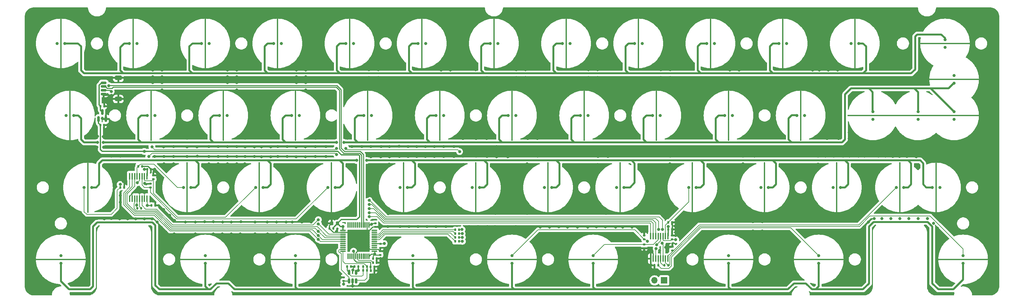
<source format=gbr>
%TF.GenerationSoftware,KiCad,Pcbnew,8.0.8*%
%TF.CreationDate,2025-05-02T20:11:17+02:00*%
%TF.ProjectId,ampersand,616d7065-7273-4616-9e64-2e6b69636164,rev?*%
%TF.SameCoordinates,Original*%
%TF.FileFunction,Copper,L2,Bot*%
%TF.FilePolarity,Positive*%
%FSLAX46Y46*%
G04 Gerber Fmt 4.6, Leading zero omitted, Abs format (unit mm)*
G04 Created by KiCad (PCBNEW 8.0.8) date 2025-05-02 20:11:17*
%MOMM*%
%LPD*%
G01*
G04 APERTURE LIST*
G04 Aperture macros list*
%AMRoundRect*
0 Rectangle with rounded corners*
0 $1 Rounding radius*
0 $2 $3 $4 $5 $6 $7 $8 $9 X,Y pos of 4 corners*
0 Add a 4 corners polygon primitive as box body*
4,1,4,$2,$3,$4,$5,$6,$7,$8,$9,$2,$3,0*
0 Add four circle primitives for the rounded corners*
1,1,$1+$1,$2,$3*
1,1,$1+$1,$4,$5*
1,1,$1+$1,$6,$7*
1,1,$1+$1,$8,$9*
0 Add four rect primitives between the rounded corners*
20,1,$1+$1,$2,$3,$4,$5,0*
20,1,$1+$1,$4,$5,$6,$7,0*
20,1,$1+$1,$6,$7,$8,$9,0*
20,1,$1+$1,$8,$9,$2,$3,0*%
%AMFreePoly0*
4,1,21,0.111114,6.666294,0.166294,6.611114,0.196157,6.539018,0.200000,6.500000,0.200000,-6.500000,0.196157,-6.539018,0.166294,-6.611114,0.111114,-6.666294,0.039018,-6.696157,-0.039018,-6.696157,-0.111114,-6.666294,-0.166294,-6.611114,-0.196157,-6.539018,-0.200000,-6.500000,-0.200000,6.500000,-0.196157,6.539018,-0.166294,6.611114,-0.111114,6.666294,-0.039018,6.696157,0.039018,6.696157,
0.111114,6.666294,0.111114,6.666294,$1*%
G04 Aperture macros list end*
%TA.AperFunction,ComponentPad*%
%ADD10C,0.800000*%
%TD*%
%TA.AperFunction,SMDPad,CuDef*%
%ADD11FreePoly0,270.000000*%
%TD*%
%TA.AperFunction,SMDPad,CuDef*%
%ADD12FreePoly0,90.000000*%
%TD*%
%TA.AperFunction,SMDPad,CuDef*%
%ADD13FreePoly0,0.000000*%
%TD*%
%TA.AperFunction,SMDPad,CuDef*%
%ADD14FreePoly0,180.000000*%
%TD*%
%TA.AperFunction,SMDPad,CuDef*%
%ADD15RoundRect,0.140000X-0.140000X-0.170000X0.140000X-0.170000X0.140000X0.170000X-0.140000X0.170000X0*%
%TD*%
%TA.AperFunction,SMDPad,CuDef*%
%ADD16RoundRect,0.135000X-0.135000X-0.185000X0.135000X-0.185000X0.135000X0.185000X-0.135000X0.185000X0*%
%TD*%
%TA.AperFunction,SMDPad,CuDef*%
%ADD17RoundRect,0.150000X0.150000X-0.512500X0.150000X0.512500X-0.150000X0.512500X-0.150000X-0.512500X0*%
%TD*%
%TA.AperFunction,SMDPad,CuDef*%
%ADD18RoundRect,0.135000X0.185000X-0.135000X0.185000X0.135000X-0.185000X0.135000X-0.185000X-0.135000X0*%
%TD*%
%TA.AperFunction,SMDPad,CuDef*%
%ADD19RoundRect,0.150000X0.150000X-0.587500X0.150000X0.587500X-0.150000X0.587500X-0.150000X-0.587500X0*%
%TD*%
%TA.AperFunction,SMDPad,CuDef*%
%ADD20RoundRect,0.135000X-0.185000X0.135000X-0.185000X-0.135000X0.185000X-0.135000X0.185000X0.135000X0*%
%TD*%
%TA.AperFunction,SMDPad,CuDef*%
%ADD21R,0.419100X1.778000*%
%TD*%
%TA.AperFunction,SMDPad,CuDef*%
%ADD22RoundRect,0.225000X0.225000X0.250000X-0.225000X0.250000X-0.225000X-0.250000X0.225000X-0.250000X0*%
%TD*%
%TA.AperFunction,SMDPad,CuDef*%
%ADD23RoundRect,0.140000X0.140000X0.170000X-0.140000X0.170000X-0.140000X-0.170000X0.140000X-0.170000X0*%
%TD*%
%TA.AperFunction,SMDPad,CuDef*%
%ADD24RoundRect,0.140000X0.170000X-0.140000X0.170000X0.140000X-0.170000X0.140000X-0.170000X-0.140000X0*%
%TD*%
%TA.AperFunction,SMDPad,CuDef*%
%ADD25RoundRect,0.135000X0.135000X0.185000X-0.135000X0.185000X-0.135000X-0.185000X0.135000X-0.185000X0*%
%TD*%
%TA.AperFunction,SMDPad,CuDef*%
%ADD26RoundRect,0.140000X-0.170000X0.140000X-0.170000X-0.140000X0.170000X-0.140000X0.170000X0.140000X0*%
%TD*%
%TA.AperFunction,ComponentPad*%
%ADD27R,1.700000X1.700000*%
%TD*%
%TA.AperFunction,ComponentPad*%
%ADD28O,1.700000X1.700000*%
%TD*%
%TA.AperFunction,SMDPad,CuDef*%
%ADD29RoundRect,0.150000X-0.625000X0.150000X-0.625000X-0.150000X0.625000X-0.150000X0.625000X0.150000X0*%
%TD*%
%TA.AperFunction,SMDPad,CuDef*%
%ADD30RoundRect,0.250000X-0.650000X0.350000X-0.650000X-0.350000X0.650000X-0.350000X0.650000X0.350000X0*%
%TD*%
%TA.AperFunction,SMDPad,CuDef*%
%ADD31RoundRect,0.075000X0.075000X-0.662500X0.075000X0.662500X-0.075000X0.662500X-0.075000X-0.662500X0*%
%TD*%
%TA.AperFunction,SMDPad,CuDef*%
%ADD32RoundRect,0.075000X0.662500X-0.075000X0.662500X0.075000X-0.662500X0.075000X-0.662500X-0.075000X0*%
%TD*%
%TA.AperFunction,ViaPad*%
%ADD33C,0.800000*%
%TD*%
%TA.AperFunction,Conductor*%
%ADD34C,0.500000*%
%TD*%
%TA.AperFunction,Conductor*%
%ADD35C,0.200000*%
%TD*%
%TA.AperFunction,Conductor*%
%ADD36C,0.250000*%
%TD*%
%TA.AperFunction,Conductor*%
%ADD37C,0.350000*%
%TD*%
G04 APERTURE END LIST*
D10*
%TO.P,SW_EC25,1,1*%
%TO.N,ROW1*%
X241300000Y-52181250D03*
%TO.P,SW_EC25,2,2*%
%TO.N,COL11*%
X241300000Y-54181250D03*
D11*
%TO.P,SW_EC25,3,SG*%
%TO.N,GND*%
X241300000Y-53181250D03*
%TD*%
D10*
%TO.P,SW_EC46,1,1*%
%TO.N,COL12*%
X253206500Y-54181250D03*
%TO.P,SW_EC46,2,2*%
%TO.N,ROW1*%
X253206500Y-52181250D03*
D12*
%TO.P,SW_EC46,3,SG*%
%TO.N,GND*%
X253206500Y-53181250D03*
%TD*%
D10*
%TO.P,SW_EC42,1,1*%
%TO.N,COL6*%
X146050000Y-90281250D03*
%TO.P,SW_EC42,2,2*%
%TO.N,ROW3*%
X146050000Y-92281250D03*
D11*
%TO.P,SW_EC42,3,SG*%
%TO.N,GND*%
X146050000Y-91281250D03*
%TD*%
D10*
%TO.P,SW_EC29,1,1*%
%TO.N,COL2*%
X78375000Y-72231250D03*
%TO.P,SW_EC29,2,2*%
%TO.N,ROW2*%
X80375000Y-72231250D03*
D13*
%TO.P,SW_EC29,3,SG*%
%TO.N,GND*%
X79375000Y-72231250D03*
%TD*%
D10*
%TO.P,SW_EC8,1,1*%
%TO.N,COL7*%
X161337500Y-34131250D03*
%TO.P,SW_EC8,2,2*%
%TO.N,ROW0*%
X159337500Y-34131250D03*
D14*
%TO.P,SW_EC8,3,SG*%
%TO.N,GND*%
X160337500Y-34131250D03*
%TD*%
D10*
%TO.P,SW_EC4,1,1*%
%TO.N,COL3*%
X85137501Y-34131250D03*
%TO.P,SW_EC4,2,2*%
%TO.N,ROW0*%
X83137501Y-34131250D03*
D14*
%TO.P,SW_EC4,3,SG*%
%TO.N,GND*%
X84137501Y-34131250D03*
%TD*%
D10*
%TO.P,SW_EC50,1,1*%
%TO.N,COL12*%
X265112500Y-90281250D03*
%TO.P,SW_EC50,2,2*%
%TO.N,ROW3*%
X265112500Y-92281250D03*
D11*
%TO.P,SW_EC50,3,SG*%
%TO.N,GND*%
X265112500Y-91281250D03*
%TD*%
D10*
%TO.P,SW_EC24,1,1*%
%TO.N,COL10*%
X223250000Y-53181250D03*
%TO.P,SW_EC24,2,2*%
%TO.N,ROW1*%
X221250000Y-53181250D03*
D14*
%TO.P,SW_EC24,3,SG*%
%TO.N,GND*%
X222250000Y-53181250D03*
%TD*%
D10*
%TO.P,SW_EC13,1,1*%
%TO.N,COL12*%
X260350000Y-35131250D03*
%TO.P,SW_EC13,2,2*%
%TO.N,ROW0*%
X260350000Y-33131250D03*
D12*
%TO.P,SW_EC13,3,SG*%
%TO.N,GND*%
X260350000Y-34131250D03*
%TD*%
D10*
%TO.P,SW_EC28,1,1*%
%TO.N,COL1*%
X59325000Y-72231250D03*
%TO.P,SW_EC28,2,2*%
%TO.N,ROW2*%
X61325000Y-72231250D03*
D13*
%TO.P,SW_EC28,3,SG*%
%TO.N,GND*%
X60325000Y-72231250D03*
%TD*%
D10*
%TO.P,SW_EC18,1,1*%
%TO.N,COL4*%
X108950000Y-53181250D03*
%TO.P,SW_EC18,2,2*%
%TO.N,ROW1*%
X106950000Y-53181250D03*
D14*
%TO.P,SW_EC18,3,SG*%
%TO.N,GND*%
X107950000Y-53181250D03*
%TD*%
D10*
%TO.P,SW_EC40,1,1*%
%TO.N,COL1*%
X65087500Y-90281250D03*
%TO.P,SW_EC40,2,2*%
%TO.N,ROW3*%
X65087500Y-92281250D03*
D11*
%TO.P,SW_EC40,3,SG*%
%TO.N,GND*%
X65087500Y-91281250D03*
%TD*%
D10*
%TO.P,SW_EC26,1,1*%
%TO.N,COL12*%
X262731250Y-54181250D03*
%TO.P,SW_EC26,2,2*%
%TO.N,ROW1*%
X262731250Y-52181250D03*
D12*
%TO.P,SW_EC26,3,SG*%
%TO.N,GND*%
X262731250Y-53181250D03*
%TD*%
D10*
%TO.P,SW_EC35,1,1*%
%TO.N,COL8*%
X192675000Y-72231250D03*
%TO.P,SW_EC35,2,2*%
%TO.N,ROW2*%
X194675000Y-72231250D03*
D13*
%TO.P,SW_EC35,3,SG*%
%TO.N,GND*%
X193675000Y-72231250D03*
%TD*%
D10*
%TO.P,SW_EC32,1,1*%
%TO.N,COL5*%
X135525000Y-72231250D03*
%TO.P,SW_EC32,2,2*%
%TO.N,ROW2*%
X137525000Y-72231250D03*
D13*
%TO.P,SW_EC32,3,SG*%
%TO.N,GND*%
X136525000Y-72231250D03*
%TD*%
D10*
%TO.P,SW_EC31,1,1*%
%TO.N,COL4*%
X116475000Y-72231250D03*
%TO.P,SW_EC31,2,2*%
%TO.N,ROW2*%
X118475000Y-72231250D03*
D13*
%TO.P,SW_EC31,3,SG*%
%TO.N,GND*%
X117475000Y-72231250D03*
%TD*%
D10*
%TO.P,SW_EC14,1,1*%
%TO.N,COL0*%
X28368750Y-53181250D03*
%TO.P,SW_EC14,2,2*%
%TO.N,ROW1*%
X30368750Y-53181250D03*
D13*
%TO.P,SW_EC14,3,SG*%
%TO.N,GND*%
X29368750Y-53181250D03*
%TD*%
D10*
%TO.P,SW_EC21,1,1*%
%TO.N,COL7*%
X166100000Y-53181250D03*
%TO.P,SW_EC21,2,2*%
%TO.N,ROW1*%
X164100000Y-53181250D03*
D14*
%TO.P,SW_EC21,3,SG*%
%TO.N,GND*%
X165100000Y-53181250D03*
%TD*%
D10*
%TO.P,SW_EC43,1,1*%
%TO.N,COL4*%
X119856250Y-90281250D03*
%TO.P,SW_EC43,2,2*%
%TO.N,ROW3*%
X119856250Y-92281250D03*
D11*
%TO.P,SW_EC43,3,SG*%
%TO.N,GND*%
X119856250Y-91281250D03*
%TD*%
D10*
%TO.P,SW_EC36,1,1*%
%TO.N,COL9*%
X211725000Y-72231250D03*
%TO.P,SW_EC36,2,2*%
%TO.N,ROW2*%
X213725000Y-72231250D03*
D13*
%TO.P,SW_EC36,3,SG*%
%TO.N,GND*%
X212725000Y-72231250D03*
%TD*%
D10*
%TO.P,SW_EC33,1,1*%
%TO.N,COL6*%
X154575000Y-72231250D03*
%TO.P,SW_EC33,2,2*%
%TO.N,ROW2*%
X156575000Y-72231250D03*
D13*
%TO.P,SW_EC33,3,SG*%
%TO.N,GND*%
X155575000Y-72231250D03*
%TD*%
D10*
%TO.P,SW_EC30,1,1*%
%TO.N,COL3*%
X97425000Y-72231250D03*
%TO.P,SW_EC30,2,2*%
%TO.N,ROW2*%
X99425000Y-72231250D03*
D13*
%TO.P,SW_EC30,3,SG*%
%TO.N,GND*%
X98425000Y-72231250D03*
%TD*%
D10*
%TO.P,SW_EC39,1,1*%
%TO.N,COL0*%
X26987500Y-90281250D03*
%TO.P,SW_EC39,2,2*%
%TO.N,ROW3*%
X26987500Y-92281250D03*
D11*
%TO.P,SW_EC39,3,SG*%
%TO.N,GND*%
X26987500Y-91281250D03*
%TD*%
D10*
%TO.P,SW_EC15,1,1*%
%TO.N,COL1*%
X51800000Y-53181250D03*
%TO.P,SW_EC15,2,2*%
%TO.N,ROW1*%
X49800000Y-53181250D03*
D14*
%TO.P,SW_EC15,3,SG*%
%TO.N,GND*%
X50800000Y-53181250D03*
%TD*%
D10*
%TO.P,SW_EC20,1,1*%
%TO.N,COL6*%
X147050000Y-53181250D03*
%TO.P,SW_EC20,2,2*%
%TO.N,ROW1*%
X145050000Y-53181250D03*
D14*
%TO.P,SW_EC20,3,SG*%
%TO.N,GND*%
X146050000Y-53181250D03*
%TD*%
D10*
%TO.P,SW_EC1,1,1*%
%TO.N,COL0*%
X25987500Y-34131250D03*
%TO.P,SW_EC1,2,2*%
%TO.N,ROW0*%
X27987500Y-34131250D03*
D13*
%TO.P,SW_EC1,3,SG*%
%TO.N,GND*%
X26987500Y-34131250D03*
%TD*%
D10*
%TO.P,SW_EC45,1,1*%
%TO.N,COL7*%
X167481250Y-90281250D03*
%TO.P,SW_EC45,2,2*%
%TO.N,ROW3*%
X167481250Y-92281250D03*
D11*
%TO.P,SW_EC45,3,SG*%
%TO.N,GND*%
X167481250Y-91281250D03*
%TD*%
D10*
%TO.P,SW_EC2,1,1*%
%TO.N,COL1*%
X47037500Y-34131250D03*
%TO.P,SW_EC2,2,2*%
%TO.N,ROW0*%
X45037500Y-34131250D03*
D14*
%TO.P,SW_EC2,3,SG*%
%TO.N,GND*%
X46037500Y-34131250D03*
%TD*%
D10*
%TO.P,SW_EC3,1,1*%
%TO.N,COL2*%
X66087500Y-34131249D03*
%TO.P,SW_EC3,2,2*%
%TO.N,ROW0*%
X64087500Y-34131249D03*
D14*
%TO.P,SW_EC3,3,SG*%
%TO.N,GND*%
X65087500Y-34131249D03*
%TD*%
D10*
%TO.P,SW_EC16,1,1*%
%TO.N,COL2*%
X70850000Y-53181250D03*
%TO.P,SW_EC16,2,2*%
%TO.N,ROW1*%
X68850000Y-53181250D03*
D14*
%TO.P,SW_EC16,3,SG*%
%TO.N,GND*%
X69850000Y-53181250D03*
%TD*%
D10*
%TO.P,SW_EC19,1,1*%
%TO.N,COL5*%
X128000000Y-53181250D03*
%TO.P,SW_EC19,2,2*%
%TO.N,ROW1*%
X126000000Y-53181250D03*
D14*
%TO.P,SW_EC19,3,SG*%
%TO.N,GND*%
X127000000Y-53181250D03*
%TD*%
D10*
%TO.P,SW_EC49,1,1*%
%TO.N,COL10*%
X227012500Y-90281250D03*
%TO.P,SW_EC49,2,2*%
%TO.N,ROW3*%
X227012500Y-92281250D03*
D11*
%TO.P,SW_EC49,3,SG*%
%TO.N,GND*%
X227012500Y-91281250D03*
%TD*%
D10*
%TO.P,SW_EC12,1,1*%
%TO.N,COL11*%
X235537500Y-34131250D03*
%TO.P,SW_EC12,2,2*%
%TO.N,ROW0*%
X237537500Y-34131250D03*
D13*
%TO.P,SW_EC12,3,SG*%
%TO.N,GND*%
X236537500Y-34131250D03*
%TD*%
D10*
%TO.P,SW_EC41,1,1*%
%TO.N,COL2*%
X88900000Y-90281250D03*
%TO.P,SW_EC41,2,2*%
%TO.N,ROW3*%
X88900000Y-92281250D03*
D11*
%TO.P,SW_EC41,3,SG*%
%TO.N,GND*%
X88900000Y-91281250D03*
%TD*%
D10*
%TO.P,SW_EC48,1,1*%
%TO.N,COL9*%
X203200000Y-90281250D03*
%TO.P,SW_EC48,2,2*%
%TO.N,ROW3*%
X203200000Y-92281250D03*
D11*
%TO.P,SW_EC48,3,SG*%
%TO.N,GND*%
X203200000Y-91281250D03*
%TD*%
D10*
%TO.P,SW_EC10,1,1*%
%TO.N,COL9*%
X199437500Y-34131250D03*
%TO.P,SW_EC10,2,2*%
%TO.N,ROW0*%
X197437500Y-34131250D03*
D14*
%TO.P,SW_EC10,3,SG*%
%TO.N,GND*%
X198437500Y-34131250D03*
%TD*%
D10*
%TO.P,SW_EC34,1,1*%
%TO.N,COL7*%
X173625000Y-72231250D03*
%TO.P,SW_EC34,2,2*%
%TO.N,ROW2*%
X175625000Y-72231250D03*
D13*
%TO.P,SW_EC34,3,SG*%
%TO.N,GND*%
X174625000Y-72231250D03*
%TD*%
D10*
%TO.P,SW_EC7,1,1*%
%TO.N,COL6*%
X142287500Y-34131250D03*
%TO.P,SW_EC7,2,2*%
%TO.N,ROW0*%
X140287500Y-34131250D03*
D14*
%TO.P,SW_EC7,3,SG*%
%TO.N,GND*%
X141287500Y-34131250D03*
%TD*%
D10*
%TO.P,SW_EC47,1,1*%
%TO.N,COL11*%
X247444000Y-72231250D03*
%TO.P,SW_EC47,2,2*%
%TO.N,ROW2*%
X249444000Y-72231250D03*
D13*
%TO.P,SW_EC47,3,SG*%
%TO.N,GND*%
X248444000Y-72231250D03*
%TD*%
D10*
%TO.P,SW_EC17,1,1*%
%TO.N,COL3*%
X89900000Y-53181250D03*
%TO.P,SW_EC17,2,2*%
%TO.N,ROW1*%
X87900000Y-53181250D03*
D14*
%TO.P,SW_EC17,3,SG*%
%TO.N,GND*%
X88900000Y-53181250D03*
%TD*%
D10*
%TO.P,SW_EC44,1,1*%
%TO.N,COL12*%
X262731500Y-42656250D03*
%TO.P,SW_EC44,2,2*%
%TO.N,ROW1*%
X262731500Y-44656250D03*
D11*
%TO.P,SW_EC44,3,SG*%
%TO.N,GND*%
X262731500Y-43656250D03*
%TD*%
D10*
%TO.P,SW_EC37,1,1*%
%TO.N,COL10*%
X230775000Y-72231250D03*
%TO.P,SW_EC37,2,2*%
%TO.N,ROW2*%
X232775000Y-72231250D03*
D13*
%TO.P,SW_EC37,3,SG*%
%TO.N,GND*%
X231775000Y-72231250D03*
%TD*%
D10*
%TO.P,SW_EC27,1,1*%
%TO.N,COL0*%
X33131250Y-72231250D03*
%TO.P,SW_EC27,2,2*%
%TO.N,ROW2*%
X35131250Y-72231250D03*
D13*
%TO.P,SW_EC27,3,SG*%
%TO.N,GND*%
X34131250Y-72231250D03*
%TD*%
D10*
%TO.P,SW_EC6,1,1*%
%TO.N,COL5*%
X123237500Y-34131250D03*
%TO.P,SW_EC6,2,2*%
%TO.N,ROW0*%
X121237500Y-34131250D03*
D14*
%TO.P,SW_EC6,3,SG*%
%TO.N,GND*%
X122237500Y-34131250D03*
%TD*%
D10*
%TO.P,SW_EC22,1,1*%
%TO.N,COL8*%
X185150000Y-53181250D03*
%TO.P,SW_EC22,2,2*%
%TO.N,ROW1*%
X183150000Y-53181250D03*
D14*
%TO.P,SW_EC22,3,SG*%
%TO.N,GND*%
X184150000Y-53181250D03*
%TD*%
D10*
%TO.P,SW_EC38,1,1*%
%TO.N,COL11*%
X258968750Y-72231250D03*
%TO.P,SW_EC38,2,2*%
%TO.N,ROW2*%
X256968750Y-72231250D03*
D14*
%TO.P,SW_EC38,3,SG*%
%TO.N,GND*%
X257968750Y-72231250D03*
%TD*%
D10*
%TO.P,SW_EC11,1,1*%
%TO.N,COL10*%
X218487500Y-34131250D03*
%TO.P,SW_EC11,2,2*%
%TO.N,ROW0*%
X216487500Y-34131250D03*
D14*
%TO.P,SW_EC11,3,SG*%
%TO.N,GND*%
X217487500Y-34131250D03*
%TD*%
D10*
%TO.P,SW_EC23,1,1*%
%TO.N,COL9*%
X204200000Y-53181250D03*
%TO.P,SW_EC23,2,2*%
%TO.N,ROW1*%
X202200000Y-53181250D03*
D14*
%TO.P,SW_EC23,3,SG*%
%TO.N,GND*%
X203200000Y-53181250D03*
%TD*%
D10*
%TO.P,SW_EC9,1,1*%
%TO.N,COL8*%
X180387500Y-34131250D03*
%TO.P,SW_EC9,2,2*%
%TO.N,ROW0*%
X178387500Y-34131250D03*
D14*
%TO.P,SW_EC9,3,SG*%
%TO.N,GND*%
X179387500Y-34131250D03*
%TD*%
D10*
%TO.P,SW_EC5,1,1*%
%TO.N,COL4*%
X104187500Y-34131250D03*
%TO.P,SW_EC5,2,2*%
%TO.N,ROW0*%
X102187500Y-34131250D03*
D14*
%TO.P,SW_EC5,3,SG*%
%TO.N,GND*%
X103187500Y-34131250D03*
%TD*%
D15*
%TO.P,C7,1*%
%TO.N,+3V3*%
X108762618Y-94230474D03*
%TO.P,C7,2*%
%TO.N,GND*%
X109722618Y-94230474D03*
%TD*%
D16*
%TO.P,R10,1*%
%TO.N,COL4*%
X47192500Y-77787500D03*
%TO.P,R10,2*%
%TO.N,GND*%
X48212500Y-77787500D03*
%TD*%
%TO.P,R9,1*%
%TO.N,COL1*%
X47418750Y-66675000D03*
%TO.P,R9,2*%
%TO.N,GND*%
X48438750Y-66675000D03*
%TD*%
D17*
%TO.P,U4,1*%
%TO.N,ADC*%
X104931250Y-96981250D03*
%TO.P,U4,2,V-*%
%TO.N,GND*%
X103981250Y-96981250D03*
%TO.P,U4,3,+*%
%TO.N,APLEX_OUT*%
X103031250Y-96981250D03*
%TO.P,U4,4,-*%
%TO.N,Net-(U4--)*%
X103031250Y-94706250D03*
%TO.P,U4,5,V+*%
%TO.N,+3V3*%
X104931250Y-94706250D03*
%TD*%
D16*
%TO.P,R21,1*%
%TO.N,COL5*%
X50877500Y-76993750D03*
%TO.P,R21,2*%
%TO.N,GND*%
X51897500Y-76993750D03*
%TD*%
D18*
%TO.P,R8,1*%
%TO.N,COL2*%
X51387500Y-70076250D03*
%TO.P,R8,2*%
%TO.N,GND*%
X51387500Y-69056250D03*
%TD*%
D15*
%TO.P,C12,1*%
%TO.N,GND*%
X104520079Y-93160507D03*
%TO.P,C12,2*%
%TO.N,+3V3*%
X105480079Y-93160507D03*
%TD*%
D19*
%TO.P,U2,1,GND*%
%TO.N,GND*%
X38843750Y-54118750D03*
%TO.P,U2,2,VO*%
%TO.N,+3V3*%
X36943750Y-54118750D03*
%TO.P,U2,3,VI*%
%TO.N,+5V*%
X37893750Y-52243750D03*
%TD*%
D20*
%TO.P,R5,1*%
%TO.N,BOOT0*%
X111300526Y-87195741D03*
%TO.P,R5,2*%
%TO.N,GND*%
X111300526Y-88215741D03*
%TD*%
D16*
%TO.P,R3,1*%
%TO.N,Net-(U1-PB4)*%
X131052586Y-84435371D03*
%TO.P,R3,2*%
%TO.N,ROW0*%
X132072586Y-84435371D03*
%TD*%
D21*
%TO.P,U3,1,A4*%
%TO.N,COL5*%
X49692050Y-75205590D03*
%TO.P,U3,2,A6*%
%TO.N,GND*%
X49041810Y-75205590D03*
%TO.P,U3,3,A*%
%TO.N,APLEX_OUT*%
X48391570Y-75205590D03*
%TO.P,U3,4,A7*%
%TO.N,GND*%
X47741330Y-75205590D03*
%TO.P,U3,5,A5*%
%TO.N,COL4*%
X47096170Y-75205590D03*
%TO.P,U3,6,~{E}*%
%TO.N,APLEX_EN_PIN_0*%
X46445930Y-75205590D03*
%TO.P,U3,7,VEE*%
%TO.N,GND*%
X45795690Y-75205590D03*
%TO.P,U3,8,GND*%
X45145450Y-75205590D03*
%TO.P,U3,9,S2*%
%TO.N,AMUX_SEL_2*%
X45145450Y-69256910D03*
%TO.P,U3,10,S1*%
%TO.N,AMUX_SEL_1*%
X45795690Y-69256910D03*
%TO.P,U3,11,S0*%
%TO.N,AMUX_SEL_0*%
X46445930Y-69256910D03*
%TO.P,U3,12,A3*%
%TO.N,COL1*%
X47096170Y-69256910D03*
%TO.P,U3,13,A0*%
%TO.N,COL0*%
X47741330Y-69256910D03*
%TO.P,U3,14,A1*%
%TO.N,COL3*%
X48391570Y-69256910D03*
%TO.P,U3,15,A2*%
%TO.N,COL2*%
X49041810Y-69256910D03*
%TO.P,U3,16,VCC*%
%TO.N,+3V3*%
X49692050Y-69256910D03*
%TD*%
D22*
%TO.P,C5,1*%
%TO.N,+3V3*%
X99993750Y-81756250D03*
%TO.P,C5,2*%
%TO.N,GND*%
X98443750Y-81756250D03*
%TD*%
D23*
%TO.P,C14,1*%
%TO.N,GND*%
X188285000Y-83343750D03*
%TO.P,C14,2*%
%TO.N,+3V3*%
X187325000Y-83343750D03*
%TD*%
D15*
%TO.P,C1,1*%
%TO.N,+3V3*%
X108743750Y-93208318D03*
%TO.P,C1,2*%
%TO.N,GND*%
X109703750Y-93208318D03*
%TD*%
D24*
%TO.P,C3,1*%
%TO.N,+3V3*%
X111294969Y-90089624D03*
%TO.P,C3,2*%
%TO.N,GND*%
X111294969Y-89129624D03*
%TD*%
D21*
%TO.P,U5,1,A4*%
%TO.N,COL11*%
X187217050Y-91080590D03*
%TO.P,U5,2,A6*%
%TO.N,COL12*%
X186566810Y-91080590D03*
%TO.P,U5,3,A*%
%TO.N,APLEX_OUT*%
X185916570Y-91080590D03*
%TO.P,U5,4,A7*%
%TO.N,GND*%
X185266330Y-91080590D03*
%TO.P,U5,5,A5*%
%TO.N,COL10*%
X184621170Y-91080590D03*
%TO.P,U5,6,~{E}*%
%TO.N,APLEX_EN_PIN_1*%
X183970930Y-91080590D03*
%TO.P,U5,7,VEE*%
%TO.N,GND*%
X183320690Y-91080590D03*
%TO.P,U5,8,GND*%
X182670450Y-91080590D03*
%TO.P,U5,9,S2*%
%TO.N,AMUX_SEL_2*%
X182670450Y-85131910D03*
%TO.P,U5,10,S1*%
%TO.N,AMUX_SEL_1*%
X183320690Y-85131910D03*
%TO.P,U5,11,S0*%
%TO.N,AMUX_SEL_0*%
X183970930Y-85131910D03*
%TO.P,U5,12,A3*%
%TO.N,COL7*%
X184621170Y-85131910D03*
%TO.P,U5,13,A0*%
%TO.N,COL6*%
X185266330Y-85131910D03*
%TO.P,U5,14,A1*%
%TO.N,COL9*%
X185916570Y-85131910D03*
%TO.P,U5,15,A2*%
%TO.N,COL8*%
X186566810Y-85131910D03*
%TO.P,U5,16,VCC*%
%TO.N,+3V3*%
X187217050Y-85131910D03*
%TD*%
D25*
%TO.P,R11,1*%
%TO.N,ADC*%
X107760946Y-94192967D03*
%TO.P,R11,2*%
%TO.N,Net-(U4--)*%
X106740946Y-94192967D03*
%TD*%
D16*
%TO.P,R1,1*%
%TO.N,Net-(U1-PB6)*%
X131040562Y-86512696D03*
%TO.P,R1,2*%
%TO.N,ROW3*%
X132060562Y-86512696D03*
%TD*%
%TO.P,R6,1*%
%TO.N,COL0*%
X42656250Y-72231250D03*
%TO.P,R6,2*%
%TO.N,GND*%
X43676250Y-72231250D03*
%TD*%
D18*
%TO.P,R19,1*%
%TO.N,COL11*%
X188354462Y-88900000D03*
%TO.P,R19,2*%
%TO.N,GND*%
X188354462Y-87880000D03*
%TD*%
D24*
%TO.P,C13,1*%
%TO.N,APLEX_OUT*%
X101600000Y-97003750D03*
%TO.P,C13,2*%
%TO.N,GND*%
X101600000Y-96043750D03*
%TD*%
D16*
%TO.P,R2,1*%
%TO.N,Net-(U1-PB5)*%
X131041054Y-85448710D03*
%TO.P,R2,2*%
%TO.N,ROW1*%
X132061054Y-85448710D03*
%TD*%
D26*
%TO.P,C2,1*%
%TO.N,+3V3*%
X109974860Y-81719588D03*
%TO.P,C2,2*%
%TO.N,GND*%
X109974860Y-82679588D03*
%TD*%
D27*
%TO.P,SW1,1,1*%
%TO.N,+3V3*%
X186218750Y-96837500D03*
D28*
%TO.P,SW1,2,2*%
%TO.N,BOOT0*%
X183678750Y-96837500D03*
%TD*%
D23*
%TO.P,C10,1*%
%TO.N,GND*%
X38380888Y-55706250D03*
%TO.P,C10,2*%
%TO.N,+3V3*%
X37420888Y-55706250D03*
%TD*%
D20*
%TO.P,R17,1*%
%TO.N,COL7*%
X180975000Y-87312500D03*
%TO.P,R17,2*%
%TO.N,GND*%
X180975000Y-88332500D03*
%TD*%
D29*
%TO.P,J1,1,Pin_1*%
%TO.N,+5V*%
X38275000Y-44537500D03*
%TO.P,J1,2,Pin_2*%
%TO.N,D_N*%
X38275000Y-45537500D03*
%TO.P,J1,3,Pin_3*%
%TO.N,D_P*%
X38275000Y-46537500D03*
%TO.P,J1,4,Pin_4*%
%TO.N,GND*%
X38275000Y-47537500D03*
D30*
%TO.P,J1,MP,MountPin*%
X42150000Y-43237500D03*
X42150000Y-48837500D03*
%TD*%
D23*
%TO.P,C9,1*%
%TO.N,GND*%
X38417327Y-50750000D03*
%TO.P,C9,2*%
%TO.N,+5V*%
X37457327Y-50750000D03*
%TD*%
D25*
%TO.P,R13,1*%
%TO.N,ADC*%
X107769567Y-93130358D03*
%TO.P,R13,2*%
%TO.N,Net-(U4--)*%
X106749567Y-93130358D03*
%TD*%
%TO.P,R20,1*%
%TO.N,COL12*%
X187325000Y-92868750D03*
%TO.P,R20,2*%
%TO.N,GND*%
X186305000Y-92868750D03*
%TD*%
D16*
%TO.P,R16,1*%
%TO.N,COL8*%
X187295000Y-81476250D03*
%TO.P,R16,2*%
%TO.N,GND*%
X188315000Y-81476250D03*
%TD*%
D18*
%TO.P,R15,1*%
%TO.N,COL9*%
X188325000Y-85951250D03*
%TO.P,R15,2*%
%TO.N,GND*%
X188325000Y-84931250D03*
%TD*%
D15*
%TO.P,C8,1*%
%TO.N,NRST*%
X109371250Y-92118689D03*
%TO.P,C8,2*%
%TO.N,GND*%
X110331250Y-92118689D03*
%TD*%
D18*
%TO.P,R14,1*%
%TO.N,COL6*%
X180975000Y-85951250D03*
%TO.P,R14,2*%
%TO.N,GND*%
X180975000Y-84931250D03*
%TD*%
D16*
%TO.P,R4,1*%
%TO.N,Net-(U1-PB3)*%
X131046250Y-83398811D03*
%TO.P,R4,2*%
%TO.N,ROW2*%
X132066250Y-83398811D03*
%TD*%
D15*
%TO.P,C4,1*%
%TO.N,+3V3*%
X109370583Y-91030799D03*
%TO.P,C4,2*%
%TO.N,GND*%
X110330583Y-91030799D03*
%TD*%
D16*
%TO.P,R12,1*%
%TO.N,Net-(U4--)*%
X102523474Y-93163842D03*
%TO.P,R12,2*%
%TO.N,GND*%
X103543474Y-93163842D03*
%TD*%
D31*
%TO.P,U1,1,VBAT*%
%TO.N,+3V3*%
X108318750Y-90495367D03*
%TO.P,U1,2,PC13*%
%TO.N,unconnected-(U1-PC13-Pad2)*%
X107818750Y-90495367D03*
%TO.P,U1,3,PC14*%
%TO.N,unconnected-(U1-PC14-Pad3)*%
X107318750Y-90495367D03*
%TO.P,U1,4,PC15*%
%TO.N,unconnected-(U1-PC15-Pad4)*%
X106818750Y-90495367D03*
%TO.P,U1,5,PF0*%
%TO.N,unconnected-(U1-PF0-Pad5)*%
X106318750Y-90495367D03*
%TO.P,U1,6,PF1*%
%TO.N,unconnected-(U1-PF1-Pad6)*%
X105818750Y-90495367D03*
%TO.P,U1,7,NRST*%
%TO.N,NRST*%
X105318750Y-90495367D03*
%TO.P,U1,8,VSSA*%
%TO.N,GND*%
X104818750Y-90495367D03*
%TO.P,U1,9,VDDA*%
%TO.N,+3V3*%
X104318750Y-90495367D03*
%TO.P,U1,10,PA0*%
%TO.N,unconnected-(U1-PA0-Pad10)*%
X103818750Y-90495367D03*
%TO.P,U1,11,PA1*%
%TO.N,unconnected-(U1-PA1-Pad11)*%
X103318750Y-90495367D03*
%TO.P,U1,12,PA2*%
%TO.N,unconnected-(U1-PA2-Pad12)*%
X102818750Y-90495367D03*
D32*
%TO.P,U1,13,PA3*%
%TO.N,ADC*%
X101406250Y-89082867D03*
%TO.P,U1,14,PA4*%
%TO.N,APLEX_OUT*%
X101406250Y-88582867D03*
%TO.P,U1,15,PA5*%
%TO.N,unconnected-(U1-PA5-Pad15)*%
X101406250Y-88082867D03*
%TO.P,U1,16,PA6*%
%TO.N,unconnected-(U1-PA6-Pad16)*%
X101406250Y-87582867D03*
%TO.P,U1,17,PA7*%
%TO.N,unconnected-(U1-PA7-Pad17)*%
X101406250Y-87082867D03*
%TO.P,U1,18,PB0*%
%TO.N,AMUX_SEL_2*%
X101406250Y-86582867D03*
%TO.P,U1,19,PB1*%
%TO.N,AMUX_SEL_1*%
X101406250Y-86082867D03*
%TO.P,U1,20,PB2*%
%TO.N,AMUX_SEL_0*%
X101406250Y-85582867D03*
%TO.P,U1,21,PB10*%
%TO.N,APLEX_EN_PIN_0*%
X101406250Y-85082867D03*
%TO.P,U1,22,PB11*%
%TO.N,APLEX_EN_PIN_1*%
X101406250Y-84582867D03*
%TO.P,U1,23,VSS*%
%TO.N,GND*%
X101406250Y-84082867D03*
%TO.P,U1,24,VDD*%
%TO.N,+3V3*%
X101406250Y-83582867D03*
D31*
%TO.P,U1,25,PB12*%
%TO.N,unconnected-(U1-PB12-Pad25)*%
X102818750Y-82170367D03*
%TO.P,U1,26,PB13*%
%TO.N,unconnected-(U1-PB13-Pad26)*%
X103318750Y-82170367D03*
%TO.P,U1,27,PB14*%
%TO.N,unconnected-(U1-PB14-Pad27)*%
X103818750Y-82170367D03*
%TO.P,U1,28,PB15*%
%TO.N,unconnected-(U1-PB15-Pad28)*%
X104318750Y-82170367D03*
%TO.P,U1,29,PA8*%
%TO.N,unconnected-(U1-PA8-Pad29)*%
X104818750Y-82170367D03*
%TO.P,U1,30,PA9*%
%TO.N,unconnected-(U1-PA9-Pad30)*%
X105318750Y-82170367D03*
%TO.P,U1,31,PA10*%
%TO.N,unconnected-(U1-PA10-Pad31)*%
X105818750Y-82170367D03*
%TO.P,U1,32,PA11*%
%TO.N,D_N*%
X106318750Y-82170367D03*
%TO.P,U1,33,PA12*%
%TO.N,D_P*%
X106818750Y-82170367D03*
%TO.P,U1,34,PA13*%
%TO.N,unconnected-(U1-PA13-Pad34)*%
X107318750Y-82170367D03*
%TO.P,U1,35,VSS*%
%TO.N,GND*%
X107818750Y-82170367D03*
%TO.P,U1,36,VDDIO2*%
%TO.N,+3V3*%
X108318750Y-82170367D03*
D32*
%TO.P,U1,37,PA14*%
%TO.N,unconnected-(U1-PA14-Pad37)*%
X109731250Y-83582867D03*
%TO.P,U1,38,PA15*%
%TO.N,unconnected-(U1-PA15-Pad38)*%
X109731250Y-84082867D03*
%TO.P,U1,39,PB3*%
%TO.N,Net-(U1-PB3)*%
X109731250Y-84582867D03*
%TO.P,U1,40,PB4*%
%TO.N,Net-(U1-PB4)*%
X109731250Y-85082867D03*
%TO.P,U1,41,PB5*%
%TO.N,Net-(U1-PB5)*%
X109731250Y-85582867D03*
%TO.P,U1,42,PB6*%
%TO.N,Net-(U1-PB6)*%
X109731250Y-86082867D03*
%TO.P,U1,43,PB7*%
%TO.N,unconnected-(U1-PB7-Pad43)*%
X109731250Y-86582867D03*
%TO.P,U1,44,BOOT0*%
%TO.N,BOOT0*%
X109731250Y-87082867D03*
%TO.P,U1,45,PB8*%
%TO.N,unconnected-(U1-PB8-Pad45)*%
X109731250Y-87582867D03*
%TO.P,U1,46,PB9*%
%TO.N,unconnected-(U1-PB9-Pad46)*%
X109731250Y-88082867D03*
%TO.P,U1,47,VSS*%
%TO.N,GND*%
X109731250Y-88582867D03*
%TO.P,U1,48,VDD*%
%TO.N,+3V3*%
X109731250Y-89082867D03*
%TD*%
D18*
%TO.P,R7,1*%
%TO.N,COL3*%
X50593750Y-72231250D03*
%TO.P,R7,2*%
%TO.N,GND*%
X50593750Y-71211250D03*
%TD*%
D25*
%TO.P,R18,1*%
%TO.N,COL10*%
X184638884Y-92868750D03*
%TO.P,R18,2*%
%TO.N,GND*%
X183618884Y-92868750D03*
%TD*%
D23*
%TO.P,C6,1*%
%TO.N,+3V3*%
X98852620Y-83055658D03*
%TO.P,C6,2*%
%TO.N,GND*%
X97892620Y-83055658D03*
%TD*%
%TO.P,C11,1*%
%TO.N,GND*%
X50760000Y-67468750D03*
%TO.P,C11,2*%
%TO.N,+3V3*%
X49800000Y-67468750D03*
%TD*%
D33*
%TO.N,GND*%
X33860851Y-82596520D03*
X35047115Y-81386996D03*
X258316035Y-82988710D03*
X257333943Y-81706822D03*
X253206250Y-80499353D03*
X250825000Y-80499353D03*
X248443750Y-80499353D03*
X246062500Y-80499353D03*
X243681250Y-80499353D03*
%TO.N,COL0*%
X47145430Y-71012287D03*
X42656250Y-71437500D03*
%TO.N,ROW0*%
X132894273Y-84433380D03*
%TO.N,GND*%
X229187500Y-59266245D03*
X212102896Y-81342645D03*
X189706250Y-97631250D03*
X255715955Y-80499353D03*
X226812105Y-66080925D03*
X205989043Y-41187603D03*
X209675815Y-83782379D03*
X242773039Y-63936447D03*
X96941948Y-64040976D03*
X168775696Y-61538224D03*
X39283602Y-55702217D03*
X136541846Y-59287284D03*
X153526507Y-82747383D03*
X51208670Y-44515000D03*
X38207427Y-63909411D03*
X108251516Y-43097918D03*
X69620805Y-84490786D03*
X190478068Y-63868617D03*
X88049496Y-81380019D03*
X171366235Y-64054003D03*
X60248655Y-61517733D03*
X67239555Y-84490786D03*
X246552896Y-64030008D03*
X242005087Y-66419097D03*
X256432165Y-61703632D03*
X206995397Y-61745218D03*
X116227008Y-61338064D03*
X239085989Y-66362960D03*
X123618750Y-82550000D03*
X168623171Y-43105197D03*
X107950000Y-69850000D03*
X225425000Y-41170565D03*
X44601119Y-80523870D03*
X209645365Y-81342645D03*
X42695252Y-76112822D03*
X128054812Y-61416511D03*
X82391992Y-64088723D03*
X96911932Y-61380720D03*
X51208670Y-41203642D03*
X189222557Y-83343615D03*
X68523805Y-61450842D03*
X113506250Y-97631250D03*
X166165640Y-41084283D03*
X89072329Y-61491917D03*
X230962121Y-63981710D03*
X187749782Y-66002406D03*
X54129777Y-61495802D03*
X168702400Y-66122309D03*
X238920282Y-82632579D03*
X76993750Y-91281250D03*
X93049028Y-81380019D03*
X91652690Y-46450000D03*
X144918411Y-61535447D03*
X203531512Y-43208517D03*
X63012020Y-63995988D03*
X53712784Y-46450000D03*
X113667772Y-66109844D03*
X38229376Y-58766741D03*
X73394943Y-44515000D03*
X40346415Y-80465386D03*
X83908305Y-84490786D03*
X127364915Y-41171383D03*
X54220131Y-65954327D03*
X40308480Y-63922222D03*
X113506250Y-96043750D03*
X68510065Y-65956323D03*
X107950000Y-67468750D03*
X250351465Y-61690987D03*
X97013364Y-59174439D03*
X139490447Y-43165767D03*
X84264356Y-64055597D03*
X232244348Y-51987231D03*
X91517567Y-64099459D03*
X75582393Y-61459249D03*
X187774140Y-41124871D03*
X51034348Y-80538491D03*
X137112500Y-82550000D03*
X185316609Y-41124871D03*
X56712062Y-66027459D03*
X66066274Y-61450842D03*
X100806250Y-96043750D03*
X189141080Y-81484082D03*
X69665681Y-79019879D03*
X182825134Y-92868750D03*
X173396971Y-82718985D03*
X56739621Y-59127204D03*
X67319014Y-79019879D03*
X94151308Y-66181542D03*
X258340805Y-61731700D03*
X86289555Y-84490786D03*
X60314450Y-64039851D03*
X232224859Y-61504152D03*
X74406250Y-79375000D03*
X241300000Y-44450000D03*
X113748753Y-61381927D03*
X126000000Y-82550000D03*
X232216450Y-57708664D03*
X78199160Y-81369314D03*
X131694189Y-34176378D03*
X94162756Y-64055597D03*
X111125000Y-96043750D03*
X272256250Y-34131250D03*
X36630816Y-58688763D03*
X149615907Y-41108826D03*
X130730450Y-61438442D03*
X150005665Y-79084828D03*
X139422614Y-64049131D03*
X210021939Y-58981854D03*
X111125000Y-97631250D03*
X70961280Y-64036584D03*
X89143349Y-41203642D03*
X116227008Y-59144918D03*
X144992349Y-66521264D03*
X147088781Y-82615794D03*
X246440623Y-61578714D03*
X150163393Y-61545132D03*
X40275000Y-47830753D03*
X253206250Y-44450000D03*
X91600880Y-41203642D03*
X84276649Y-61448055D03*
X144940342Y-64123360D03*
X113704890Y-64123360D03*
X83937381Y-81380019D03*
X226806250Y-61492993D03*
X73418811Y-65954327D03*
X81421557Y-81412136D03*
X82404285Y-61481181D03*
X59881816Y-81401431D03*
X98425000Y-79456750D03*
X150068979Y-65953364D03*
X98425000Y-94456250D03*
X53666201Y-41203642D03*
X73385980Y-42930000D03*
X136454170Y-43184983D03*
X139422614Y-61519702D03*
X232216450Y-54119599D03*
X186616070Y-88106250D03*
X180975000Y-88994250D03*
X45087094Y-63883788D03*
X45120163Y-58872464D03*
X113661027Y-59188781D03*
X70928449Y-41203642D03*
X156368750Y-95250000D03*
X69666768Y-81380019D03*
X39475664Y-50749731D03*
X42695252Y-78200421D03*
X52374758Y-81433548D03*
X184150000Y-72231250D03*
X271256250Y-72231250D03*
X88942266Y-79372712D03*
X180488144Y-82733606D03*
X118856250Y-82550000D03*
X229506378Y-41200614D03*
X252727910Y-64123569D03*
X242660766Y-61597427D03*
X231963909Y-41200614D03*
X150119530Y-63869867D03*
X123164096Y-61394579D03*
X187758567Y-63978274D03*
X233450839Y-63981710D03*
X227012500Y-34131250D03*
X125554625Y-61416511D03*
X54220131Y-64036584D03*
X156368750Y-87312500D03*
X113300000Y-82550000D03*
X70961280Y-65954327D03*
X56761553Y-64039851D03*
X241622580Y-80499353D03*
X105809179Y-86729785D03*
X130728867Y-64048286D03*
X226806250Y-63981710D03*
X108836105Y-61403859D03*
X152751305Y-61567064D03*
X103791869Y-61425790D03*
X244588119Y-63992584D03*
X117506613Y-53181250D03*
X103981250Y-98369250D03*
X260081036Y-61703632D03*
X229506378Y-43221528D03*
X248311839Y-64030008D03*
X106401713Y-61425790D03*
X54096051Y-78082684D03*
X147158376Y-41108826D03*
X215106250Y-95250000D03*
X96043750Y-97631250D03*
X229183690Y-57689110D03*
X245856250Y-34131250D03*
X228727987Y-81148917D03*
X166027440Y-82714485D03*
X70975020Y-61448846D03*
X187774140Y-43145785D03*
X237393292Y-61492993D03*
X36512500Y-30162500D03*
X168330244Y-82681588D03*
X203200000Y-72231250D03*
X93599238Y-34127032D03*
X147110712Y-79040965D03*
X118602351Y-61416511D03*
X170718146Y-84710890D03*
X210054836Y-63982227D03*
X150185324Y-59282693D03*
X133142911Y-66153707D03*
X42652874Y-58872464D03*
X136454170Y-41128770D03*
X86421089Y-81380019D03*
X171341677Y-61604018D03*
X73432551Y-61448846D03*
X47433370Y-61605459D03*
X86721887Y-64055597D03*
X40119790Y-58773773D03*
X40289620Y-61605459D03*
X205989043Y-43208517D03*
X144942873Y-82714485D03*
X116299548Y-64048286D03*
X170838300Y-79122226D03*
X133077117Y-63938629D03*
X160698095Y-82714485D03*
X53545241Y-82821209D03*
X110709047Y-43097918D03*
X261765131Y-61787837D03*
X141554462Y-82615794D03*
X55691191Y-79635001D03*
X129822446Y-43192297D03*
X74612500Y-30162500D03*
X36501098Y-80465386D03*
X55553633Y-34176378D03*
X36465111Y-61573969D03*
X18843750Y-72231250D03*
X229216818Y-61492993D03*
X210054836Y-61712321D03*
X67268705Y-81347902D03*
X246856250Y-44450000D03*
X73385980Y-41203642D03*
X113352291Y-79216417D03*
X104034033Y-94135286D03*
X64902759Y-81326491D03*
X263533431Y-61647495D03*
X108743750Y-96043750D03*
X79946754Y-61481181D03*
X66052534Y-64038580D03*
X228810222Y-63981710D03*
X111105750Y-93201228D03*
X66052534Y-65956323D03*
X146050000Y-72231250D03*
X75586331Y-59246140D03*
X127364915Y-43192297D03*
X265526276Y-61787837D03*
X79345887Y-53152570D03*
X184966278Y-88913489D03*
X42711311Y-74410625D03*
X79934461Y-64088723D03*
X227131723Y-43228904D03*
X91600880Y-42930000D03*
X231185518Y-81148917D03*
X212117517Y-83767758D03*
X90565320Y-81380019D03*
X72002055Y-84490786D03*
X74383305Y-84490786D03*
X89143349Y-42930000D03*
X111348688Y-91060526D03*
X43450000Y-70643750D03*
X74612500Y-38100000D03*
X235030669Y-57689110D03*
X128053229Y-64048286D03*
X271256250Y-48418750D03*
X152707442Y-59282693D03*
X133120980Y-61482305D03*
X173397211Y-84695754D03*
X116475000Y-82550000D03*
X60248655Y-59192998D03*
X107950000Y-72231250D03*
X81527055Y-84490786D03*
X141981284Y-64107615D03*
X185316609Y-43145785D03*
X254776138Y-64061364D03*
X235043144Y-61492993D03*
X236537500Y-44450000D03*
X78020724Y-59158415D03*
X51208670Y-42930000D03*
X250257904Y-64030008D03*
X129175000Y-91281250D03*
X133077117Y-59289159D03*
X111402086Y-64123360D03*
X232264626Y-46941470D03*
X18843750Y-34131250D03*
X231963909Y-43221528D03*
X144844182Y-79062897D03*
X187670841Y-61500019D03*
X232268436Y-48518605D03*
X49002032Y-80553112D03*
X120927086Y-61416511D03*
X62946225Y-61473870D03*
X38445688Y-80509249D03*
X75550903Y-65983596D03*
X91529860Y-61491917D03*
X78039924Y-61459249D03*
X139364130Y-59282693D03*
X36512500Y-38100000D03*
X118600768Y-64048286D03*
X225425000Y-43191479D03*
X166165640Y-43105197D03*
X147158376Y-43129740D03*
X86734180Y-61448055D03*
X237511378Y-63981710D03*
X152795168Y-63913730D03*
X47418750Y-72231250D03*
X188912500Y-34131250D03*
X170721332Y-82689744D03*
X42640136Y-63935033D03*
X72000596Y-81380019D03*
X155518046Y-53247044D03*
X128587500Y-82550000D03*
X37893750Y-53975000D03*
X235034479Y-59266245D03*
X125553042Y-64048286D03*
X98425000Y-57150000D03*
X74505715Y-81347902D03*
X78218874Y-84523466D03*
X49091070Y-71139409D03*
X78027631Y-64066791D03*
X203531512Y-41187603D03*
X254607729Y-61731700D03*
X62477055Y-84490786D03*
X98425000Y-49212500D03*
X73418811Y-64036584D03*
X141975288Y-66367528D03*
X56943750Y-80962500D03*
X42670870Y-61605459D03*
X171177191Y-59169626D03*
X111105750Y-94230473D03*
X70928449Y-42930000D03*
X107950000Y-74612500D03*
X75570100Y-64066791D03*
X91652690Y-44515000D03*
X89195159Y-44515000D03*
X244531982Y-61653563D03*
X51762600Y-64036584D03*
X158428189Y-82648691D03*
X83931250Y-79375000D03*
X206995397Y-63949330D03*
X235116221Y-63981710D03*
X56717690Y-61451939D03*
X155993796Y-82714485D03*
X108251516Y-41077004D03*
X56920805Y-84490786D03*
X175259050Y-82748227D03*
X65103937Y-78976016D03*
X42466456Y-80538491D03*
X110709047Y-41077004D03*
X38268365Y-61593463D03*
X111467881Y-61403859D03*
X104775000Y-67468750D03*
X207021268Y-66023065D03*
X248162142Y-61634851D03*
X47508429Y-63896599D03*
X177700752Y-82748227D03*
X239101912Y-63981710D03*
X240076491Y-81380019D03*
X111299906Y-92139826D03*
X62526108Y-81380019D03*
X73394943Y-46450000D03*
X111125000Y-82550000D03*
X136561063Y-61574101D03*
X108743750Y-97631250D03*
X149939871Y-82681588D03*
X53712784Y-44515000D03*
X190500000Y-59109490D03*
X133937500Y-91281250D03*
X136541846Y-63995436D03*
X53666201Y-42930000D03*
X232220260Y-59285799D03*
X68510065Y-64038580D03*
X45052120Y-61605459D03*
X121237500Y-82550000D03*
X54715724Y-83991692D03*
X215106250Y-87312500D03*
X227131723Y-41207990D03*
X94250000Y-59174439D03*
X46735781Y-80523870D03*
X232220260Y-55696734D03*
X252540788Y-61728412D03*
X193675000Y-53181250D03*
X190478068Y-61521951D03*
X150812500Y-34131250D03*
X228758437Y-83588651D03*
X51762100Y-67468750D03*
X129822446Y-41171383D03*
X239498410Y-61492993D03*
X189226783Y-84934239D03*
X102629489Y-59204561D03*
X149615907Y-43129740D03*
X168734459Y-64054003D03*
X180181250Y-97631250D03*
X232240538Y-50410096D03*
X70937412Y-44515000D03*
X231200139Y-83574030D03*
X141686051Y-79095794D03*
X108770311Y-64123360D03*
X120925503Y-64048286D03*
X89060036Y-64099459D03*
X98425000Y-88106250D03*
X168623171Y-41084283D03*
X94175049Y-61448055D03*
X123162513Y-64048286D03*
X141981284Y-61431976D03*
X88900000Y-72209318D03*
X180975000Y-84137500D03*
X134731250Y-82550000D03*
X163329871Y-82747383D03*
X139493750Y-82550000D03*
X222967469Y-43191479D03*
X86312500Y-79375000D03*
%TO.N,COL4*%
X47013966Y-76872683D03*
X50207031Y-64036584D03*
X99777469Y-63528781D03*
%TO.N,COL5*%
X102187500Y-61912500D03*
X99758043Y-61912500D03*
X49800000Y-76993750D03*
X132221330Y-62752762D03*
X51033696Y-61495802D03*
%TO.N,COL6*%
X184247747Y-87410247D03*
X181768750Y-86518750D03*
%TO.N,COL9*%
X189261015Y-86068462D03*
%TO.N,ROW1*%
X99758043Y-60325000D03*
X36646388Y-60325000D03*
X101657043Y-60325000D03*
X132934235Y-85452533D03*
X38195388Y-60325000D03*
%TO.N,ROW2*%
X105044250Y-65087500D03*
X132854312Y-83337696D03*
X107674500Y-65087500D03*
%TO.N,ROW3*%
X132934235Y-86502705D03*
%TO.N,+3V3*%
X105480079Y-94157421D03*
X49006250Y-62706250D03*
X109777929Y-89904785D03*
X108984179Y-81967285D03*
X104221679Y-89111035D03*
X49006250Y-67468750D03*
X187325000Y-82550000D03*
X101406250Y-82550000D03*
%TO.N,BOOT0*%
X112327688Y-87091008D03*
%TO.N,AMUX_SEL_0*%
X108351071Y-77857557D03*
X94935716Y-83875597D03*
%TO.N,AMUX_SEL_1*%
X94935716Y-84960757D03*
X108351071Y-78907024D03*
%TO.N,AMUX_SEL_2*%
X94935716Y-85986902D03*
X108351071Y-79954457D03*
%TO.N,APLEX_EN_PIN_1*%
X108351071Y-76761054D03*
X184108741Y-88400036D03*
X184737997Y-83343750D03*
X94935716Y-81880129D03*
%TO.N,D_P*%
X40275000Y-46831250D03*
X39649500Y-45313000D03*
%TO.N,APLEX_OUT*%
X108351071Y-75664693D03*
X94935716Y-80781771D03*
X185697172Y-86950066D03*
X185737500Y-83343750D03*
X101607283Y-97861224D03*
%TD*%
D34*
%TO.N,ROW0*%
X157750000Y-34131250D02*
X159337500Y-34131250D01*
D35*
%TO.N,COL12*%
X187311282Y-92873372D02*
X186566810Y-92128900D01*
X186566810Y-92128900D02*
X186566810Y-91080590D01*
X187726600Y-90463045D02*
X187726600Y-92714974D01*
X195639645Y-82550000D02*
X187726600Y-90463045D01*
X237722567Y-82550000D02*
X195639645Y-82550000D01*
X240473215Y-79799353D02*
X237722567Y-82550000D01*
X256416424Y-79799353D02*
X240473215Y-79799353D01*
X265092318Y-88475247D02*
X256416424Y-79799353D01*
X265092318Y-90303579D02*
X265092318Y-88475247D01*
X187726600Y-92714974D02*
X187568202Y-92873372D01*
X187568202Y-92873372D02*
X187311282Y-92873372D01*
D34*
%TO.N,ROW0*%
X260329818Y-33111068D02*
X260350000Y-33131250D01*
X260329818Y-32729818D02*
X260329818Y-33111068D01*
D35*
%TO.N,COL3*%
X50593750Y-73547610D02*
X50593750Y-72231250D01*
X89106250Y-80550000D02*
X57596140Y-80550000D01*
X57596140Y-80550000D02*
X50593750Y-73547610D01*
X97425000Y-72231250D02*
X89106250Y-80550000D01*
%TO.N,COL0*%
X42656250Y-72231250D02*
X42656250Y-71437500D01*
X40275000Y-79375000D02*
X33855761Y-79375000D01*
X33855761Y-79375000D02*
X33131250Y-78650489D01*
X47741330Y-69256910D02*
X47741330Y-70416387D01*
X47741330Y-70416387D02*
X47145430Y-71012287D01*
X41862500Y-77787500D02*
X40275000Y-79375000D01*
X33131250Y-78650489D02*
X33131250Y-72231250D01*
X41862500Y-73025000D02*
X41862500Y-77787500D01*
X41862500Y-73025000D02*
X42656250Y-72231250D01*
D34*
%TO.N,ROW0*%
X31523568Y-34111068D02*
X32337500Y-34925000D01*
X195850000Y-42068750D02*
X214900000Y-42068750D01*
X176800000Y-34131250D02*
X176006250Y-34925000D01*
X259350000Y-31750000D02*
X260329818Y-32729818D01*
X138700000Y-42068750D02*
X157750000Y-42068750D01*
X42656250Y-41275000D02*
X42656250Y-35131250D01*
X237403920Y-34111068D02*
X238692318Y-34111068D01*
X43450000Y-42068750D02*
X61706250Y-42068750D01*
X100600000Y-42068750D02*
X119650000Y-42068750D01*
X239506250Y-41275000D02*
X238712500Y-42068750D01*
X33131250Y-42068750D02*
X43450000Y-42068750D01*
X214900000Y-42068750D02*
X238712500Y-42068750D01*
X82343750Y-42068750D02*
X100600000Y-42068750D01*
X176006250Y-41275000D02*
X176800000Y-42068750D01*
X81550000Y-34131250D02*
X80756250Y-34925000D01*
X118856250Y-34925000D02*
X118856250Y-41275000D01*
X60912500Y-41275000D02*
X61706250Y-42068750D01*
X81550000Y-42068750D02*
X82343750Y-42068750D01*
X216376249Y-34131250D02*
X214900000Y-34131250D01*
X60912500Y-34925000D02*
X60912500Y-41275000D01*
X176800000Y-42068750D02*
X195850000Y-42068750D01*
X195056250Y-41275000D02*
X195850000Y-42068750D01*
X140176249Y-34131250D02*
X138700000Y-34131250D01*
X119650000Y-42068750D02*
X138700000Y-42068750D01*
X118856250Y-41275000D02*
X119650000Y-42068750D01*
X156956250Y-34925000D02*
X156956250Y-41275000D01*
X157750000Y-42068750D02*
X176800000Y-42068750D01*
X156956250Y-41275000D02*
X157750000Y-42068750D01*
X32337500Y-41275000D02*
X33131250Y-42068750D01*
X252468750Y-41012500D02*
X252468750Y-32281250D01*
X195056250Y-34925000D02*
X195056250Y-41275000D01*
X253000000Y-31750000D02*
X259350000Y-31750000D01*
X157750000Y-34131250D02*
X156956250Y-34925000D01*
X83137501Y-34131250D02*
X81550000Y-34131250D01*
X121237500Y-34131250D02*
X119650000Y-34131250D01*
X137906250Y-34925000D02*
X137906250Y-41275000D01*
X80756250Y-34925000D02*
X80756250Y-41275000D01*
X214900000Y-34131250D02*
X214106250Y-34925000D01*
X214106250Y-41275000D02*
X214900000Y-42068750D01*
X42656250Y-35131250D02*
X43656250Y-34131250D01*
X119650000Y-34131250D02*
X118856250Y-34925000D01*
X99806250Y-41275000D02*
X100600000Y-42068750D01*
X238692318Y-34111068D02*
X239506250Y-34925000D01*
D35*
X132065002Y-84433380D02*
X132894273Y-84433380D01*
D34*
X138700000Y-34131250D02*
X137906250Y-34925000D01*
X60912500Y-34925000D02*
X61706250Y-34131250D01*
X252468750Y-32281250D02*
X253000000Y-31750000D01*
X214106250Y-34925000D02*
X214106250Y-41275000D01*
X137906250Y-41275000D02*
X138700000Y-42068750D01*
X251412500Y-42068750D02*
X238712500Y-42068750D01*
X43656250Y-34131250D02*
X45020010Y-34131250D01*
X61706250Y-34131250D02*
X64088526Y-34148020D01*
X27965171Y-34111068D02*
X31523568Y-34111068D01*
X43450000Y-42068750D02*
X42656250Y-41275000D01*
X251412500Y-42068750D02*
X252468750Y-41012500D01*
X61706250Y-42068750D02*
X82343750Y-42068750D01*
X99806250Y-34925000D02*
X99806250Y-41275000D01*
X178276249Y-34131250D02*
X176800000Y-34131250D01*
X176006250Y-34925000D02*
X176006250Y-41275000D01*
X239506250Y-34925000D02*
X239506250Y-41275000D01*
X197326249Y-34131250D02*
X195850000Y-34131250D01*
X80756250Y-41275000D02*
X81550000Y-42068750D01*
X102187500Y-34131250D02*
X100600000Y-34131250D01*
X32337500Y-34925000D02*
X32337500Y-41275000D01*
X100600000Y-34131250D02*
X99806250Y-34925000D01*
X195850000Y-34131250D02*
X195056250Y-34925000D01*
D36*
%TO.N,GND*%
X111294969Y-88221298D02*
X111300526Y-88215741D01*
D37*
X97892620Y-82307380D02*
X97892620Y-83055658D01*
D36*
X104157750Y-93163842D02*
X104516744Y-93163842D01*
D37*
X98443750Y-81756250D02*
X97892620Y-82307380D01*
D35*
X182670450Y-91080590D02*
X182670450Y-89007950D01*
X47741330Y-75205590D02*
X47741330Y-72553830D01*
D36*
X97892620Y-83063267D02*
X97892620Y-83055658D01*
D37*
X38037500Y-54118750D02*
X37893750Y-53975000D01*
D36*
X107662261Y-88582867D02*
X105809179Y-86729785D01*
D37*
X50044570Y-66675000D02*
X50760000Y-67390430D01*
X38417327Y-50750000D02*
X39475395Y-50750000D01*
X188285000Y-83343750D02*
X189222422Y-83343750D01*
D36*
X183320690Y-91080590D02*
X183320690Y-89658190D01*
D37*
X189133248Y-81476250D02*
X189141080Y-81484082D01*
D35*
X185266330Y-91080590D02*
X185266330Y-89213541D01*
D36*
X104516744Y-93163842D02*
X104520079Y-93160507D01*
D35*
X45795690Y-75205590D02*
X45795690Y-73854310D01*
D37*
X111327551Y-91039389D02*
X111348688Y-91060526D01*
D35*
X47741330Y-72553830D02*
X47418750Y-72231250D01*
D36*
X109331344Y-82679588D02*
X108456147Y-83554785D01*
D37*
X188354462Y-87880000D02*
X188128212Y-88106250D01*
X189223794Y-84931250D02*
X189226783Y-84934239D01*
X109722618Y-94230474D02*
X111105749Y-94230474D01*
D35*
X49041810Y-75205590D02*
X49041810Y-73854310D01*
D37*
X38275000Y-47537500D02*
X38568253Y-47830753D01*
X110380032Y-91039389D02*
X111327551Y-91039389D01*
D36*
X101406250Y-84082867D02*
X98912220Y-84082867D01*
X45145450Y-75205590D02*
X45145450Y-74504550D01*
D35*
X45934375Y-73715625D02*
X47418750Y-72231250D01*
D37*
X180975000Y-88332500D02*
X180975000Y-88994250D01*
X38843750Y-54118750D02*
X38037500Y-54118750D01*
X38568253Y-47830753D02*
X40275000Y-47830753D01*
D36*
X104818750Y-89539269D02*
X105809179Y-88548840D01*
D37*
X183618884Y-92868750D02*
X182825134Y-92868750D01*
X103981250Y-96981250D02*
X103981250Y-98369250D01*
D35*
X185965490Y-92868750D02*
X185266330Y-92169590D01*
D37*
X188315000Y-81476250D02*
X189133248Y-81476250D01*
D36*
X111294969Y-89129624D02*
X111294969Y-88221298D01*
X110748212Y-88582867D02*
X109731250Y-88582867D01*
X45145450Y-74504550D02*
X45934375Y-73715625D01*
D35*
X185266330Y-89213541D02*
X184966278Y-88913489D01*
X50593750Y-71211250D02*
X49162911Y-71211250D01*
D36*
X98912220Y-84082867D02*
X97892620Y-83063267D01*
X105809179Y-86729785D02*
X103162261Y-84082867D01*
D35*
X49162911Y-71211250D02*
X49091070Y-71139409D01*
D36*
X110995412Y-82679588D02*
X111125000Y-82550000D01*
D35*
X182670450Y-89007950D02*
X182562500Y-88900000D01*
X43676250Y-70870000D02*
X43450000Y-70643750D01*
D37*
X48438750Y-66675000D02*
X50044570Y-66675000D01*
D35*
X48212500Y-77787500D02*
X47741330Y-77316330D01*
D36*
X183320690Y-89658190D02*
X182562500Y-88900000D01*
D37*
X98443750Y-81756250D02*
X98443750Y-79475500D01*
X109703750Y-93208318D02*
X111098660Y-93208318D01*
X51387500Y-69056250D02*
X51387500Y-67843350D01*
X188325000Y-84931250D02*
X189223794Y-84931250D01*
X98443750Y-79475500D02*
X98425000Y-79456750D01*
D35*
X182562500Y-88900000D02*
X181995000Y-88332500D01*
D36*
X104818750Y-90495367D02*
X104818750Y-89539269D01*
D37*
X50760000Y-67468750D02*
X51762100Y-67468750D01*
D36*
X107818750Y-84720214D02*
X107818750Y-83554785D01*
X109974860Y-82679588D02*
X110995412Y-82679588D01*
D37*
X188128212Y-88106250D02*
X186616070Y-88106250D01*
D36*
X109974860Y-82679588D02*
X109331344Y-82679588D01*
D35*
X45795690Y-73854310D02*
X45934375Y-73715625D01*
D37*
X50760000Y-67390430D02*
X50760000Y-67468750D01*
D36*
X103162261Y-84082867D02*
X101406250Y-84082867D01*
D35*
X49041810Y-73854310D02*
X47418750Y-72231250D01*
X47741330Y-77316330D02*
X47741330Y-75205590D01*
D37*
X101600000Y-96043750D02*
X100806250Y-96043750D01*
D35*
X43676250Y-72231250D02*
X43676250Y-70870000D01*
X185266330Y-92169590D02*
X185266330Y-91080590D01*
D37*
X39279569Y-55706250D02*
X39283602Y-55702217D01*
X111278769Y-92118689D02*
X111299906Y-92139826D01*
D36*
X104157750Y-94011569D02*
X104034033Y-94135286D01*
X104157750Y-93163842D02*
X104157750Y-94011569D01*
D37*
X38380888Y-55706250D02*
X39279569Y-55706250D01*
X189222422Y-83343750D02*
X189222557Y-83343615D01*
D36*
X105809179Y-88548840D02*
X105809179Y-86729785D01*
D37*
X111105749Y-94230474D02*
X111105750Y-94230473D01*
D35*
X181995000Y-88332500D02*
X180975000Y-88332500D01*
D36*
X105809179Y-86729785D02*
X107818750Y-84720214D01*
X103543474Y-93163842D02*
X104157750Y-93163842D01*
X107818750Y-83554785D02*
X107818750Y-82170367D01*
X109731250Y-88582867D02*
X107662261Y-88582867D01*
D37*
X51387500Y-67843350D02*
X51762100Y-67468750D01*
X39475395Y-50750000D02*
X39475664Y-50749731D01*
X110331250Y-92118689D02*
X111278769Y-92118689D01*
D36*
X111294969Y-89129624D02*
X110748212Y-88582867D01*
D35*
X186305000Y-92868750D02*
X185965490Y-92868750D01*
D37*
X180975000Y-84931250D02*
X180975000Y-84137500D01*
X111098660Y-93208318D02*
X111105750Y-93201228D01*
D36*
X108456147Y-83554785D02*
X107818750Y-83554785D01*
D35*
%TO.N,COL1*%
X47096170Y-66997580D02*
X47096170Y-69256910D01*
X51561250Y-66055000D02*
X48038750Y-66055000D01*
X57737500Y-72231250D02*
X51561250Y-66055000D01*
X48038750Y-66055000D02*
X47418750Y-66675000D01*
X59325000Y-72231250D02*
X57737500Y-72231250D01*
X47418750Y-66675000D02*
X47096170Y-66997580D01*
%TO.N,COL2*%
X51387500Y-73775674D02*
X51387500Y-70076250D01*
X51017840Y-70445910D02*
X49182500Y-70445910D01*
X49041810Y-70305220D02*
X49041810Y-69256910D01*
X49182500Y-70445910D02*
X49041810Y-70305220D01*
X57761826Y-80150000D02*
X51387500Y-73775674D01*
X78375000Y-72231250D02*
X70456250Y-80150000D01*
X51387500Y-70076250D02*
X51017840Y-70445910D01*
X70456250Y-80150000D02*
X57761826Y-80150000D01*
%TO.N,COL3*%
X48391570Y-71616570D02*
X49006250Y-72231250D01*
X48391570Y-69256910D02*
X48391570Y-71616570D01*
X50593750Y-72231250D02*
X49006250Y-72231250D01*
%TO.N,COL4*%
X99777469Y-63528781D02*
X99429938Y-63181250D01*
X47096170Y-76790479D02*
X47096170Y-75205590D01*
X47013966Y-76872683D02*
X47096170Y-76790479D01*
X51062365Y-63181250D02*
X50207031Y-64036584D01*
X47192500Y-77787500D02*
X47013966Y-77608966D01*
X47013966Y-77608966D02*
X47013966Y-76872683D01*
X51062365Y-63181250D02*
X99429938Y-63181250D01*
%TO.N,COL5*%
X102187500Y-61912500D02*
X102515525Y-62240525D01*
X131709093Y-62240525D02*
X132221330Y-62752762D01*
D36*
X50877500Y-76993750D02*
X49800000Y-76993750D01*
D35*
X49800000Y-76993750D02*
X49800000Y-75313540D01*
X51769144Y-62231250D02*
X99439293Y-62231250D01*
X49800000Y-75313540D02*
X49692050Y-75205590D01*
X99439293Y-62231250D02*
X99758043Y-61912500D01*
X51769144Y-62231250D02*
X51033696Y-61495802D01*
X102515525Y-62240525D02*
X131709093Y-62240525D01*
%TO.N,COL6*%
X153517607Y-83448227D02*
X178471977Y-83448227D01*
X185266330Y-86391664D02*
X184247747Y-87410247D01*
X146029818Y-90303579D02*
X152886013Y-83447383D01*
X180975000Y-85951250D02*
X181201250Y-85951250D01*
X153516763Y-83447383D02*
X153517607Y-83448227D01*
X178471977Y-83448227D02*
X180975000Y-85951250D01*
X181201250Y-85951250D02*
X181768750Y-86518750D01*
X185266330Y-85131910D02*
X185266330Y-86391664D01*
X152886013Y-83447383D02*
X153516763Y-83447383D01*
%TO.N,COL7*%
X184621170Y-86047580D02*
X184621170Y-85131910D01*
X183356250Y-87312500D02*
X184621170Y-86047580D01*
X180975000Y-87312500D02*
X183356250Y-87312500D01*
X167481250Y-90303579D02*
X170472329Y-87312500D01*
X170472329Y-87312500D02*
X180975000Y-87312500D01*
%TO.N,COL8*%
X187295000Y-81476250D02*
X186566810Y-82204440D01*
X186566810Y-82204440D02*
X186566810Y-85131910D01*
X187295000Y-81476250D02*
X192675000Y-76096250D01*
X192675000Y-76096250D02*
X192675000Y-75406250D01*
X192675000Y-72231250D02*
X192675000Y-75406250D01*
%TO.N,COL9*%
X185916570Y-86220910D02*
X185916570Y-85131910D01*
X188325000Y-85951250D02*
X187955340Y-86320910D01*
X188442212Y-86068462D02*
X188325000Y-85951250D01*
X186016570Y-86320910D02*
X185916570Y-86220910D01*
X187955340Y-86320910D02*
X186016570Y-86320910D01*
X189261015Y-86068462D02*
X188442212Y-86068462D01*
%TO.N,COL10*%
X184621170Y-93113670D02*
X184621170Y-91080590D01*
X188126600Y-93002333D02*
X187466433Y-93662500D01*
X219638740Y-82950000D02*
X226992318Y-90303579D01*
X185432634Y-93662500D02*
X184638884Y-92868750D01*
X219638740Y-82950000D02*
X195805331Y-82950000D01*
X195805331Y-82950000D02*
X188126600Y-90628731D01*
X187466433Y-93662500D02*
X185432634Y-93662500D01*
X188126600Y-90628731D02*
X188126600Y-93002333D01*
%TO.N,COL11*%
X195473959Y-82150000D02*
X237556882Y-82150000D01*
X188354462Y-88900000D02*
X188354462Y-89269497D01*
X188354462Y-89269497D02*
X187217050Y-90406909D01*
X188354462Y-88900000D02*
X188723959Y-88900000D01*
X187217050Y-90406909D02*
X187217050Y-91080590D01*
X188723959Y-88900000D02*
X195473959Y-82150000D01*
X237556882Y-82150000D02*
X247475633Y-72231249D01*
D34*
%TO.N,ROW1*%
X261288508Y-46037500D02*
X262732540Y-44593468D01*
X85518750Y-59531250D02*
X85518750Y-53975000D01*
X145050000Y-53181250D02*
X143462500Y-53181250D01*
X67262500Y-60331250D02*
X68850000Y-60331250D01*
X143462500Y-53181250D02*
X142668750Y-53975000D01*
X256580534Y-46037500D02*
X262695375Y-52152341D01*
X105362500Y-53181250D02*
X104568750Y-53975000D01*
X66468750Y-59531250D02*
X67268750Y-60331250D01*
X33131250Y-60325000D02*
X36646388Y-60325000D01*
X219075000Y-59531250D02*
X219868750Y-60325000D01*
X124412500Y-53181250D02*
X123618750Y-53975000D01*
X181562500Y-60325000D02*
X181562500Y-60331250D01*
X180768750Y-59531250D02*
X181562500Y-60325000D01*
X200612500Y-53181250D02*
X199818750Y-53975000D01*
X124412500Y-60331250D02*
X143462500Y-60331250D01*
X251412500Y-46037500D02*
X240300000Y-46037500D01*
X86318750Y-60331250D02*
X99751793Y-60331250D01*
X233950000Y-47625000D02*
X235537500Y-46037500D01*
X86306250Y-60331250D02*
X86312500Y-60325000D01*
X105362500Y-60325000D02*
X104568750Y-59531250D01*
X162512500Y-60325000D02*
X162512500Y-60331250D01*
X221168471Y-53129441D02*
X219920559Y-53129441D01*
X47418750Y-59531250D02*
X48218750Y-60331250D01*
X200612500Y-60331250D02*
X219868750Y-60331250D01*
X162512500Y-60331250D02*
X181562500Y-60331250D01*
X105362500Y-60331250D02*
X124412500Y-60331250D01*
X235537500Y-46037500D02*
X240300000Y-46037500D01*
D35*
X132061054Y-85448710D02*
X132930412Y-85448710D01*
D34*
X162512500Y-53181250D02*
X161718750Y-53975000D01*
X30366603Y-53181250D02*
X31543750Y-53181250D01*
X67262500Y-53181250D02*
X66468750Y-53975000D01*
X219868750Y-60331250D02*
X233150000Y-60331250D01*
X67268750Y-60331250D02*
X68850000Y-60331250D01*
X142668750Y-59531250D02*
X143462500Y-60325000D01*
X104568750Y-53975000D02*
X104568750Y-59531250D01*
X240300000Y-46037500D02*
X241252035Y-46989535D01*
X241252035Y-46989535D02*
X241252035Y-52186788D01*
X66468750Y-53975000D02*
X66468750Y-59531250D01*
X101657043Y-60325000D02*
X105356250Y-60325000D01*
X180768750Y-53975000D02*
X180768750Y-59531250D01*
X47418750Y-53975000D02*
X47418750Y-59531250D01*
X233150000Y-60331250D02*
X233950000Y-59531250D01*
X49212500Y-60331250D02*
X67262500Y-60331250D01*
X86312500Y-60325000D02*
X85518750Y-59531250D01*
X202200000Y-53181250D02*
X200612500Y-53181250D01*
X49800000Y-53181250D02*
X48212500Y-53181250D01*
X123618750Y-53975000D02*
X123618750Y-59531250D01*
X256175000Y-46037500D02*
X251412500Y-46037500D01*
X256175000Y-46037500D02*
X261288508Y-46037500D01*
X252206250Y-46037500D02*
X253206533Y-47037783D01*
X85518750Y-53975000D02*
X86312500Y-53181250D01*
X126000000Y-53181250D02*
X124412500Y-53181250D01*
X32337500Y-59531250D02*
X33131250Y-60325000D01*
X256175000Y-46037500D02*
X256580534Y-46037500D01*
X253206533Y-47037783D02*
X253206533Y-52178115D01*
X233950000Y-59531250D02*
X233950000Y-47625000D01*
X106950000Y-53181250D02*
X105362500Y-53181250D01*
X38201638Y-60331250D02*
X38195388Y-60325000D01*
X48212500Y-53181250D02*
X47418750Y-53975000D01*
X183150000Y-53181250D02*
X181562500Y-53181250D01*
X143462500Y-60325000D02*
X143462500Y-60331250D01*
X32337500Y-53975000D02*
X32337500Y-59531250D01*
X164100000Y-53181250D02*
X162512500Y-53181250D01*
X124412500Y-60325000D02*
X124412500Y-60331250D01*
X68850000Y-60331250D02*
X86306250Y-60331250D01*
X105356250Y-60325000D02*
X105362500Y-60331250D01*
X161718750Y-59531250D02*
X162512500Y-60325000D01*
X142668750Y-53975000D02*
X142668750Y-59531250D01*
X181562500Y-53181250D02*
X180768750Y-53975000D01*
X49212500Y-60331250D02*
X38201638Y-60331250D01*
X31543750Y-53181250D02*
X32337500Y-53975000D01*
X251412500Y-46037500D02*
X252206250Y-46037500D01*
X99751793Y-60331250D02*
X99758043Y-60325000D01*
X48218750Y-60331250D02*
X49212500Y-60331250D01*
X200612500Y-60325000D02*
X200612500Y-60331250D01*
X86312500Y-60325000D02*
X86318750Y-60331250D01*
X123618750Y-59531250D02*
X124412500Y-60325000D01*
X219868750Y-60325000D02*
X219868750Y-60331250D01*
X199818750Y-59531250D02*
X200612500Y-60325000D01*
X199818750Y-53975000D02*
X199818750Y-59531250D01*
D35*
X132930412Y-85448710D02*
X132934235Y-85452533D01*
D34*
X143462500Y-60331250D02*
X162512500Y-60331250D01*
X219075000Y-53975000D02*
X219075000Y-59531250D01*
X86312500Y-53181250D02*
X87900000Y-53181250D01*
X181562500Y-60331250D02*
X200612500Y-60331250D01*
X161718750Y-53975000D02*
X161718750Y-59531250D01*
X105362500Y-60331250D02*
X105362500Y-60325000D01*
X219920559Y-53129441D02*
X219075000Y-53975000D01*
X68850000Y-53181250D02*
X67262500Y-53181250D01*
%TO.N,ROW2*%
X215693750Y-65881250D02*
X215693750Y-71437500D01*
X120443750Y-71437500D02*
X120443750Y-65881250D01*
X255381250Y-72231250D02*
X254587500Y-71437500D01*
X61706250Y-65081250D02*
X62500000Y-65081250D01*
X37100000Y-65881250D02*
X37893750Y-65087500D01*
X80352671Y-72211068D02*
X81570182Y-72211068D01*
X177593750Y-65081250D02*
X177593750Y-65087500D01*
X107674500Y-65087500D02*
X107680750Y-65081250D01*
X63293750Y-65881250D02*
X62500000Y-65087500D01*
X232752671Y-72211068D02*
X233970182Y-72211068D01*
X177201428Y-72211068D02*
X178387500Y-71024996D01*
X234743750Y-65881250D02*
X233950000Y-65087500D01*
X251412500Y-71437500D02*
X251412500Y-65881250D01*
X82343750Y-65881250D02*
X81550000Y-65087500D01*
X213702671Y-72211068D02*
X214920182Y-72211068D01*
X137502671Y-72211068D02*
X138720182Y-72211068D01*
X157770182Y-72211068D02*
X158543750Y-71437500D01*
X256968750Y-72231250D02*
X255381250Y-72231250D01*
X158543750Y-65881250D02*
X157750000Y-65087500D01*
X195870182Y-72211068D02*
X196643750Y-71437500D01*
X250618750Y-65087500D02*
X251412500Y-65881250D01*
X61302671Y-72211068D02*
X62520182Y-72211068D01*
X214920182Y-72211068D02*
X215693750Y-71437500D01*
X99012500Y-65081250D02*
X100593750Y-65081250D01*
X62500000Y-65087500D02*
X62500000Y-65081250D01*
X234743750Y-71437500D02*
X234743750Y-65881250D01*
X120443750Y-65881250D02*
X119650000Y-65087500D01*
X214900000Y-65087500D02*
X215693750Y-65881250D01*
X175808921Y-72211068D02*
X177201428Y-72211068D01*
X100593750Y-65081250D02*
X101393750Y-65881250D01*
X196643750Y-71437500D02*
X196643750Y-65881250D01*
X233970182Y-72211068D02*
X234743750Y-71437500D01*
X118452671Y-72211068D02*
X119670182Y-72211068D01*
X178387500Y-71024996D02*
X178387500Y-65881250D01*
X36326432Y-72211068D02*
X37100000Y-71437500D01*
X233950000Y-65081250D02*
X250618750Y-65081250D01*
D35*
X132793197Y-83398811D02*
X132854312Y-83337696D01*
D34*
X37100000Y-71437500D02*
X37100000Y-65881250D01*
X61706250Y-65081250D02*
X81550000Y-65081250D01*
X63293750Y-71437500D02*
X63293750Y-65881250D01*
X177593750Y-65081250D02*
X195850000Y-65081250D01*
X138700000Y-65081250D02*
X157750000Y-65081250D01*
X99012500Y-65081250D02*
X105038000Y-65081250D01*
X138720182Y-72211068D02*
X139493750Y-71437500D01*
X195850000Y-65087500D02*
X195850000Y-65081250D01*
X81570182Y-72211068D02*
X82343750Y-71437500D01*
X101393750Y-71437500D02*
X101393750Y-65881250D01*
X196643750Y-65881250D02*
X195850000Y-65087500D01*
X195850000Y-65081250D02*
X214900000Y-65081250D01*
X157750000Y-65081250D02*
X177593750Y-65081250D01*
X82343750Y-71437500D02*
X82343750Y-65881250D01*
X156552671Y-72211068D02*
X157770182Y-72211068D01*
X99402671Y-72211068D02*
X100620182Y-72211068D01*
X35108921Y-72211068D02*
X36326432Y-72211068D01*
X249453304Y-72211067D02*
X250638933Y-72211067D01*
X254587500Y-71437500D02*
X254587500Y-65881250D01*
X250638933Y-72211067D02*
X251412500Y-71437500D01*
X138700000Y-65081250D02*
X138700000Y-65087500D01*
X250618750Y-65081250D02*
X253793750Y-65081250D01*
X81550000Y-65081250D02*
X99012500Y-65081250D01*
X138700000Y-65087500D02*
X139493750Y-65881250D01*
X107680750Y-65081250D02*
X138700000Y-65081250D01*
X158543750Y-71437500D02*
X158543750Y-65881250D01*
X157750000Y-65087500D02*
X157750000Y-65081250D01*
X194652671Y-72211068D02*
X195870182Y-72211068D01*
X233950000Y-65087500D02*
X233950000Y-65081250D01*
D35*
X132066250Y-83398811D02*
X132793197Y-83398811D01*
D34*
X105038000Y-65081250D02*
X105044250Y-65087500D01*
X62520182Y-72211068D02*
X63293750Y-71437500D01*
X139493750Y-71437500D02*
X139493750Y-65881250D01*
X100620182Y-72211068D02*
X101393750Y-71437500D01*
X81550000Y-65087500D02*
X81550000Y-65081250D01*
X119670182Y-72211068D02*
X120443750Y-71437500D01*
X253793750Y-65087500D02*
X254587500Y-65881250D01*
X214900000Y-65081250D02*
X233950000Y-65081250D01*
X37893750Y-65081250D02*
X61706250Y-65081250D01*
X177593750Y-65087500D02*
X178387500Y-65881250D01*
%TO.N,ROW3*%
X26983062Y-97039312D02*
X26983062Y-92285688D01*
X223631250Y-97631250D02*
X225218750Y-99218750D01*
X225218750Y-99218750D02*
X238712500Y-99218750D01*
X256968750Y-97631250D02*
X258556250Y-99218750D01*
X72818750Y-99218750D02*
X146637500Y-99218750D01*
X226218750Y-99218750D02*
X227012500Y-98425000D01*
X119856250Y-98631250D02*
X120443750Y-99218750D01*
X71231250Y-97631250D02*
X72818750Y-99218750D01*
X146637500Y-99218750D02*
X218868750Y-99218750D01*
X51908604Y-98152354D02*
X51908604Y-82269110D01*
X203204740Y-92281250D02*
X203204740Y-98631250D01*
X51908604Y-82269110D02*
X51141478Y-81501985D01*
X88900000Y-98631250D02*
X89487500Y-99218750D01*
X255780442Y-81361692D02*
X256968750Y-82550000D01*
X52975000Y-99218750D02*
X65881250Y-99218750D01*
X258556250Y-99218750D02*
X262525000Y-99218750D01*
D35*
X132060562Y-86512696D02*
X132924244Y-86512696D01*
D34*
X29162500Y-99218750D02*
X26983062Y-97039312D01*
X240300000Y-97631250D02*
X240300000Y-82550000D01*
X146050000Y-92281250D02*
X146050000Y-98631250D01*
X241488308Y-81361692D02*
X255780442Y-81361692D01*
X265112500Y-96043750D02*
X265112500Y-92281250D01*
X65881250Y-99218750D02*
X65087500Y-98425000D01*
X35512500Y-82550000D02*
X35512500Y-98425000D01*
D35*
X132924244Y-86512696D02*
X132934235Y-86502705D01*
D34*
X220456250Y-97631250D02*
X223631250Y-97631250D01*
X256968750Y-82550000D02*
X256968750Y-97631250D01*
X36560515Y-81501985D02*
X35512500Y-82550000D01*
X51141478Y-81501985D02*
X36560515Y-81501985D01*
X240300000Y-82550000D02*
X241488308Y-81361692D01*
X262525000Y-99218750D02*
X265112500Y-96631250D01*
X35512500Y-98425000D02*
X34718750Y-99218750D01*
X265112500Y-96631250D02*
X265112500Y-96043750D01*
X66468750Y-99218750D02*
X68056250Y-97631250D01*
X68056250Y-97631250D02*
X71231250Y-97631250D01*
X218868750Y-99218750D02*
X220456250Y-97631250D01*
X88900000Y-92281250D02*
X88900000Y-98631250D01*
X238712500Y-99218750D02*
X240300000Y-97631250D01*
X65087500Y-98425000D02*
X65087500Y-92301905D01*
X167481250Y-92281250D02*
X167481250Y-98631250D01*
X34718750Y-99218750D02*
X29162500Y-99218750D01*
X203204740Y-98631250D02*
X203792240Y-99218750D01*
X167481250Y-98631250D02*
X168068750Y-99218750D01*
X227012500Y-98425000D02*
X227012500Y-92281250D01*
X51908604Y-98152354D02*
X52975000Y-99218750D01*
X65881250Y-99218750D02*
X66468750Y-99218750D01*
X146050000Y-98631250D02*
X146637500Y-99218750D01*
X119856250Y-92281250D02*
X119856250Y-98631250D01*
D37*
%TO.N,+3V3*%
X98852620Y-82897380D02*
X99993750Y-81756250D01*
X187325000Y-85023960D02*
X187325000Y-83343750D01*
D36*
X104318750Y-90495367D02*
X104318750Y-91298552D01*
D37*
X101406250Y-82550000D02*
X100787500Y-82550000D01*
X101000248Y-63656250D02*
X105605394Y-63656250D01*
D36*
X111294969Y-90089624D02*
X109962768Y-90089624D01*
D37*
X49800000Y-69148960D02*
X49692050Y-69256910D01*
D36*
X104978065Y-91957867D02*
X108609388Y-91957867D01*
D37*
X99993750Y-81756250D02*
X101034245Y-80715755D01*
D36*
X108609388Y-91957867D02*
X108743750Y-92092229D01*
D37*
X49800000Y-67468750D02*
X49800000Y-69148960D01*
X98852620Y-83055658D02*
X98852620Y-82897380D01*
X36943750Y-55229112D02*
X37420888Y-55706250D01*
D36*
X108743750Y-92092229D02*
X108743750Y-93208318D01*
D37*
X49800000Y-67468750D02*
X49006250Y-67468750D01*
X37893750Y-62706250D02*
X100050248Y-62706250D01*
D36*
X104318750Y-89208106D02*
X104221679Y-89111035D01*
X109974860Y-81719588D02*
X109231876Y-81719588D01*
X104318750Y-90495367D02*
X104318750Y-89208106D01*
D37*
X101034245Y-80715755D02*
X105117104Y-80715755D01*
D36*
X109370583Y-90312131D02*
X109777929Y-89904785D01*
D37*
X105818750Y-63869606D02*
X105818750Y-80014109D01*
X37420888Y-62233388D02*
X37893750Y-62706250D01*
X105480079Y-93160507D02*
X105480079Y-94157421D01*
D36*
X109777929Y-89129546D02*
X109731250Y-89082867D01*
X109777929Y-89904785D02*
X109777929Y-89129546D01*
X104318750Y-91298552D02*
X104978065Y-91957867D01*
X108984179Y-81967285D02*
X108781097Y-82170367D01*
D37*
X187217050Y-85131910D02*
X187325000Y-85023960D01*
X101406250Y-82550000D02*
X101406250Y-83557867D01*
X36943750Y-54118750D02*
X36943750Y-55229112D01*
D36*
X108909332Y-89904785D02*
X108318750Y-90495367D01*
X109777929Y-89904785D02*
X108909332Y-89904785D01*
X108781097Y-82170367D02*
X108318750Y-82170367D01*
D37*
X100050248Y-62706250D02*
X101000248Y-63656250D01*
D36*
X109231876Y-81719588D02*
X108984179Y-81967285D01*
X108743750Y-94211606D02*
X108762618Y-94230474D01*
D37*
X37420888Y-55706250D02*
X37420888Y-62233388D01*
X187325000Y-83343750D02*
X187325000Y-82550000D01*
D36*
X109962768Y-90089624D02*
X109777929Y-89904785D01*
D37*
X105117104Y-80715755D02*
X105818750Y-80014109D01*
D36*
X108743750Y-93208318D02*
X108743750Y-94211606D01*
D37*
X100787500Y-82550000D02*
X99993750Y-81756250D01*
X105605394Y-63656250D02*
X105818750Y-63869606D01*
D36*
X109370583Y-91030799D02*
X109370583Y-90312131D01*
D37*
X105480079Y-94157421D02*
X104931250Y-94706250D01*
D35*
%TO.N,NRST*%
X105588420Y-91532867D02*
X108785428Y-91532867D01*
X108785428Y-91532867D02*
X109371250Y-92118689D01*
X105318750Y-90495367D02*
X105318750Y-91263197D01*
X105318750Y-91263197D02*
X105588420Y-91532867D01*
D37*
%TO.N,+5V*%
X37457327Y-51807327D02*
X37893750Y-52243750D01*
X38275000Y-44537500D02*
X37757538Y-44537500D01*
X37457327Y-50750000D02*
X37457327Y-51807327D01*
X37100000Y-45195038D02*
X37100000Y-50392673D01*
X37100000Y-50392673D02*
X37457327Y-50750000D01*
X37757538Y-44537500D02*
X37100000Y-45195038D01*
D35*
%TO.N,Net-(U1-PB6)*%
X129161618Y-84633752D02*
X112536841Y-84633752D01*
X112536841Y-84633752D02*
X111087725Y-86082867D01*
X131040562Y-86512696D02*
X129161618Y-84633752D01*
X111087725Y-86082867D02*
X109731250Y-86082867D01*
%TO.N,Net-(U1-PB4)*%
X110956354Y-85082867D02*
X109731250Y-85082867D01*
X130445374Y-83833752D02*
X112205469Y-83833752D01*
X112205469Y-83833752D02*
X110956354Y-85082867D01*
X131045002Y-84433380D02*
X130445374Y-83833752D01*
%TO.N,Net-(U1-PB5)*%
X129826096Y-84233752D02*
X112371155Y-84233752D01*
X112371155Y-84233752D02*
X111022040Y-85582867D01*
X131041054Y-85448710D02*
X129826096Y-84233752D01*
X111022040Y-85582867D02*
X109731250Y-85582867D01*
%TO.N,Net-(U1-PB3)*%
X112039783Y-83433752D02*
X110890668Y-84582867D01*
X131011309Y-83433752D02*
X112039783Y-83433752D01*
X110890668Y-84582867D02*
X109731250Y-84582867D01*
X131046250Y-83398811D02*
X131011309Y-83433752D01*
D36*
%TO.N,BOOT0*%
X111187652Y-87082867D02*
X109731250Y-87082867D01*
X111300526Y-87195741D02*
X111187652Y-87082867D01*
D35*
X111300526Y-87195741D02*
X112222955Y-87195741D01*
X112222955Y-87195741D02*
X112327688Y-87091008D01*
%TO.N,ADC*%
X107760946Y-96232804D02*
X107156250Y-96837500D01*
D36*
X107760946Y-93138979D02*
X107769567Y-93130358D01*
D35*
X105075000Y-96837500D02*
X104931250Y-96981250D01*
X101406250Y-91781250D02*
X102007867Y-92382867D01*
D36*
X107760946Y-94192967D02*
X107760946Y-93138979D01*
D35*
X102007867Y-92382867D02*
X107022076Y-92382867D01*
X107156250Y-96837500D02*
X105075000Y-96837500D01*
X107022076Y-92382867D02*
X107769567Y-93130358D01*
X107760946Y-94192967D02*
X107760946Y-96232804D01*
X101406250Y-89082867D02*
X101406250Y-91781250D01*
%TO.N,AMUX_SEL_0*%
X44412561Y-76508429D02*
X46711632Y-78807500D01*
X46445930Y-71954191D02*
X44412561Y-73987561D01*
X46711632Y-78807500D02*
X51951371Y-78807500D01*
X109563925Y-77857557D02*
X112535252Y-80828883D01*
X44412561Y-73987561D02*
X44412561Y-76508429D01*
X96654017Y-85582867D02*
X101406250Y-85582867D01*
X183970930Y-85131910D02*
X183970930Y-81577180D01*
X51951371Y-78807500D02*
X56134658Y-82990786D01*
X183222633Y-80828883D02*
X112535252Y-80828883D01*
X46445930Y-69256910D02*
X46445930Y-71954191D01*
X109563925Y-77857557D02*
X108351071Y-77857557D01*
X94946747Y-83875597D02*
X96654017Y-85582867D01*
X183970930Y-81577180D02*
X183222633Y-80828883D01*
X94050905Y-82990786D02*
X94935716Y-83875597D01*
X56134658Y-82990786D02*
X94050905Y-82990786D01*
%TO.N,AMUX_SEL_1*%
X183320690Y-81720690D02*
X182828883Y-81228883D01*
X51785686Y-79207500D02*
X55968972Y-83390786D01*
X183320690Y-85131910D02*
X183320690Y-81720690D01*
X96020924Y-86082867D02*
X101406250Y-86082867D01*
X94898814Y-84960757D02*
X96020924Y-86082867D01*
X110047708Y-78907024D02*
X108351071Y-78907024D01*
X45795690Y-72038746D02*
X44012561Y-73821876D01*
X44012561Y-73821876D02*
X44012561Y-76674115D01*
X110047708Y-78907024D02*
X112369566Y-81228883D01*
X46545947Y-79207500D02*
X51785686Y-79207500D01*
X45795690Y-69256910D02*
X45795690Y-72038746D01*
X55968972Y-83390786D02*
X93365745Y-83390786D01*
X44012561Y-76674115D02*
X46545947Y-79207500D01*
X93365745Y-83390786D02*
X94935716Y-84960757D01*
X182828883Y-81228883D02*
X112369566Y-81228883D01*
%TO.N,AMUX_SEL_2*%
X182435133Y-81628883D02*
X112203880Y-81628883D01*
X94935716Y-85986902D02*
X95531681Y-86582867D01*
X112203880Y-81628883D02*
X110529454Y-79954457D01*
X182670450Y-81864200D02*
X182435133Y-81628883D01*
X45145450Y-72123300D02*
X43612561Y-73656191D01*
X45145450Y-69256910D02*
X45145450Y-72123300D01*
X46380262Y-79607500D02*
X51620000Y-79607500D01*
X92739600Y-83790786D02*
X94935716Y-85986902D01*
X55803286Y-83790786D02*
X92739600Y-83790786D01*
X110529454Y-79954457D02*
X108351071Y-79954457D01*
X43612561Y-73656191D02*
X43612561Y-76839801D01*
X95531681Y-86582867D02*
X101406250Y-86582867D01*
X182670450Y-85131910D02*
X182670450Y-81864200D01*
X43612561Y-76839801D02*
X46380262Y-79607500D01*
X51620000Y-79607500D02*
X55803286Y-83790786D01*
%TO.N,APLEX_EN_PIN_0*%
X46313966Y-76426554D02*
X46313966Y-77844149D01*
X46877317Y-78407500D02*
X52117056Y-78407500D01*
X52117056Y-78407500D02*
X56300344Y-82590786D01*
X94937306Y-82876206D02*
X97143967Y-85082867D01*
X46445930Y-75205590D02*
X46445930Y-76294590D01*
X46445930Y-76294590D02*
X46313966Y-76426554D01*
X94650299Y-82590786D02*
X94935716Y-82876203D01*
X97143967Y-85082867D02*
X101406250Y-85082867D01*
X46313966Y-77844149D02*
X46877317Y-78407500D01*
X56300344Y-82590786D02*
X94650299Y-82590786D01*
%TO.N,APLEX_EN_PIN_1*%
X184737997Y-83343750D02*
X184737997Y-81217242D01*
X112700938Y-80428883D02*
X109033107Y-76761054D01*
X183949638Y-80428883D02*
X112700938Y-80428883D01*
X183970930Y-91080590D02*
X183970930Y-88537847D01*
X97717507Y-84582867D02*
X101406250Y-84582867D01*
X183970930Y-88537847D02*
X184108741Y-88400036D01*
X95014769Y-81880129D02*
X97717507Y-84582867D01*
X108351071Y-76761054D02*
X109033107Y-76761054D01*
X184737997Y-81217242D02*
X183949638Y-80428883D01*
D36*
%TO.N,D_N*%
X40797137Y-45693750D02*
X99619854Y-45693750D01*
X106259375Y-63603125D02*
X106318750Y-63662500D01*
X101636862Y-63156250D02*
X105812500Y-63156250D01*
X99619854Y-45693750D02*
X100482543Y-46556439D01*
X38275000Y-45537500D02*
X38721751Y-45537500D01*
X38721751Y-45537500D02*
X39221751Y-46037500D01*
X39221751Y-46037500D02*
X40453387Y-46037500D01*
X40453387Y-46037500D02*
X40797137Y-45693750D01*
X100482543Y-46556439D02*
X100482543Y-62001931D01*
X105812500Y-63156250D02*
X106259375Y-63603125D01*
X100482543Y-62001931D02*
X101636862Y-63156250D01*
X106318750Y-63662500D02*
X106318750Y-81562500D01*
%TO.N,D_P*%
X39718750Y-45243750D02*
X99806250Y-45243750D01*
X100932543Y-61815535D02*
X101823258Y-62706250D01*
X105998896Y-62706250D02*
X106818750Y-63526104D01*
X39981250Y-46537500D02*
X38275000Y-46537500D01*
X101823258Y-62706250D02*
X105998896Y-62706250D01*
X99806250Y-45243750D02*
X100932543Y-46370043D01*
X106818750Y-81562500D02*
X106818750Y-63526104D01*
X39649500Y-45313000D02*
X39718750Y-45243750D01*
X40275000Y-46831250D02*
X39981250Y-46537500D01*
X100932543Y-46370043D02*
X100932543Y-61815535D01*
D35*
%TO.N,APLEX_OUT*%
X100589418Y-89533864D02*
X100368750Y-89313197D01*
X185916570Y-91080590D02*
X185916570Y-87169464D01*
X103031250Y-96981250D02*
X103031250Y-96005146D01*
D36*
X101600000Y-97003750D02*
X103008750Y-97003750D01*
D35*
X100784501Y-89533864D02*
X100589418Y-89533864D01*
X100638420Y-88582867D02*
X101406250Y-88582867D01*
X93526701Y-82190786D02*
X94935716Y-80781771D01*
X48391570Y-75205590D02*
X48391570Y-77031387D01*
X185737500Y-83343750D02*
X185737500Y-80885498D01*
X100368750Y-88852537D02*
X100638420Y-88582867D01*
X103031250Y-96005146D02*
X101006250Y-93980146D01*
X56466030Y-82190786D02*
X93526701Y-82190786D01*
D36*
X103008750Y-97003750D02*
X103031250Y-96981250D01*
D35*
X112866624Y-80028883D02*
X108502432Y-75664693D01*
X52282741Y-78007500D02*
X56466030Y-82190786D01*
X108502432Y-75664693D02*
X108351071Y-75664693D01*
X101006250Y-89755613D02*
X100784501Y-89533864D01*
D36*
X101600000Y-97853941D02*
X101607283Y-97861224D01*
D35*
X185737500Y-80885498D02*
X184880885Y-80028883D01*
X48391570Y-77031387D02*
X49367683Y-78007500D01*
X49367683Y-78007500D02*
X52282741Y-78007500D01*
X101006250Y-93980146D02*
X101006250Y-89755613D01*
D36*
X101600000Y-97003750D02*
X101600000Y-97853941D01*
D35*
X100368750Y-89313197D02*
X100368750Y-88852537D01*
X185916570Y-87169464D02*
X185697172Y-86950066D01*
X184880885Y-80028883D02*
X112866624Y-80028883D01*
D36*
%TO.N,Net-(U4--)*%
X102523474Y-94198474D02*
X102523474Y-93163842D01*
D35*
X106740946Y-95437093D02*
X106456773Y-95721266D01*
X103031250Y-95093750D02*
X103031250Y-94706250D01*
X106749567Y-93130358D02*
X106749567Y-94184346D01*
X103658766Y-95721266D02*
X103031250Y-95093750D01*
X106456773Y-95721266D02*
X103658766Y-95721266D01*
D36*
X103031250Y-94706250D02*
X102523474Y-94198474D01*
D35*
X106740946Y-94192967D02*
X106740946Y-95437093D01*
%TD*%
%TA.AperFunction,Conductor*%
%TO.N,GND*%
G36*
X34009166Y-24606234D02*
G01*
X34076203Y-24625927D01*
X34121951Y-24678737D01*
X34133135Y-24728317D01*
X34133657Y-24762127D01*
X34133657Y-24762130D01*
X34174306Y-25071209D01*
X34174307Y-25071214D01*
X34174308Y-25071216D01*
X34254958Y-25372352D01*
X34254962Y-25372362D01*
X34374227Y-25660385D01*
X34374232Y-25660394D01*
X34530073Y-25930380D01*
X34530076Y-25930385D01*
X34530078Y-25930387D01*
X34531509Y-25932252D01*
X34719836Y-26177730D01*
X34719837Y-26177731D01*
X34719839Y-26177733D01*
X34940264Y-26398190D01*
X34940267Y-26398192D01*
X34940269Y-26398194D01*
X34940269Y-26398195D01*
X35187575Y-26587982D01*
X35187582Y-26587987D01*
X35457558Y-26743876D01*
X35457560Y-26743877D01*
X35457568Y-26743881D01*
X35628680Y-26814764D01*
X35745575Y-26863189D01*
X36046701Y-26943883D01*
X36355785Y-26984579D01*
X36667530Y-26984579D01*
X36667536Y-26984579D01*
X36976620Y-26943883D01*
X37277746Y-26863189D01*
X37441704Y-26795267D01*
X37565751Y-26743881D01*
X37565766Y-26743874D01*
X37835742Y-26587985D01*
X37835742Y-26587984D01*
X37993587Y-26466850D01*
X38083050Y-26398195D01*
X38083050Y-26398194D01*
X38083056Y-26398190D01*
X38303482Y-26177732D01*
X38429988Y-26012835D01*
X38493241Y-25930389D01*
X38493241Y-25930388D01*
X38493242Y-25930387D01*
X38649091Y-25660387D01*
X38768362Y-25372353D01*
X38849012Y-25071215D01*
X38889662Y-24762125D01*
X38889960Y-24742840D01*
X38890186Y-24728328D01*
X38910907Y-24661602D01*
X38964413Y-24616670D01*
X39014170Y-24606249D01*
X138784634Y-24606249D01*
X138851670Y-24625934D01*
X138897425Y-24678738D01*
X138908616Y-24728328D01*
X138909139Y-24762127D01*
X138909140Y-24762132D01*
X138949788Y-25071208D01*
X138949789Y-25071213D01*
X138949790Y-25071215D01*
X139030441Y-25372353D01*
X139030442Y-25372356D01*
X139030444Y-25372361D01*
X139149709Y-25660384D01*
X139149714Y-25660393D01*
X139305555Y-25930379D01*
X139305558Y-25930384D01*
X139305560Y-25930386D01*
X139306733Y-25931915D01*
X139495318Y-26177728D01*
X139715751Y-26398194D01*
X139963059Y-26587983D01*
X139963059Y-26587984D01*
X140026893Y-26624842D01*
X140233039Y-26743874D01*
X140233047Y-26743877D01*
X140233052Y-26743880D01*
X140380520Y-26804969D01*
X140521055Y-26863187D01*
X140822182Y-26943881D01*
X141131265Y-26984577D01*
X141443010Y-26984577D01*
X141443016Y-26984577D01*
X141752099Y-26943881D01*
X142053226Y-26863187D01*
X142217184Y-26795265D01*
X142341231Y-26743879D01*
X142341236Y-26743876D01*
X142341242Y-26743874D01*
X142611218Y-26587985D01*
X142858526Y-26398195D01*
X142858529Y-26398193D01*
X142858529Y-26398192D01*
X142858535Y-26398188D01*
X143078960Y-26177731D01*
X143268721Y-25930386D01*
X143424570Y-25660386D01*
X143543840Y-25372352D01*
X143624490Y-25071214D01*
X143624492Y-25071203D01*
X143665139Y-24762130D01*
X143665140Y-24762125D01*
X143665438Y-24742840D01*
X143665664Y-24728328D01*
X143686385Y-24661602D01*
X143739891Y-24616670D01*
X143789648Y-24606249D01*
X253085218Y-24606249D01*
X253152254Y-24625934D01*
X253198009Y-24678738D01*
X253209199Y-24728264D01*
X253209741Y-24762122D01*
X253209741Y-24762125D01*
X253250389Y-25071199D01*
X253250391Y-25071207D01*
X253331039Y-25372340D01*
X253351375Y-25421451D01*
X253450306Y-25660365D01*
X253450311Y-25660375D01*
X253606149Y-25930356D01*
X253606154Y-25930364D01*
X253795911Y-26177704D01*
X254016333Y-26398158D01*
X254263645Y-26587952D01*
X254533617Y-26743838D01*
X254533624Y-26743841D01*
X254533628Y-26743843D01*
X254657677Y-26795230D01*
X254821628Y-26863148D01*
X255122750Y-26943841D01*
X255431828Y-26984536D01*
X255743567Y-26984536D01*
X255743573Y-26984536D01*
X256052651Y-26943841D01*
X256353772Y-26863148D01*
X256450094Y-26823246D01*
X256641772Y-26743842D01*
X256641787Y-26743835D01*
X256786569Y-26660235D01*
X256911755Y-26587951D01*
X257069600Y-26466816D01*
X257159062Y-26398162D01*
X257159062Y-26398161D01*
X257159068Y-26398157D01*
X257379489Y-26177704D01*
X257569247Y-25930363D01*
X257725093Y-25660368D01*
X257844361Y-25372339D01*
X257925010Y-25071206D01*
X257965659Y-24762122D01*
X257965931Y-24744522D01*
X257966183Y-24728328D01*
X257986904Y-24661602D01*
X258040410Y-24616670D01*
X258090167Y-24606249D01*
X272256516Y-24606249D01*
X272258169Y-24606262D01*
X272406042Y-24608544D01*
X272420249Y-24609583D01*
X272714161Y-24648175D01*
X272730079Y-24651336D01*
X273015473Y-24727723D01*
X273030840Y-24732935D01*
X273303814Y-24845939D01*
X273318360Y-24853109D01*
X273574248Y-25000798D01*
X273587735Y-25009808D01*
X273822128Y-25189637D01*
X273834330Y-25200336D01*
X274043245Y-25409249D01*
X274053936Y-25421441D01*
X274233778Y-25655846D01*
X274242788Y-25669333D01*
X274390474Y-25925208D01*
X274397649Y-25939764D01*
X274510655Y-26212735D01*
X274515868Y-26228103D01*
X274592257Y-26513492D01*
X274595418Y-26529409D01*
X274634011Y-26823288D01*
X274635053Y-26837540D01*
X274637309Y-26985325D01*
X274637323Y-26987218D01*
X274637323Y-98423080D01*
X274637307Y-98425068D01*
X274634937Y-98572856D01*
X274633898Y-98587005D01*
X274595307Y-98881017D01*
X274592149Y-98896927D01*
X274515776Y-99182403D01*
X274510569Y-99197764D01*
X274397583Y-99470840D01*
X274390414Y-99485390D01*
X274242758Y-99741368D01*
X274233752Y-99754858D01*
X274053943Y-99989380D01*
X274043253Y-100001579D01*
X273834374Y-100210621D01*
X273822184Y-100221320D01*
X273587804Y-100401311D01*
X273574321Y-100410328D01*
X273318449Y-100558189D01*
X273303908Y-100565366D01*
X273179176Y-100617089D01*
X273030928Y-100678564D01*
X273015571Y-100683783D01*
X272730156Y-100760379D01*
X272714249Y-100763550D01*
X272420265Y-100802370D01*
X272406109Y-100803420D01*
X272258337Y-100805895D01*
X272256278Y-100805912D01*
X267616927Y-100806585D01*
X267549885Y-100786910D01*
X267504122Y-100734113D01*
X267492924Y-100684493D01*
X267492405Y-100650729D01*
X267451749Y-100341643D01*
X267451748Y-100341641D01*
X267371096Y-100040512D01*
X267371095Y-100040509D01*
X267251822Y-99752480D01*
X267251815Y-99752468D01*
X267095972Y-99482488D01*
X267095970Y-99482486D01*
X267095970Y-99482485D01*
X266906209Y-99235144D01*
X266685783Y-99014691D01*
X266438467Y-98824898D01*
X266168492Y-98669012D01*
X266168490Y-98669011D01*
X266168488Y-98669010D01*
X265880483Y-98549704D01*
X265880482Y-98549703D01*
X265880478Y-98549702D01*
X265782314Y-98523397D01*
X265579356Y-98469010D01*
X265270280Y-98428315D01*
X265270274Y-98428315D01*
X264958525Y-98428315D01*
X264958516Y-98428315D01*
X264650767Y-98468835D01*
X264581732Y-98458070D01*
X264529476Y-98411690D01*
X264510590Y-98344422D01*
X264531070Y-98277621D01*
X264546893Y-98258222D01*
X264932813Y-97872302D01*
X264994134Y-97838819D01*
X265025356Y-97836081D01*
X265090747Y-97838651D01*
X265112493Y-97839506D01*
X265112500Y-97839506D01*
X265112510Y-97839506D01*
X265357526Y-97829878D01*
X265627055Y-97819289D01*
X265627061Y-97819288D01*
X265627067Y-97819288D01*
X265873469Y-97790124D01*
X266138437Y-97758763D01*
X266643494Y-97658301D01*
X267139113Y-97518522D01*
X267622236Y-97340288D01*
X268089886Y-97124699D01*
X268539179Y-96873082D01*
X268967346Y-96586991D01*
X269371747Y-96268187D01*
X269749887Y-95918637D01*
X270099437Y-95540497D01*
X270418241Y-95136096D01*
X270704332Y-94707929D01*
X270955949Y-94258636D01*
X271171538Y-93790986D01*
X271349772Y-93307863D01*
X271489551Y-92812244D01*
X271590013Y-92307187D01*
X271644388Y-91847778D01*
X271650538Y-91795817D01*
X271650539Y-91795794D01*
X271654998Y-91682327D01*
X271663851Y-91456989D01*
X271670756Y-91281260D01*
X271670756Y-91281239D01*
X271656909Y-90928828D01*
X271650539Y-90766695D01*
X271650538Y-90766689D01*
X271650538Y-90766682D01*
X271598926Y-90330617D01*
X271590013Y-90255313D01*
X271489551Y-89750256D01*
X271349772Y-89254637D01*
X271339402Y-89226529D01*
X271188158Y-88816565D01*
X271171538Y-88771514D01*
X270955949Y-88303864D01*
X270955942Y-88303851D01*
X270704342Y-87854588D01*
X270704334Y-87854574D01*
X270623331Y-87733344D01*
X270418241Y-87426404D01*
X270418236Y-87426398D01*
X270418236Y-87426397D01*
X270099443Y-87022010D01*
X270099432Y-87021997D01*
X269939683Y-86849183D01*
X269749887Y-86643863D01*
X269437599Y-86355186D01*
X269371752Y-86294317D01*
X269371739Y-86294306D01*
X268967352Y-85975513D01*
X268967349Y-85975511D01*
X268967346Y-85975509D01*
X268555281Y-85700177D01*
X268539175Y-85689415D01*
X268539161Y-85689407D01*
X268089898Y-85437807D01*
X268089890Y-85437803D01*
X268089886Y-85437801D01*
X267664320Y-85241613D01*
X267622232Y-85222210D01*
X267139118Y-85043979D01*
X267139113Y-85043978D01*
X267012310Y-85008215D01*
X266643504Y-84904201D01*
X266643481Y-84904196D01*
X266138452Y-84803740D01*
X266138437Y-84803737D01*
X266138426Y-84803735D01*
X266138416Y-84803734D01*
X265627067Y-84743211D01*
X265627044Y-84743210D01*
X265112510Y-84722994D01*
X265112490Y-84722994D01*
X264597955Y-84743210D01*
X264597932Y-84743211D01*
X264086583Y-84803734D01*
X264086569Y-84803736D01*
X264086563Y-84803737D01*
X264086552Y-84803739D01*
X264086547Y-84803740D01*
X263581518Y-84904196D01*
X263581495Y-84904201D01*
X263085887Y-85043978D01*
X263085873Y-85043982D01*
X262739877Y-85171627D01*
X262670168Y-85176362D01*
X262609278Y-85142972D01*
X259096594Y-81630288D01*
X263512000Y-81630288D01*
X263512000Y-81882212D01*
X263518663Y-81924278D01*
X263551410Y-82131035D01*
X263551409Y-82131035D01*
X263629260Y-82370633D01*
X263700931Y-82511294D01*
X263743093Y-82594042D01*
X263743632Y-82595098D01*
X263891701Y-82798899D01*
X263891705Y-82798904D01*
X264069845Y-82977044D01*
X264069850Y-82977048D01*
X264230478Y-83093750D01*
X264273655Y-83125120D01*
X264416684Y-83197997D01*
X264498116Y-83239489D01*
X264498118Y-83239489D01*
X264498121Y-83239491D01*
X264737715Y-83317340D01*
X264986538Y-83356750D01*
X264986539Y-83356750D01*
X265238461Y-83356750D01*
X265238462Y-83356750D01*
X265487285Y-83317340D01*
X265726879Y-83239491D01*
X265951345Y-83125120D01*
X266155156Y-82977043D01*
X266333293Y-82798906D01*
X266481370Y-82595095D01*
X266595741Y-82370629D01*
X266673590Y-82131035D01*
X266713000Y-81882212D01*
X266713000Y-81630288D01*
X266673590Y-81381465D01*
X266595741Y-81141871D01*
X266595739Y-81141868D01*
X266595739Y-81141866D01*
X266523567Y-81000222D01*
X266481370Y-80917405D01*
X266435999Y-80854957D01*
X266333298Y-80713600D01*
X266333294Y-80713595D01*
X266155154Y-80535455D01*
X266155149Y-80535451D01*
X265951348Y-80387382D01*
X265951347Y-80387381D01*
X265951345Y-80387380D01*
X265824484Y-80322741D01*
X265726883Y-80273010D01*
X265487285Y-80195160D01*
X265461399Y-80191060D01*
X265238462Y-80155750D01*
X264986538Y-80155750D01*
X264915048Y-80167073D01*
X264737714Y-80195160D01*
X264498116Y-80273010D01*
X264273651Y-80387382D01*
X264069850Y-80535451D01*
X264069845Y-80535455D01*
X263891705Y-80713595D01*
X263891701Y-80713600D01*
X263743632Y-80917401D01*
X263629260Y-81141866D01*
X263551410Y-81381464D01*
X263524796Y-81549499D01*
X263512000Y-81630288D01*
X259096594Y-81630288D01*
X256904014Y-79437708D01*
X256904012Y-79437705D01*
X256785141Y-79318834D01*
X256785140Y-79318833D01*
X256698328Y-79268713D01*
X256698328Y-79268712D01*
X256698324Y-79268711D01*
X256648209Y-79239776D01*
X256495481Y-79198852D01*
X256337367Y-79198852D01*
X256329771Y-79198852D01*
X256329755Y-79198853D01*
X241656626Y-79198853D01*
X241589587Y-79179168D01*
X241543832Y-79126364D01*
X241533888Y-79057206D01*
X241562913Y-78993650D01*
X241568945Y-78987172D01*
X242087597Y-78468520D01*
X243660403Y-76895712D01*
X243721724Y-76862229D01*
X243791416Y-76867213D01*
X243832253Y-76892339D01*
X244184747Y-77218182D01*
X244184760Y-77218193D01*
X244589147Y-77536986D01*
X244589148Y-77536986D01*
X244589154Y-77536991D01*
X245017321Y-77823082D01*
X245017324Y-77823084D01*
X245017338Y-77823092D01*
X245466601Y-78074692D01*
X245466603Y-78074693D01*
X245466614Y-78074699D01*
X245934264Y-78290288D01*
X245934267Y-78290289D01*
X246417381Y-78468520D01*
X246417382Y-78468520D01*
X246417387Y-78468522D01*
X246913006Y-78608301D01*
X247418063Y-78708763D01*
X247593658Y-78729546D01*
X247929432Y-78769288D01*
X247929439Y-78769288D01*
X247929445Y-78769289D01*
X248186722Y-78779397D01*
X248443990Y-78789506D01*
X248444000Y-78789506D01*
X248444010Y-78789506D01*
X248689026Y-78779878D01*
X248958555Y-78769289D01*
X248958561Y-78769288D01*
X248958567Y-78769288D01*
X249221385Y-78738181D01*
X249469937Y-78708763D01*
X249974994Y-78608301D01*
X250470613Y-78468522D01*
X250953736Y-78290288D01*
X251421386Y-78074699D01*
X251870679Y-77823082D01*
X252298846Y-77536991D01*
X252703247Y-77218187D01*
X253081387Y-76868637D01*
X253115320Y-76831928D01*
X253175280Y-76796062D01*
X253245113Y-76798306D01*
X253297429Y-76831928D01*
X253330047Y-76867213D01*
X253331363Y-76868637D01*
X253709497Y-77218182D01*
X253709510Y-77218193D01*
X254113897Y-77536986D01*
X254113898Y-77536986D01*
X254113904Y-77536991D01*
X254542071Y-77823082D01*
X254542074Y-77823084D01*
X254542088Y-77823092D01*
X254991351Y-78074692D01*
X254991353Y-78074693D01*
X254991364Y-78074699D01*
X255459014Y-78290288D01*
X255459017Y-78290289D01*
X255942131Y-78468520D01*
X255942132Y-78468520D01*
X255942137Y-78468522D01*
X256437756Y-78608301D01*
X256942813Y-78708763D01*
X257118408Y-78729546D01*
X257454182Y-78769288D01*
X257454189Y-78769288D01*
X257454195Y-78769289D01*
X257711472Y-78779397D01*
X257968740Y-78789506D01*
X257968750Y-78789506D01*
X257968760Y-78789506D01*
X258213776Y-78779878D01*
X258483305Y-78769289D01*
X258483311Y-78769288D01*
X258483317Y-78769288D01*
X258746135Y-78738181D01*
X258994687Y-78708763D01*
X259499744Y-78608301D01*
X259995363Y-78468522D01*
X260478486Y-78290288D01*
X260946136Y-78074699D01*
X261395429Y-77823082D01*
X261823596Y-77536991D01*
X262227997Y-77218187D01*
X262606137Y-76868637D01*
X262955687Y-76490497D01*
X263274491Y-76086096D01*
X263560582Y-75657929D01*
X263812199Y-75208636D01*
X264027788Y-74740986D01*
X264206022Y-74257863D01*
X264345801Y-73762244D01*
X264446263Y-73257187D01*
X264483101Y-72945943D01*
X264506788Y-72745817D01*
X264506789Y-72745794D01*
X264507654Y-72723801D01*
X264527006Y-72231250D01*
X264525339Y-72188833D01*
X264522056Y-72105288D01*
X265892531Y-72105288D01*
X265892531Y-72357211D01*
X265931941Y-72606035D01*
X266009791Y-72845633D01*
X266073198Y-72970075D01*
X266116257Y-73054583D01*
X266124163Y-73070098D01*
X266272232Y-73273899D01*
X266272236Y-73273904D01*
X266450376Y-73452044D01*
X266450381Y-73452048D01*
X266603450Y-73563258D01*
X266654186Y-73600120D01*
X266797215Y-73672997D01*
X266878647Y-73714489D01*
X266878649Y-73714489D01*
X266878652Y-73714491D01*
X267118246Y-73792340D01*
X267367069Y-73831750D01*
X267367070Y-73831750D01*
X267618992Y-73831750D01*
X267618993Y-73831750D01*
X267867816Y-73792340D01*
X268107410Y-73714491D01*
X268331876Y-73600120D01*
X268535687Y-73452043D01*
X268713824Y-73273906D01*
X268861901Y-73070095D01*
X268976272Y-72845629D01*
X269054121Y-72606035D01*
X269093531Y-72357212D01*
X269093531Y-72105288D01*
X269054121Y-71856465D01*
X268976272Y-71616871D01*
X268976270Y-71616868D01*
X268976270Y-71616866D01*
X268934778Y-71535434D01*
X268861901Y-71392405D01*
X268806733Y-71316472D01*
X268713829Y-71188600D01*
X268713825Y-71188595D01*
X268535685Y-71010455D01*
X268535680Y-71010451D01*
X268331879Y-70862382D01*
X268331878Y-70862381D01*
X268331876Y-70862380D01*
X268261778Y-70826663D01*
X268107414Y-70748010D01*
X267867816Y-70670160D01*
X267618993Y-70630750D01*
X267367069Y-70630750D01*
X267242657Y-70650455D01*
X267118245Y-70670160D01*
X266878647Y-70748010D01*
X266654182Y-70862382D01*
X266450381Y-71010451D01*
X266450376Y-71010455D01*
X266272236Y-71188595D01*
X266272232Y-71188600D01*
X266124163Y-71392401D01*
X266009791Y-71616866D01*
X265931941Y-71856464D01*
X265892531Y-72105288D01*
X264522056Y-72105288D01*
X264514828Y-71921311D01*
X264506789Y-71716695D01*
X264506788Y-71716689D01*
X264506788Y-71716682D01*
X264462539Y-71342830D01*
X264446263Y-71205313D01*
X264345801Y-70700256D01*
X264339751Y-70678806D01*
X264310858Y-70576357D01*
X264206022Y-70204637D01*
X264202017Y-70193782D01*
X264027789Y-69721517D01*
X264027788Y-69721514D01*
X263812199Y-69253864D01*
X263771813Y-69181750D01*
X263560592Y-68804588D01*
X263560584Y-68804574D01*
X263468697Y-68667055D01*
X263274491Y-68376404D01*
X263274486Y-68376398D01*
X263274486Y-68376397D01*
X262955693Y-67972010D01*
X262955682Y-67971997D01*
X262830923Y-67837034D01*
X262606137Y-67593863D01*
X262334485Y-67342750D01*
X262228002Y-67244317D01*
X262227989Y-67244306D01*
X261823602Y-66925513D01*
X261823599Y-66925511D01*
X261823596Y-66925509D01*
X261469001Y-66688577D01*
X261395425Y-66639415D01*
X261395411Y-66639407D01*
X260946148Y-66387807D01*
X260946140Y-66387803D01*
X260946136Y-66387801D01*
X260521666Y-66192118D01*
X260478482Y-66172210D01*
X259995368Y-65993979D01*
X259995363Y-65993978D01*
X259834614Y-65948642D01*
X259499754Y-65854201D01*
X259499731Y-65854196D01*
X258994702Y-65753740D01*
X258994687Y-65753737D01*
X258994676Y-65753735D01*
X258994666Y-65753734D01*
X258483317Y-65693211D01*
X258483294Y-65693210D01*
X257968760Y-65672994D01*
X257968740Y-65672994D01*
X257454205Y-65693210D01*
X257454182Y-65693211D01*
X256942833Y-65753734D01*
X256942819Y-65753736D01*
X256942813Y-65753737D01*
X256942802Y-65753739D01*
X256942797Y-65753740D01*
X256437768Y-65854196D01*
X256437745Y-65854201D01*
X255942137Y-65993978D01*
X255942131Y-65993979D01*
X255661789Y-66097404D01*
X255504918Y-66155277D01*
X255435210Y-66160012D01*
X255374006Y-66126309D01*
X255340741Y-66064867D01*
X255338000Y-66038941D01*
X255338000Y-65807329D01*
X255309159Y-65662342D01*
X255309158Y-65662341D01*
X255309158Y-65662337D01*
X255309156Y-65662332D01*
X255252587Y-65525761D01*
X255252585Y-65525757D01*
X255252584Y-65525755D01*
X255204973Y-65454500D01*
X255204971Y-65454497D01*
X255170454Y-65402836D01*
X254397921Y-64630303D01*
X254382501Y-64611514D01*
X254376701Y-64602834D01*
X254376696Y-64602828D01*
X254272169Y-64498301D01*
X254272165Y-64498298D01*
X254149251Y-64416169D01*
X254149238Y-64416162D01*
X254012667Y-64359593D01*
X254012657Y-64359590D01*
X253867670Y-64330750D01*
X253867668Y-64330750D01*
X250692668Y-64330750D01*
X234023918Y-64330750D01*
X214973918Y-64330750D01*
X195923918Y-64330750D01*
X177667668Y-64330750D01*
X157823918Y-64330750D01*
X138773918Y-64330750D01*
X108205235Y-64330750D01*
X108138196Y-64311065D01*
X108132352Y-64307070D01*
X108127229Y-64303348D01*
X107954307Y-64226357D01*
X107954302Y-64226355D01*
X107801086Y-64193789D01*
X107769146Y-64187000D01*
X107579854Y-64187000D01*
X107573356Y-64187000D01*
X107573356Y-64185423D01*
X107512468Y-64174280D01*
X107461450Y-64126542D01*
X107444250Y-64063536D01*
X107444250Y-63593845D01*
X107444251Y-63593824D01*
X107444251Y-63464497D01*
X107444250Y-63464494D01*
X107436523Y-63425650D01*
X107423447Y-63359909D01*
X107420213Y-63343652D01*
X107420210Y-63343646D01*
X107420210Y-63343643D01*
X107395910Y-63284980D01*
X107395910Y-63284979D01*
X107373060Y-63229815D01*
X107304608Y-63127371D01*
X107304605Y-63127367D01*
X107229944Y-63052706D01*
X107196459Y-62991383D01*
X107201443Y-62921691D01*
X107243315Y-62865758D01*
X107308779Y-62841341D01*
X107317625Y-62841025D01*
X131213988Y-62841025D01*
X131281027Y-62860710D01*
X131326782Y-62913514D01*
X131335276Y-62939234D01*
X131335654Y-62941012D01*
X131394148Y-63121039D01*
X131394151Y-63121046D01*
X131488797Y-63284978D01*
X131575930Y-63381749D01*
X131615459Y-63425650D01*
X131768595Y-63536910D01*
X131768600Y-63536913D01*
X131941522Y-63613904D01*
X131941527Y-63613906D01*
X132126684Y-63653262D01*
X132126685Y-63653262D01*
X132315974Y-63653262D01*
X132315976Y-63653262D01*
X132501133Y-63613906D01*
X132674060Y-63536913D01*
X132827201Y-63425650D01*
X132953863Y-63284978D01*
X133048509Y-63121046D01*
X133107004Y-62941018D01*
X133126790Y-62752762D01*
X133107004Y-62564506D01*
X133048509Y-62384478D01*
X132953863Y-62220546D01*
X132827201Y-62079874D01*
X132827200Y-62079873D01*
X132674064Y-61968613D01*
X132674059Y-61968610D01*
X132501137Y-61891619D01*
X132501132Y-61891617D01*
X132355331Y-61860627D01*
X132315976Y-61852262D01*
X132315975Y-61852262D01*
X132221428Y-61852262D01*
X132154389Y-61832577D01*
X132133747Y-61815943D01*
X132077810Y-61760006D01*
X132077809Y-61760005D01*
X131983654Y-61705645D01*
X131983653Y-61705644D01*
X131940883Y-61680950D01*
X131940880Y-61680948D01*
X131879786Y-61664578D01*
X131788150Y-61640024D01*
X131630036Y-61640024D01*
X131622440Y-61640024D01*
X131622424Y-61640025D01*
X103135900Y-61640025D01*
X103068861Y-61620340D01*
X103023106Y-61567536D01*
X103017968Y-61554340D01*
X103014679Y-61544216D01*
X103004751Y-61527021D01*
X102920035Y-61380288D01*
X102920033Y-61380284D01*
X102831960Y-61282469D01*
X102801732Y-61219481D01*
X102810357Y-61150146D01*
X102855098Y-61096480D01*
X102921751Y-61075522D01*
X102924112Y-61075500D01*
X105244949Y-61075500D01*
X105269142Y-61077883D01*
X105288581Y-61081750D01*
X105288582Y-61081750D01*
X233223920Y-61081750D01*
X233321462Y-61062346D01*
X233368913Y-61052908D01*
X233505495Y-60996334D01*
X233554729Y-60963436D01*
X233628416Y-60914202D01*
X234532952Y-60009666D01*
X234582186Y-59935979D01*
X234615084Y-59886745D01*
X234671658Y-59750163D01*
X234700500Y-59605168D01*
X234700500Y-54819990D01*
X234720185Y-54752951D01*
X234772989Y-54707196D01*
X234842147Y-54697252D01*
X234905703Y-54726277D01*
X234943477Y-54785055D01*
X234943828Y-54786276D01*
X235049957Y-55162581D01*
X235062728Y-55207862D01*
X235062729Y-55207868D01*
X235240960Y-55690982D01*
X235240962Y-55690986D01*
X235444566Y-56132639D01*
X235456557Y-56158648D01*
X235708157Y-56607911D01*
X235708165Y-56607925D01*
X235708168Y-56607929D01*
X235994259Y-57036096D01*
X235994261Y-57036098D01*
X235994263Y-57036102D01*
X236313056Y-57440489D01*
X236313067Y-57440502D01*
X236453658Y-57592592D01*
X236662613Y-57818637D01*
X236907144Y-58044680D01*
X237040747Y-58168182D01*
X237040760Y-58168193D01*
X237445147Y-58486986D01*
X237445148Y-58486986D01*
X237445154Y-58486991D01*
X237873321Y-58773082D01*
X237873324Y-58773084D01*
X237873338Y-58773092D01*
X238322601Y-59024692D01*
X238322603Y-59024693D01*
X238322614Y-59024699D01*
X238790264Y-59240288D01*
X238790267Y-59240289D01*
X239273381Y-59418520D01*
X239273382Y-59418520D01*
X239273387Y-59418522D01*
X239697666Y-59538181D01*
X239756645Y-59554815D01*
X239769006Y-59558301D01*
X240274063Y-59658763D01*
X240481350Y-59683297D01*
X240785432Y-59719288D01*
X240785439Y-59719288D01*
X240785445Y-59719289D01*
X241042722Y-59729397D01*
X241299990Y-59739506D01*
X241300000Y-59739506D01*
X241300010Y-59739506D01*
X241545026Y-59729878D01*
X241814555Y-59719289D01*
X241814561Y-59719288D01*
X241814567Y-59719288D01*
X242051832Y-59691205D01*
X242325937Y-59658763D01*
X242830994Y-59558301D01*
X243326613Y-59418522D01*
X243809736Y-59240288D01*
X244277386Y-59024699D01*
X244726679Y-58773082D01*
X245154846Y-58486991D01*
X245559247Y-58168187D01*
X245937387Y-57818637D01*
X246286937Y-57440497D01*
X246605741Y-57036096D01*
X246891832Y-56607929D01*
X247016139Y-56385964D01*
X247144639Y-56156512D01*
X247145564Y-56157030D01*
X247190699Y-56109205D01*
X247258513Y-56092384D01*
X247324657Y-56114896D01*
X247361090Y-56156943D01*
X247361861Y-56156512D01*
X247614657Y-56607911D01*
X247614665Y-56607925D01*
X247614668Y-56607929D01*
X247900759Y-57036096D01*
X247900761Y-57036098D01*
X247900763Y-57036102D01*
X248219556Y-57440489D01*
X248219567Y-57440502D01*
X248360158Y-57592592D01*
X248569113Y-57818637D01*
X248813644Y-58044680D01*
X248947247Y-58168182D01*
X248947260Y-58168193D01*
X249351647Y-58486986D01*
X249351648Y-58486986D01*
X249351654Y-58486991D01*
X249779821Y-58773082D01*
X249779824Y-58773084D01*
X249779838Y-58773092D01*
X250229101Y-59024692D01*
X250229103Y-59024693D01*
X250229114Y-59024699D01*
X250696764Y-59240288D01*
X250696767Y-59240289D01*
X251179881Y-59418520D01*
X251179882Y-59418520D01*
X251179887Y-59418522D01*
X251604166Y-59538181D01*
X251663145Y-59554815D01*
X251675506Y-59558301D01*
X252180563Y-59658763D01*
X252387850Y-59683297D01*
X252691932Y-59719288D01*
X252691939Y-59719288D01*
X252691945Y-59719289D01*
X252949222Y-59729397D01*
X253206490Y-59739506D01*
X253206500Y-59739506D01*
X253206510Y-59739506D01*
X253451526Y-59729878D01*
X253721055Y-59719289D01*
X253721061Y-59719288D01*
X253721067Y-59719288D01*
X253958332Y-59691205D01*
X254232437Y-59658763D01*
X254737494Y-59558301D01*
X255233113Y-59418522D01*
X255716236Y-59240288D01*
X256183886Y-59024699D01*
X256633179Y-58773082D01*
X257061346Y-58486991D01*
X257465747Y-58168187D01*
X257843887Y-57818637D01*
X257877820Y-57781928D01*
X257937780Y-57746062D01*
X258007613Y-57748306D01*
X258059929Y-57781928D01*
X258093862Y-57818636D01*
X258093863Y-57818637D01*
X258471997Y-58168182D01*
X258472010Y-58168193D01*
X258876397Y-58486986D01*
X258876398Y-58486986D01*
X258876404Y-58486991D01*
X259304571Y-58773082D01*
X259304574Y-58773084D01*
X259304588Y-58773092D01*
X259753851Y-59024692D01*
X259753853Y-59024693D01*
X259753864Y-59024699D01*
X260221514Y-59240288D01*
X260221517Y-59240289D01*
X260704631Y-59418520D01*
X260704632Y-59418520D01*
X260704637Y-59418522D01*
X261128916Y-59538181D01*
X261187895Y-59554815D01*
X261200256Y-59558301D01*
X261705313Y-59658763D01*
X261912600Y-59683297D01*
X262216682Y-59719288D01*
X262216689Y-59719288D01*
X262216695Y-59719289D01*
X262473972Y-59729397D01*
X262731240Y-59739506D01*
X262731250Y-59739506D01*
X262731260Y-59739506D01*
X262976276Y-59729878D01*
X263245805Y-59719289D01*
X263245811Y-59719288D01*
X263245817Y-59719288D01*
X263483082Y-59691205D01*
X263757187Y-59658763D01*
X264262244Y-59558301D01*
X264757863Y-59418522D01*
X265240986Y-59240288D01*
X265708636Y-59024699D01*
X266157929Y-58773082D01*
X266586096Y-58486991D01*
X266990497Y-58168187D01*
X267368637Y-57818637D01*
X267718187Y-57440497D01*
X268036991Y-57036096D01*
X268323082Y-56607929D01*
X268574699Y-56158636D01*
X268790288Y-55690986D01*
X268968522Y-55207863D01*
X269108301Y-54712244D01*
X269208763Y-54207187D01*
X269249062Y-53866702D01*
X269269288Y-53695817D01*
X269269289Y-53695794D01*
X269269879Y-53680798D01*
X269282902Y-53349331D01*
X269289506Y-53181260D01*
X269289506Y-53181239D01*
X269275241Y-52818175D01*
X269269289Y-52666695D01*
X269269288Y-52666689D01*
X269269288Y-52666682D01*
X269230906Y-52342400D01*
X269208763Y-52155313D01*
X269108301Y-51650256D01*
X268968522Y-51154637D01*
X268919219Y-51020997D01*
X268790289Y-50671517D01*
X268790288Y-50671514D01*
X268574699Y-50203864D01*
X268499666Y-50069883D01*
X268323092Y-49754588D01*
X268323084Y-49754574D01*
X268323082Y-49754571D01*
X268036991Y-49326404D01*
X268036986Y-49326398D01*
X268036986Y-49326397D01*
X267718193Y-48922010D01*
X267718182Y-48921997D01*
X267368636Y-48543862D01*
X267331918Y-48509920D01*
X267296052Y-48449959D01*
X267298297Y-48380125D01*
X267331918Y-48327809D01*
X267368887Y-48293637D01*
X267718437Y-47915497D01*
X268037241Y-47511096D01*
X268323332Y-47082929D01*
X268574949Y-46633636D01*
X268790538Y-46165986D01*
X268968772Y-45682863D01*
X269108551Y-45187244D01*
X269209013Y-44682187D01*
X269243262Y-44392815D01*
X269269538Y-44170817D01*
X269269539Y-44170794D01*
X269276815Y-43985629D01*
X269286458Y-43740190D01*
X269289756Y-43656260D01*
X269289756Y-43656239D01*
X269269539Y-43141705D01*
X269269538Y-43141682D01*
X269221266Y-42733836D01*
X269209013Y-42630313D01*
X269108551Y-42125256D01*
X268968772Y-41629637D01*
X268918698Y-41493907D01*
X268790539Y-41146517D01*
X268713686Y-40979809D01*
X268574949Y-40678864D01*
X268535691Y-40608764D01*
X268323342Y-40229588D01*
X268323334Y-40229574D01*
X268259807Y-40134499D01*
X268037241Y-39801404D01*
X268037236Y-39801398D01*
X268037236Y-39801397D01*
X267718443Y-39397010D01*
X267718432Y-39396997D01*
X267519191Y-39181461D01*
X267368887Y-39018863D01*
X267098193Y-38768635D01*
X266990752Y-38669317D01*
X266990739Y-38669306D01*
X266586352Y-38350513D01*
X266586349Y-38350511D01*
X266586346Y-38350509D01*
X266158179Y-38064418D01*
X266158175Y-38064415D01*
X266158161Y-38064407D01*
X265871511Y-37903875D01*
X265822638Y-37853944D01*
X265808518Y-37785516D01*
X265828996Y-37726798D01*
X265941832Y-37557929D01*
X266193449Y-37108636D01*
X266409038Y-36640986D01*
X266587272Y-36157863D01*
X266727051Y-35662244D01*
X266827513Y-35157187D01*
X266888039Y-34645805D01*
X266908256Y-34131250D01*
X266903307Y-34005288D01*
X268274500Y-34005288D01*
X268274500Y-34257211D01*
X268313910Y-34506035D01*
X268391760Y-34745633D01*
X268506132Y-34970098D01*
X268654201Y-35173899D01*
X268654205Y-35173904D01*
X268832345Y-35352044D01*
X268832350Y-35352048D01*
X268848468Y-35363758D01*
X269036155Y-35500120D01*
X269179184Y-35572997D01*
X269260616Y-35614489D01*
X269260618Y-35614489D01*
X269260621Y-35614491D01*
X269500215Y-35692340D01*
X269749038Y-35731750D01*
X269749039Y-35731750D01*
X270000961Y-35731750D01*
X270000962Y-35731750D01*
X270249785Y-35692340D01*
X270489379Y-35614491D01*
X270713845Y-35500120D01*
X270917656Y-35352043D01*
X271095793Y-35173906D01*
X271243870Y-34970095D01*
X271358241Y-34745629D01*
X271436090Y-34506035D01*
X271475500Y-34257212D01*
X271475500Y-34005288D01*
X271436090Y-33756465D01*
X271358241Y-33516871D01*
X271358239Y-33516868D01*
X271358239Y-33516866D01*
X271316747Y-33435434D01*
X271243870Y-33292405D01*
X271107954Y-33105332D01*
X271095798Y-33088600D01*
X271095794Y-33088595D01*
X270917654Y-32910455D01*
X270917649Y-32910451D01*
X270713848Y-32762382D01*
X270713847Y-32762381D01*
X270713845Y-32762380D01*
X270643747Y-32726663D01*
X270489383Y-32648010D01*
X270249785Y-32570160D01*
X270074895Y-32542460D01*
X270000962Y-32530750D01*
X269749038Y-32530750D01*
X269675105Y-32542460D01*
X269500214Y-32570160D01*
X269260616Y-32648010D01*
X269036151Y-32762382D01*
X268832350Y-32910451D01*
X268832345Y-32910455D01*
X268654205Y-33088595D01*
X268654201Y-33088600D01*
X268506132Y-33292401D01*
X268391760Y-33516866D01*
X268313910Y-33756464D01*
X268274500Y-34005288D01*
X266903307Y-34005288D01*
X266888039Y-33616695D01*
X266888038Y-33616689D01*
X266888038Y-33616682D01*
X266827515Y-33105333D01*
X266827515Y-33105332D01*
X266827513Y-33105313D01*
X266727051Y-32600256D01*
X266720334Y-32576441D01*
X266698917Y-32500500D01*
X266587272Y-32104637D01*
X266587269Y-32104630D01*
X266409039Y-31621517D01*
X266409038Y-31621514D01*
X266193449Y-31153864D01*
X266193441Y-31153850D01*
X265941842Y-30704588D01*
X265941834Y-30704574D01*
X265941831Y-30704570D01*
X265655741Y-30276404D01*
X265655736Y-30276398D01*
X265655736Y-30276397D01*
X265336943Y-29872010D01*
X265336932Y-29871997D01*
X265213430Y-29738394D01*
X264987387Y-29493863D01*
X264761342Y-29284908D01*
X264609252Y-29144317D01*
X264609239Y-29144306D01*
X264204852Y-28825513D01*
X264204849Y-28825511D01*
X264204846Y-28825509D01*
X263776679Y-28539418D01*
X263776675Y-28539415D01*
X263776661Y-28539407D01*
X263327398Y-28287807D01*
X263327390Y-28287803D01*
X263327386Y-28287801D01*
X262859736Y-28072212D01*
X262859737Y-28072212D01*
X262859732Y-28072210D01*
X262376618Y-27893979D01*
X262376613Y-27893978D01*
X262249810Y-27858215D01*
X261881004Y-27754201D01*
X261880981Y-27754196D01*
X261375952Y-27653740D01*
X261375937Y-27653737D01*
X261375926Y-27653735D01*
X261375916Y-27653734D01*
X260864567Y-27593211D01*
X260864544Y-27593210D01*
X260350010Y-27572994D01*
X260349990Y-27572994D01*
X259835455Y-27593210D01*
X259835432Y-27593211D01*
X259324083Y-27653734D01*
X259324069Y-27653736D01*
X259324063Y-27653737D01*
X259324052Y-27653739D01*
X259324047Y-27653740D01*
X258819018Y-27754196D01*
X258818995Y-27754201D01*
X258323387Y-27893978D01*
X258323381Y-27893979D01*
X257840267Y-28072210D01*
X257372601Y-28287807D01*
X256923338Y-28539407D01*
X256923324Y-28539415D01*
X256495151Y-28825511D01*
X256495147Y-28825513D01*
X256090760Y-29144306D01*
X256090747Y-29144317D01*
X255712613Y-29493863D01*
X255363067Y-29871997D01*
X255363056Y-29872010D01*
X255044263Y-30276397D01*
X255044261Y-30276401D01*
X254758167Y-30704572D01*
X254758166Y-30704574D01*
X254628509Y-30936091D01*
X254578580Y-30984962D01*
X254520322Y-30999500D01*
X252926080Y-30999500D01*
X252781092Y-31028340D01*
X252781086Y-31028342D01*
X252644508Y-31084914D01*
X252644496Y-31084921D01*
X252595269Y-31117813D01*
X252521588Y-31167044D01*
X252521580Y-31167050D01*
X251885800Y-31802830D01*
X251885794Y-31802838D01*
X251836562Y-31876518D01*
X251836563Y-31876519D01*
X251803671Y-31925746D01*
X251803664Y-31925758D01*
X251747092Y-32062336D01*
X251747090Y-32062342D01*
X251718250Y-32207329D01*
X251718250Y-40650270D01*
X251698565Y-40717309D01*
X251681931Y-40737951D01*
X251137951Y-41281931D01*
X251076628Y-41315416D01*
X251050270Y-41318250D01*
X240380750Y-41318250D01*
X240313711Y-41298565D01*
X240267956Y-41245761D01*
X240256750Y-41194250D01*
X240256750Y-39593872D01*
X240276435Y-39526833D01*
X240311857Y-39490771D01*
X240392346Y-39436991D01*
X240796747Y-39118187D01*
X241174887Y-38768637D01*
X241524437Y-38390497D01*
X241843241Y-37986096D01*
X242129332Y-37557929D01*
X242380949Y-37108636D01*
X242596538Y-36640986D01*
X242774772Y-36157863D01*
X242914551Y-35662244D01*
X243015013Y-35157187D01*
X243075539Y-34645805D01*
X243095756Y-34131250D01*
X243090807Y-34005288D01*
X247637000Y-34005288D01*
X247637000Y-34257211D01*
X247676410Y-34506035D01*
X247754260Y-34745633D01*
X247868632Y-34970098D01*
X248016701Y-35173899D01*
X248016705Y-35173904D01*
X248194845Y-35352044D01*
X248194850Y-35352048D01*
X248210968Y-35363758D01*
X248398655Y-35500120D01*
X248541684Y-35572997D01*
X248623116Y-35614489D01*
X248623118Y-35614489D01*
X248623121Y-35614491D01*
X248862715Y-35692340D01*
X249111538Y-35731750D01*
X249111539Y-35731750D01*
X249363461Y-35731750D01*
X249363462Y-35731750D01*
X249612285Y-35692340D01*
X249851879Y-35614491D01*
X250076345Y-35500120D01*
X250280156Y-35352043D01*
X250458293Y-35173906D01*
X250606370Y-34970095D01*
X250720741Y-34745629D01*
X250798590Y-34506035D01*
X250838000Y-34257212D01*
X250838000Y-34005288D01*
X250798590Y-33756465D01*
X250720741Y-33516871D01*
X250720739Y-33516868D01*
X250720739Y-33516866D01*
X250679247Y-33435434D01*
X250606370Y-33292405D01*
X250470454Y-33105332D01*
X250458298Y-33088600D01*
X250458294Y-33088595D01*
X250280154Y-32910455D01*
X250280149Y-32910451D01*
X250076348Y-32762382D01*
X250076347Y-32762381D01*
X250076345Y-32762380D01*
X250006247Y-32726663D01*
X249851883Y-32648010D01*
X249612285Y-32570160D01*
X249437395Y-32542460D01*
X249363462Y-32530750D01*
X249111538Y-32530750D01*
X249037605Y-32542460D01*
X248862714Y-32570160D01*
X248623116Y-32648010D01*
X248398651Y-32762382D01*
X248194850Y-32910451D01*
X248194845Y-32910455D01*
X248016705Y-33088595D01*
X248016701Y-33088600D01*
X247868632Y-33292401D01*
X247754260Y-33516866D01*
X247676410Y-33756464D01*
X247637000Y-34005288D01*
X243090807Y-34005288D01*
X243075539Y-33616695D01*
X243075538Y-33616689D01*
X243075538Y-33616682D01*
X243015015Y-33105333D01*
X243015015Y-33105332D01*
X243015013Y-33105313D01*
X242914551Y-32600256D01*
X242907834Y-32576441D01*
X242886417Y-32500500D01*
X242774772Y-32104637D01*
X242774769Y-32104630D01*
X242596539Y-31621517D01*
X242596538Y-31621514D01*
X242380949Y-31153864D01*
X242380941Y-31153850D01*
X242129342Y-30704588D01*
X242129334Y-30704574D01*
X242129331Y-30704570D01*
X241843241Y-30276404D01*
X241843236Y-30276398D01*
X241843236Y-30276397D01*
X241524443Y-29872010D01*
X241524432Y-29871997D01*
X241400930Y-29738394D01*
X241174887Y-29493863D01*
X240948842Y-29284908D01*
X240796752Y-29144317D01*
X240796739Y-29144306D01*
X240392352Y-28825513D01*
X240392349Y-28825511D01*
X240392346Y-28825509D01*
X239964179Y-28539418D01*
X239964175Y-28539415D01*
X239964161Y-28539407D01*
X239514898Y-28287807D01*
X239514890Y-28287803D01*
X239514886Y-28287801D01*
X239047236Y-28072212D01*
X239047237Y-28072212D01*
X239047232Y-28072210D01*
X238564118Y-27893979D01*
X238564113Y-27893978D01*
X238437310Y-27858215D01*
X238068504Y-27754201D01*
X238068481Y-27754196D01*
X237563452Y-27653740D01*
X237563437Y-27653737D01*
X237563426Y-27653735D01*
X237563416Y-27653734D01*
X237052067Y-27593211D01*
X237052044Y-27593210D01*
X236537510Y-27572994D01*
X236537490Y-27572994D01*
X236022955Y-27593210D01*
X236022932Y-27593211D01*
X235511583Y-27653734D01*
X235511569Y-27653736D01*
X235511563Y-27653737D01*
X235511552Y-27653739D01*
X235511547Y-27653740D01*
X235006518Y-27754196D01*
X235006495Y-27754201D01*
X234510887Y-27893978D01*
X234510881Y-27893979D01*
X234027767Y-28072210D01*
X233560101Y-28287807D01*
X233110838Y-28539407D01*
X233110824Y-28539415D01*
X232682651Y-28825511D01*
X232682647Y-28825513D01*
X232278260Y-29144306D01*
X232278247Y-29144317D01*
X231900113Y-29493863D01*
X231550567Y-29871997D01*
X231550556Y-29872010D01*
X231231763Y-30276397D01*
X231231761Y-30276401D01*
X230945665Y-30704574D01*
X230945657Y-30704588D01*
X230694057Y-31153851D01*
X230478460Y-31621517D01*
X230300229Y-32104631D01*
X230300228Y-32104637D01*
X230160451Y-32600245D01*
X230160446Y-32600268D01*
X230063312Y-33088595D01*
X230059988Y-33105312D01*
X230059984Y-33105333D01*
X229999461Y-33616682D01*
X229999460Y-33616705D01*
X229979244Y-34131239D01*
X229979244Y-34131260D01*
X229999460Y-34645794D01*
X229999461Y-34645817D01*
X230059984Y-35157166D01*
X230059985Y-35157176D01*
X230059987Y-35157187D01*
X230059990Y-35157201D01*
X230059990Y-35157202D01*
X230160446Y-35662231D01*
X230160451Y-35662254D01*
X230183354Y-35743460D01*
X230300227Y-36157861D01*
X230300228Y-36157862D01*
X230300229Y-36157868D01*
X230478460Y-36640982D01*
X230694057Y-37108648D01*
X230945657Y-37557911D01*
X230945665Y-37557925D01*
X230945667Y-37557928D01*
X230945668Y-37557929D01*
X231231759Y-37986096D01*
X231231760Y-37986097D01*
X231231761Y-37986098D01*
X231231763Y-37986102D01*
X231550556Y-38390489D01*
X231550567Y-38390502D01*
X231611998Y-38456957D01*
X231900113Y-38768637D01*
X232112579Y-38965039D01*
X232278247Y-39118182D01*
X232278260Y-39118193D01*
X232682647Y-39436986D01*
X232682648Y-39436986D01*
X232682654Y-39436991D01*
X233110820Y-39723081D01*
X233110824Y-39723084D01*
X233110838Y-39723092D01*
X233560101Y-39974692D01*
X233560103Y-39974693D01*
X233560114Y-39974699D01*
X234027764Y-40190288D01*
X234134245Y-40229571D01*
X234510881Y-40368520D01*
X234510882Y-40368520D01*
X234510887Y-40368522D01*
X234960491Y-40495323D01*
X235006491Y-40508297D01*
X235006506Y-40508301D01*
X235511563Y-40608763D01*
X235718850Y-40633297D01*
X236022932Y-40669288D01*
X236022939Y-40669288D01*
X236022945Y-40669289D01*
X236280222Y-40679397D01*
X236537490Y-40689506D01*
X236537500Y-40689506D01*
X236537510Y-40689506D01*
X236782526Y-40679878D01*
X237052055Y-40669289D01*
X237052061Y-40669288D01*
X237052067Y-40669288D01*
X237289332Y-40641205D01*
X237563437Y-40608763D01*
X238068494Y-40508301D01*
X238564113Y-40368522D01*
X238588834Y-40359401D01*
X238658540Y-40354667D01*
X238719744Y-40388370D01*
X238753009Y-40449812D01*
X238755750Y-40475738D01*
X238755750Y-40912770D01*
X238736065Y-40979809D01*
X238719431Y-41000451D01*
X238437951Y-41281931D01*
X238376628Y-41315416D01*
X238350270Y-41318250D01*
X215262230Y-41318250D01*
X215195191Y-41298565D01*
X215174549Y-41281931D01*
X214893069Y-41000451D01*
X214859584Y-40939128D01*
X214856750Y-40912770D01*
X214856750Y-40323558D01*
X214876435Y-40256519D01*
X214929239Y-40210764D01*
X214998397Y-40200820D01*
X215023657Y-40207219D01*
X215460887Y-40368522D01*
X215910491Y-40495323D01*
X215956491Y-40508297D01*
X215956506Y-40508301D01*
X216461563Y-40608763D01*
X216668850Y-40633297D01*
X216972932Y-40669288D01*
X216972939Y-40669288D01*
X216972945Y-40669289D01*
X217230222Y-40679397D01*
X217487490Y-40689506D01*
X217487500Y-40689506D01*
X217487510Y-40689506D01*
X217732526Y-40679878D01*
X218002055Y-40669289D01*
X218002061Y-40669288D01*
X218002067Y-40669288D01*
X218239332Y-40641205D01*
X218513437Y-40608763D01*
X219018494Y-40508301D01*
X219514113Y-40368522D01*
X219997236Y-40190288D01*
X220464886Y-39974699D01*
X220914179Y-39723082D01*
X221342346Y-39436991D01*
X221746747Y-39118187D01*
X222124887Y-38768637D01*
X222474437Y-38390497D01*
X222793241Y-37986096D01*
X223079332Y-37557929D01*
X223330949Y-37108636D01*
X223546538Y-36640986D01*
X223724772Y-36157863D01*
X223864551Y-35662244D01*
X223965013Y-35157187D01*
X224025539Y-34645805D01*
X224045756Y-34131250D01*
X224025539Y-33616695D01*
X224025538Y-33616689D01*
X224025538Y-33616682D01*
X223965015Y-33105333D01*
X223965015Y-33105332D01*
X223965013Y-33105313D01*
X223864551Y-32600256D01*
X223857834Y-32576441D01*
X223836417Y-32500500D01*
X223724772Y-32104637D01*
X223724769Y-32104630D01*
X223546539Y-31621517D01*
X223546538Y-31621514D01*
X223330949Y-31153864D01*
X223330941Y-31153850D01*
X223079342Y-30704588D01*
X223079334Y-30704574D01*
X223079331Y-30704570D01*
X222793241Y-30276404D01*
X222793236Y-30276398D01*
X222793236Y-30276397D01*
X222474443Y-29872010D01*
X222474432Y-29871997D01*
X222350930Y-29738394D01*
X222124887Y-29493863D01*
X221898842Y-29284908D01*
X221746752Y-29144317D01*
X221746739Y-29144306D01*
X221342352Y-28825513D01*
X221342349Y-28825511D01*
X221342346Y-28825509D01*
X220914179Y-28539418D01*
X220914175Y-28539415D01*
X220914161Y-28539407D01*
X220464898Y-28287807D01*
X220464890Y-28287803D01*
X220464886Y-28287801D01*
X219997236Y-28072212D01*
X219997237Y-28072212D01*
X219997232Y-28072210D01*
X219514118Y-27893979D01*
X219514113Y-27893978D01*
X219387310Y-27858215D01*
X219018504Y-27754201D01*
X219018481Y-27754196D01*
X218513452Y-27653740D01*
X218513437Y-27653737D01*
X218513426Y-27653735D01*
X218513416Y-27653734D01*
X218002067Y-27593211D01*
X218002044Y-27593210D01*
X217487510Y-27572994D01*
X217487490Y-27572994D01*
X216972955Y-27593210D01*
X216972932Y-27593211D01*
X216461583Y-27653734D01*
X216461569Y-27653736D01*
X216461563Y-27653737D01*
X216461552Y-27653739D01*
X216461547Y-27653740D01*
X215956518Y-27754196D01*
X215956495Y-27754201D01*
X215460887Y-27893978D01*
X215460881Y-27893979D01*
X214977767Y-28072210D01*
X214510101Y-28287807D01*
X214060838Y-28539407D01*
X214060824Y-28539415D01*
X213632651Y-28825511D01*
X213632647Y-28825513D01*
X213228260Y-29144306D01*
X213228247Y-29144317D01*
X212850113Y-29493863D01*
X212500567Y-29871997D01*
X212500556Y-29872010D01*
X212181763Y-30276397D01*
X212181761Y-30276401D01*
X211895665Y-30704574D01*
X211895657Y-30704588D01*
X211644057Y-31153851D01*
X211428460Y-31621517D01*
X211250229Y-32104631D01*
X211250228Y-32104637D01*
X211110451Y-32600245D01*
X211110446Y-32600268D01*
X211013312Y-33088595D01*
X211009988Y-33105312D01*
X211009984Y-33105333D01*
X210949461Y-33616682D01*
X210949460Y-33616705D01*
X210929244Y-34131239D01*
X210929244Y-34131260D01*
X210949460Y-34645794D01*
X210949461Y-34645817D01*
X211009984Y-35157166D01*
X211009985Y-35157176D01*
X211009987Y-35157187D01*
X211009990Y-35157201D01*
X211009990Y-35157202D01*
X211110446Y-35662231D01*
X211110451Y-35662254D01*
X211133354Y-35743460D01*
X211250227Y-36157861D01*
X211250228Y-36157862D01*
X211250229Y-36157868D01*
X211428460Y-36640982D01*
X211644057Y-37108648D01*
X211895657Y-37557911D01*
X211895665Y-37557925D01*
X211895667Y-37557928D01*
X211895668Y-37557929D01*
X212181759Y-37986096D01*
X212181760Y-37986097D01*
X212181761Y-37986098D01*
X212181763Y-37986102D01*
X212500556Y-38390489D01*
X212500567Y-38390502D01*
X212561998Y-38456957D01*
X212850113Y-38768637D01*
X213062579Y-38965039D01*
X213228247Y-39118182D01*
X213228256Y-39118190D01*
X213266384Y-39148247D01*
X213308518Y-39181462D01*
X213348978Y-39238423D01*
X213355750Y-39278841D01*
X213355750Y-41194250D01*
X213336065Y-41261289D01*
X213283261Y-41307044D01*
X213231750Y-41318250D01*
X196212230Y-41318250D01*
X196145191Y-41298565D01*
X196124549Y-41281931D01*
X195843069Y-41000451D01*
X195809584Y-40939128D01*
X195806750Y-40912770D01*
X195806750Y-40323558D01*
X195826435Y-40256519D01*
X195879239Y-40210764D01*
X195948397Y-40200820D01*
X195973657Y-40207219D01*
X196410887Y-40368522D01*
X196860491Y-40495323D01*
X196906491Y-40508297D01*
X196906506Y-40508301D01*
X197411563Y-40608763D01*
X197618850Y-40633297D01*
X197922932Y-40669288D01*
X197922939Y-40669288D01*
X197922945Y-40669289D01*
X198180222Y-40679397D01*
X198437490Y-40689506D01*
X198437500Y-40689506D01*
X198437510Y-40689506D01*
X198682526Y-40679878D01*
X198952055Y-40669289D01*
X198952061Y-40669288D01*
X198952067Y-40669288D01*
X199189332Y-40641205D01*
X199463437Y-40608763D01*
X199968494Y-40508301D01*
X200464113Y-40368522D01*
X200947236Y-40190288D01*
X201414886Y-39974699D01*
X201864179Y-39723082D01*
X202292346Y-39436991D01*
X202696747Y-39118187D01*
X203074887Y-38768637D01*
X203424437Y-38390497D01*
X203743241Y-37986096D01*
X204029332Y-37557929D01*
X204280949Y-37108636D01*
X204496538Y-36640986D01*
X204674772Y-36157863D01*
X204814551Y-35662244D01*
X204915013Y-35157187D01*
X204975539Y-34645805D01*
X204995756Y-34131250D01*
X204990807Y-34005288D01*
X206362000Y-34005288D01*
X206362000Y-34257211D01*
X206401410Y-34506035D01*
X206479260Y-34745633D01*
X206593632Y-34970098D01*
X206741701Y-35173899D01*
X206741705Y-35173904D01*
X206919845Y-35352044D01*
X206919850Y-35352048D01*
X206935968Y-35363758D01*
X207123655Y-35500120D01*
X207266684Y-35572997D01*
X207348116Y-35614489D01*
X207348118Y-35614489D01*
X207348121Y-35614491D01*
X207587715Y-35692340D01*
X207836538Y-35731750D01*
X207836539Y-35731750D01*
X208088461Y-35731750D01*
X208088462Y-35731750D01*
X208337285Y-35692340D01*
X208576879Y-35614491D01*
X208801345Y-35500120D01*
X209005156Y-35352043D01*
X209183293Y-35173906D01*
X209331370Y-34970095D01*
X209445741Y-34745629D01*
X209523590Y-34506035D01*
X209563000Y-34257212D01*
X209563000Y-34005288D01*
X209523590Y-33756465D01*
X209445741Y-33516871D01*
X209445739Y-33516868D01*
X209445739Y-33516866D01*
X209404247Y-33435434D01*
X209331370Y-33292405D01*
X209195454Y-33105332D01*
X209183298Y-33088600D01*
X209183294Y-33088595D01*
X209005154Y-32910455D01*
X209005149Y-32910451D01*
X208801348Y-32762382D01*
X208801347Y-32762381D01*
X208801345Y-32762380D01*
X208731247Y-32726663D01*
X208576883Y-32648010D01*
X208337285Y-32570160D01*
X208162395Y-32542460D01*
X208088462Y-32530750D01*
X207836538Y-32530750D01*
X207762605Y-32542460D01*
X207587714Y-32570160D01*
X207348116Y-32648010D01*
X207123651Y-32762382D01*
X206919850Y-32910451D01*
X206919845Y-32910455D01*
X206741705Y-33088595D01*
X206741701Y-33088600D01*
X206593632Y-33292401D01*
X206479260Y-33516866D01*
X206401410Y-33756464D01*
X206362000Y-34005288D01*
X204990807Y-34005288D01*
X204975539Y-33616695D01*
X204975538Y-33616689D01*
X204975538Y-33616682D01*
X204915015Y-33105333D01*
X204915015Y-33105332D01*
X204915013Y-33105313D01*
X204814551Y-32600256D01*
X204807834Y-32576441D01*
X204786417Y-32500500D01*
X204674772Y-32104637D01*
X204674769Y-32104630D01*
X204496539Y-31621517D01*
X204496538Y-31621514D01*
X204280949Y-31153864D01*
X204280941Y-31153850D01*
X204029342Y-30704588D01*
X204029334Y-30704574D01*
X204029331Y-30704570D01*
X203743241Y-30276404D01*
X203743236Y-30276398D01*
X203743236Y-30276397D01*
X203424443Y-29872010D01*
X203424432Y-29871997D01*
X203300930Y-29738394D01*
X203074887Y-29493863D01*
X202848842Y-29284908D01*
X202696752Y-29144317D01*
X202696739Y-29144306D01*
X202292352Y-28825513D01*
X202292349Y-28825511D01*
X202292346Y-28825509D01*
X201864179Y-28539418D01*
X201864175Y-28539415D01*
X201864161Y-28539407D01*
X201414898Y-28287807D01*
X201414890Y-28287803D01*
X201414886Y-28287801D01*
X200947236Y-28072212D01*
X200947237Y-28072212D01*
X200947232Y-28072210D01*
X200464118Y-27893979D01*
X200464113Y-27893978D01*
X200337310Y-27858215D01*
X199968504Y-27754201D01*
X199968481Y-27754196D01*
X199463452Y-27653740D01*
X199463437Y-27653737D01*
X199463426Y-27653735D01*
X199463416Y-27653734D01*
X198952067Y-27593211D01*
X198952044Y-27593210D01*
X198437510Y-27572994D01*
X198437490Y-27572994D01*
X197922955Y-27593210D01*
X197922932Y-27593211D01*
X197411583Y-27653734D01*
X197411569Y-27653736D01*
X197411563Y-27653737D01*
X197411552Y-27653739D01*
X197411547Y-27653740D01*
X196906518Y-27754196D01*
X196906495Y-27754201D01*
X196410887Y-27893978D01*
X196410881Y-27893979D01*
X195927767Y-28072210D01*
X195460101Y-28287807D01*
X195010838Y-28539407D01*
X195010824Y-28539415D01*
X194582651Y-28825511D01*
X194582647Y-28825513D01*
X194178260Y-29144306D01*
X194178247Y-29144317D01*
X193800113Y-29493863D01*
X193450567Y-29871997D01*
X193450556Y-29872010D01*
X193131763Y-30276397D01*
X193131761Y-30276401D01*
X192845665Y-30704574D01*
X192845657Y-30704588D01*
X192594057Y-31153851D01*
X192378460Y-31621517D01*
X192200229Y-32104631D01*
X192200228Y-32104637D01*
X192060451Y-32600245D01*
X192060446Y-32600268D01*
X191963312Y-33088595D01*
X191959988Y-33105312D01*
X191959984Y-33105333D01*
X191899461Y-33616682D01*
X191899460Y-33616705D01*
X191879244Y-34131239D01*
X191879244Y-34131260D01*
X191899460Y-34645794D01*
X191899461Y-34645817D01*
X191959984Y-35157166D01*
X191959985Y-35157176D01*
X191959987Y-35157187D01*
X191959990Y-35157201D01*
X191959990Y-35157202D01*
X192060446Y-35662231D01*
X192060451Y-35662254D01*
X192083354Y-35743460D01*
X192200227Y-36157861D01*
X192200228Y-36157862D01*
X192200229Y-36157868D01*
X192378460Y-36640982D01*
X192594057Y-37108648D01*
X192845657Y-37557911D01*
X192845665Y-37557925D01*
X192845667Y-37557928D01*
X192845668Y-37557929D01*
X193131759Y-37986096D01*
X193131760Y-37986097D01*
X193131761Y-37986098D01*
X193131763Y-37986102D01*
X193450556Y-38390489D01*
X193450567Y-38390502D01*
X193511998Y-38456957D01*
X193800113Y-38768637D01*
X194012579Y-38965039D01*
X194178247Y-39118182D01*
X194178256Y-39118190D01*
X194216384Y-39148247D01*
X194258518Y-39181462D01*
X194298978Y-39238423D01*
X194305750Y-39278841D01*
X194305750Y-41194250D01*
X194286065Y-41261289D01*
X194233261Y-41307044D01*
X194181750Y-41318250D01*
X177162230Y-41318250D01*
X177095191Y-41298565D01*
X177074549Y-41281931D01*
X176793069Y-41000451D01*
X176759584Y-40939128D01*
X176756750Y-40912770D01*
X176756750Y-40323558D01*
X176776435Y-40256519D01*
X176829239Y-40210764D01*
X176898397Y-40200820D01*
X176923657Y-40207219D01*
X177360887Y-40368522D01*
X177810491Y-40495323D01*
X177856491Y-40508297D01*
X177856506Y-40508301D01*
X178361563Y-40608763D01*
X178568850Y-40633297D01*
X178872932Y-40669288D01*
X178872939Y-40669288D01*
X178872945Y-40669289D01*
X179130222Y-40679397D01*
X179387490Y-40689506D01*
X179387500Y-40689506D01*
X179387510Y-40689506D01*
X179632526Y-40679878D01*
X179902055Y-40669289D01*
X179902061Y-40669288D01*
X179902067Y-40669288D01*
X180139332Y-40641205D01*
X180413437Y-40608763D01*
X180918494Y-40508301D01*
X181414113Y-40368522D01*
X181897236Y-40190288D01*
X182364886Y-39974699D01*
X182814179Y-39723082D01*
X183242346Y-39436991D01*
X183646747Y-39118187D01*
X184024887Y-38768637D01*
X184374437Y-38390497D01*
X184693241Y-37986096D01*
X184979332Y-37557929D01*
X185230949Y-37108636D01*
X185446538Y-36640986D01*
X185624772Y-36157863D01*
X185764551Y-35662244D01*
X185865013Y-35157187D01*
X185925539Y-34645805D01*
X185945756Y-34131250D01*
X185925539Y-33616695D01*
X185925538Y-33616689D01*
X185925538Y-33616682D01*
X185865015Y-33105333D01*
X185865015Y-33105332D01*
X185865013Y-33105313D01*
X185764551Y-32600256D01*
X185757834Y-32576441D01*
X185736417Y-32500500D01*
X185624772Y-32104637D01*
X185624769Y-32104630D01*
X185446539Y-31621517D01*
X185446538Y-31621514D01*
X185230949Y-31153864D01*
X185230941Y-31153850D01*
X184979342Y-30704588D01*
X184979334Y-30704574D01*
X184979331Y-30704570D01*
X184693241Y-30276404D01*
X184693236Y-30276398D01*
X184693236Y-30276397D01*
X184374443Y-29872010D01*
X184374432Y-29871997D01*
X184250930Y-29738394D01*
X184024887Y-29493863D01*
X183798842Y-29284908D01*
X183646752Y-29144317D01*
X183646739Y-29144306D01*
X183242352Y-28825513D01*
X183242349Y-28825511D01*
X183242346Y-28825509D01*
X182814179Y-28539418D01*
X182814175Y-28539415D01*
X182814161Y-28539407D01*
X182364898Y-28287807D01*
X182364890Y-28287803D01*
X182364886Y-28287801D01*
X181897236Y-28072212D01*
X181897237Y-28072212D01*
X181897232Y-28072210D01*
X181414118Y-27893979D01*
X181414113Y-27893978D01*
X181287310Y-27858215D01*
X180918504Y-27754201D01*
X180918481Y-27754196D01*
X180413452Y-27653740D01*
X180413437Y-27653737D01*
X180413426Y-27653735D01*
X180413416Y-27653734D01*
X179902067Y-27593211D01*
X179902044Y-27593210D01*
X179387510Y-27572994D01*
X179387490Y-27572994D01*
X178872955Y-27593210D01*
X178872932Y-27593211D01*
X178361583Y-27653734D01*
X178361569Y-27653736D01*
X178361563Y-27653737D01*
X178361552Y-27653739D01*
X178361547Y-27653740D01*
X177856518Y-27754196D01*
X177856495Y-27754201D01*
X177360887Y-27893978D01*
X177360881Y-27893979D01*
X176877767Y-28072210D01*
X176410101Y-28287807D01*
X175960838Y-28539407D01*
X175960824Y-28539415D01*
X175532651Y-28825511D01*
X175532647Y-28825513D01*
X175128260Y-29144306D01*
X175128247Y-29144317D01*
X174750113Y-29493863D01*
X174400567Y-29871997D01*
X174400556Y-29872010D01*
X174081763Y-30276397D01*
X174081761Y-30276401D01*
X173795665Y-30704574D01*
X173795657Y-30704588D01*
X173544057Y-31153851D01*
X173328460Y-31621517D01*
X173150229Y-32104631D01*
X173150228Y-32104637D01*
X173010451Y-32600245D01*
X173010446Y-32600268D01*
X172913312Y-33088595D01*
X172909988Y-33105312D01*
X172909984Y-33105333D01*
X172849461Y-33616682D01*
X172849460Y-33616705D01*
X172829244Y-34131239D01*
X172829244Y-34131260D01*
X172849460Y-34645794D01*
X172849461Y-34645817D01*
X172909984Y-35157166D01*
X172909985Y-35157176D01*
X172909987Y-35157187D01*
X172909990Y-35157201D01*
X172909990Y-35157202D01*
X173010446Y-35662231D01*
X173010451Y-35662254D01*
X173033354Y-35743460D01*
X173150227Y-36157861D01*
X173150228Y-36157862D01*
X173150229Y-36157868D01*
X173328460Y-36640982D01*
X173544057Y-37108648D01*
X173795657Y-37557911D01*
X173795665Y-37557925D01*
X173795667Y-37557928D01*
X173795668Y-37557929D01*
X174081759Y-37986096D01*
X174081760Y-37986097D01*
X174081761Y-37986098D01*
X174081763Y-37986102D01*
X174400556Y-38390489D01*
X174400567Y-38390502D01*
X174461998Y-38456957D01*
X174750113Y-38768637D01*
X174962579Y-38965039D01*
X175128247Y-39118182D01*
X175128256Y-39118190D01*
X175166384Y-39148247D01*
X175208518Y-39181462D01*
X175248978Y-39238423D01*
X175255750Y-39278841D01*
X175255750Y-41194250D01*
X175236065Y-41261289D01*
X175183261Y-41307044D01*
X175131750Y-41318250D01*
X158112230Y-41318250D01*
X158045191Y-41298565D01*
X158024549Y-41281931D01*
X157743069Y-41000451D01*
X157709584Y-40939128D01*
X157706750Y-40912770D01*
X157706750Y-40323558D01*
X157726435Y-40256519D01*
X157779239Y-40210764D01*
X157848397Y-40200820D01*
X157873657Y-40207219D01*
X158310887Y-40368522D01*
X158760491Y-40495323D01*
X158806491Y-40508297D01*
X158806506Y-40508301D01*
X159311563Y-40608763D01*
X159518850Y-40633297D01*
X159822932Y-40669288D01*
X159822939Y-40669288D01*
X159822945Y-40669289D01*
X160080222Y-40679397D01*
X160337490Y-40689506D01*
X160337500Y-40689506D01*
X160337510Y-40689506D01*
X160582526Y-40679878D01*
X160852055Y-40669289D01*
X160852061Y-40669288D01*
X160852067Y-40669288D01*
X161089332Y-40641205D01*
X161363437Y-40608763D01*
X161868494Y-40508301D01*
X162364113Y-40368522D01*
X162847236Y-40190288D01*
X163314886Y-39974699D01*
X163764179Y-39723082D01*
X164192346Y-39436991D01*
X164596747Y-39118187D01*
X164974887Y-38768637D01*
X165324437Y-38390497D01*
X165643241Y-37986096D01*
X165929332Y-37557929D01*
X166180949Y-37108636D01*
X166396538Y-36640986D01*
X166574772Y-36157863D01*
X166714551Y-35662244D01*
X166815013Y-35157187D01*
X166875539Y-34645805D01*
X166895756Y-34131250D01*
X166890807Y-34005288D01*
X168262000Y-34005288D01*
X168262000Y-34257211D01*
X168301410Y-34506035D01*
X168379260Y-34745633D01*
X168493632Y-34970098D01*
X168641701Y-35173899D01*
X168641705Y-35173904D01*
X168819845Y-35352044D01*
X168819850Y-35352048D01*
X168835968Y-35363758D01*
X169023655Y-35500120D01*
X169166684Y-35572997D01*
X169248116Y-35614489D01*
X169248118Y-35614489D01*
X169248121Y-35614491D01*
X169487715Y-35692340D01*
X169736538Y-35731750D01*
X169736539Y-35731750D01*
X169988461Y-35731750D01*
X169988462Y-35731750D01*
X170237285Y-35692340D01*
X170476879Y-35614491D01*
X170701345Y-35500120D01*
X170905156Y-35352043D01*
X171083293Y-35173906D01*
X171231370Y-34970095D01*
X171345741Y-34745629D01*
X171423590Y-34506035D01*
X171463000Y-34257212D01*
X171463000Y-34005288D01*
X171423590Y-33756465D01*
X171345741Y-33516871D01*
X171345739Y-33516868D01*
X171345739Y-33516866D01*
X171304247Y-33435434D01*
X171231370Y-33292405D01*
X171095454Y-33105332D01*
X171083298Y-33088600D01*
X171083294Y-33088595D01*
X170905154Y-32910455D01*
X170905149Y-32910451D01*
X170701348Y-32762382D01*
X170701347Y-32762381D01*
X170701345Y-32762380D01*
X170631247Y-32726663D01*
X170476883Y-32648010D01*
X170237285Y-32570160D01*
X170062395Y-32542460D01*
X169988462Y-32530750D01*
X169736538Y-32530750D01*
X169662605Y-32542460D01*
X169487714Y-32570160D01*
X169248116Y-32648010D01*
X169023651Y-32762382D01*
X168819850Y-32910451D01*
X168819845Y-32910455D01*
X168641705Y-33088595D01*
X168641701Y-33088600D01*
X168493632Y-33292401D01*
X168379260Y-33516866D01*
X168301410Y-33756464D01*
X168262000Y-34005288D01*
X166890807Y-34005288D01*
X166875539Y-33616695D01*
X166875538Y-33616689D01*
X166875538Y-33616682D01*
X166815015Y-33105333D01*
X166815015Y-33105332D01*
X166815013Y-33105313D01*
X166714551Y-32600256D01*
X166707834Y-32576441D01*
X166686417Y-32500500D01*
X166574772Y-32104637D01*
X166574769Y-32104630D01*
X166396539Y-31621517D01*
X166396538Y-31621514D01*
X166180949Y-31153864D01*
X166180941Y-31153850D01*
X165929342Y-30704588D01*
X165929334Y-30704574D01*
X165929331Y-30704570D01*
X165643241Y-30276404D01*
X165643236Y-30276398D01*
X165643236Y-30276397D01*
X165324443Y-29872010D01*
X165324432Y-29871997D01*
X165200930Y-29738394D01*
X164974887Y-29493863D01*
X164748842Y-29284908D01*
X164596752Y-29144317D01*
X164596739Y-29144306D01*
X164192352Y-28825513D01*
X164192349Y-28825511D01*
X164192346Y-28825509D01*
X163764179Y-28539418D01*
X163764175Y-28539415D01*
X163764161Y-28539407D01*
X163314898Y-28287807D01*
X163314890Y-28287803D01*
X163314886Y-28287801D01*
X162847236Y-28072212D01*
X162847237Y-28072212D01*
X162847232Y-28072210D01*
X162364118Y-27893979D01*
X162364113Y-27893978D01*
X162237310Y-27858215D01*
X161868504Y-27754201D01*
X161868481Y-27754196D01*
X161363452Y-27653740D01*
X161363437Y-27653737D01*
X161363426Y-27653735D01*
X161363416Y-27653734D01*
X160852067Y-27593211D01*
X160852044Y-27593210D01*
X160337510Y-27572994D01*
X160337490Y-27572994D01*
X159822955Y-27593210D01*
X159822932Y-27593211D01*
X159311583Y-27653734D01*
X159311569Y-27653736D01*
X159311563Y-27653737D01*
X159311552Y-27653739D01*
X159311547Y-27653740D01*
X158806518Y-27754196D01*
X158806495Y-27754201D01*
X158310887Y-27893978D01*
X158310881Y-27893979D01*
X157827767Y-28072210D01*
X157360101Y-28287807D01*
X156910838Y-28539407D01*
X156910824Y-28539415D01*
X156482651Y-28825511D01*
X156482647Y-28825513D01*
X156078260Y-29144306D01*
X156078247Y-29144317D01*
X155700113Y-29493863D01*
X155350567Y-29871997D01*
X155350556Y-29872010D01*
X155031763Y-30276397D01*
X155031761Y-30276401D01*
X154745665Y-30704574D01*
X154745657Y-30704588D01*
X154494057Y-31153851D01*
X154278460Y-31621517D01*
X154100229Y-32104631D01*
X154100228Y-32104637D01*
X153960451Y-32600245D01*
X153960446Y-32600268D01*
X153863312Y-33088595D01*
X153859988Y-33105312D01*
X153859984Y-33105333D01*
X153799461Y-33616682D01*
X153799460Y-33616705D01*
X153779244Y-34131239D01*
X153779244Y-34131260D01*
X153799460Y-34645794D01*
X153799461Y-34645817D01*
X153859984Y-35157166D01*
X153859985Y-35157176D01*
X153859987Y-35157187D01*
X153859990Y-35157201D01*
X153859990Y-35157202D01*
X153960446Y-35662231D01*
X153960451Y-35662254D01*
X153983354Y-35743460D01*
X154100227Y-36157861D01*
X154100228Y-36157862D01*
X154100229Y-36157868D01*
X154278460Y-36640982D01*
X154494057Y-37108648D01*
X154745657Y-37557911D01*
X154745665Y-37557925D01*
X154745667Y-37557928D01*
X154745668Y-37557929D01*
X155031759Y-37986096D01*
X155031760Y-37986097D01*
X155031761Y-37986098D01*
X155031763Y-37986102D01*
X155350556Y-38390489D01*
X155350567Y-38390502D01*
X155411998Y-38456957D01*
X155700113Y-38768637D01*
X155912579Y-38965039D01*
X156078247Y-39118182D01*
X156078256Y-39118190D01*
X156116384Y-39148247D01*
X156158518Y-39181462D01*
X156198978Y-39238423D01*
X156205750Y-39278841D01*
X156205750Y-41194250D01*
X156186065Y-41261289D01*
X156133261Y-41307044D01*
X156081750Y-41318250D01*
X139062230Y-41318250D01*
X138995191Y-41298565D01*
X138974549Y-41281931D01*
X138693069Y-41000451D01*
X138659584Y-40939128D01*
X138656750Y-40912770D01*
X138656750Y-40323558D01*
X138676435Y-40256519D01*
X138729239Y-40210764D01*
X138798397Y-40200820D01*
X138823657Y-40207219D01*
X139260887Y-40368522D01*
X139710491Y-40495323D01*
X139756491Y-40508297D01*
X139756506Y-40508301D01*
X140261563Y-40608763D01*
X140468850Y-40633297D01*
X140772932Y-40669288D01*
X140772939Y-40669288D01*
X140772945Y-40669289D01*
X141030222Y-40679397D01*
X141287490Y-40689506D01*
X141287500Y-40689506D01*
X141287510Y-40689506D01*
X141532526Y-40679878D01*
X141802055Y-40669289D01*
X141802061Y-40669288D01*
X141802067Y-40669288D01*
X142039332Y-40641205D01*
X142313437Y-40608763D01*
X142818494Y-40508301D01*
X143314113Y-40368522D01*
X143797236Y-40190288D01*
X144264886Y-39974699D01*
X144714179Y-39723082D01*
X145142346Y-39436991D01*
X145546747Y-39118187D01*
X145924887Y-38768637D01*
X146274437Y-38390497D01*
X146593241Y-37986096D01*
X146879332Y-37557929D01*
X147130949Y-37108636D01*
X147346538Y-36640986D01*
X147524772Y-36157863D01*
X147664551Y-35662244D01*
X147765013Y-35157187D01*
X147825539Y-34645805D01*
X147845756Y-34131250D01*
X147825539Y-33616695D01*
X147825538Y-33616689D01*
X147825538Y-33616682D01*
X147765015Y-33105333D01*
X147765015Y-33105332D01*
X147765013Y-33105313D01*
X147664551Y-32600256D01*
X147657834Y-32576441D01*
X147636417Y-32500500D01*
X147524772Y-32104637D01*
X147524769Y-32104630D01*
X147346539Y-31621517D01*
X147346538Y-31621514D01*
X147130949Y-31153864D01*
X147130941Y-31153850D01*
X146879342Y-30704588D01*
X146879334Y-30704574D01*
X146879331Y-30704570D01*
X146593241Y-30276404D01*
X146593236Y-30276398D01*
X146593236Y-30276397D01*
X146274443Y-29872010D01*
X146274432Y-29871997D01*
X146150930Y-29738394D01*
X145924887Y-29493863D01*
X145698842Y-29284908D01*
X145546752Y-29144317D01*
X145546739Y-29144306D01*
X145142352Y-28825513D01*
X145142349Y-28825511D01*
X145142346Y-28825509D01*
X144714179Y-28539418D01*
X144714175Y-28539415D01*
X144714161Y-28539407D01*
X144264898Y-28287807D01*
X144264890Y-28287803D01*
X144264886Y-28287801D01*
X143797236Y-28072212D01*
X143797237Y-28072212D01*
X143797232Y-28072210D01*
X143314118Y-27893979D01*
X143314113Y-27893978D01*
X143187310Y-27858215D01*
X142818504Y-27754201D01*
X142818481Y-27754196D01*
X142313452Y-27653740D01*
X142313437Y-27653737D01*
X142313426Y-27653735D01*
X142313416Y-27653734D01*
X141802067Y-27593211D01*
X141802044Y-27593210D01*
X141287510Y-27572994D01*
X141287490Y-27572994D01*
X140772955Y-27593210D01*
X140772932Y-27593211D01*
X140261583Y-27653734D01*
X140261569Y-27653736D01*
X140261563Y-27653737D01*
X140261552Y-27653739D01*
X140261547Y-27653740D01*
X139756518Y-27754196D01*
X139756495Y-27754201D01*
X139260887Y-27893978D01*
X139260881Y-27893979D01*
X138777767Y-28072210D01*
X138310101Y-28287807D01*
X137860838Y-28539407D01*
X137860824Y-28539415D01*
X137432651Y-28825511D01*
X137432647Y-28825513D01*
X137028260Y-29144306D01*
X137028247Y-29144317D01*
X136650113Y-29493863D01*
X136300567Y-29871997D01*
X136300556Y-29872010D01*
X135981763Y-30276397D01*
X135981761Y-30276401D01*
X135695665Y-30704574D01*
X135695657Y-30704588D01*
X135444057Y-31153851D01*
X135228460Y-31621517D01*
X135050229Y-32104631D01*
X135050228Y-32104637D01*
X134910451Y-32600245D01*
X134910446Y-32600268D01*
X134813312Y-33088595D01*
X134809988Y-33105312D01*
X134809984Y-33105333D01*
X134749461Y-33616682D01*
X134749460Y-33616705D01*
X134729244Y-34131239D01*
X134729244Y-34131260D01*
X134749460Y-34645794D01*
X134749461Y-34645817D01*
X134809984Y-35157166D01*
X134809985Y-35157176D01*
X134809987Y-35157187D01*
X134809990Y-35157201D01*
X134809990Y-35157202D01*
X134910446Y-35662231D01*
X134910451Y-35662254D01*
X134933354Y-35743460D01*
X135050227Y-36157861D01*
X135050228Y-36157862D01*
X135050229Y-36157868D01*
X135228460Y-36640982D01*
X135444057Y-37108648D01*
X135695657Y-37557911D01*
X135695665Y-37557925D01*
X135695667Y-37557928D01*
X135695668Y-37557929D01*
X135981759Y-37986096D01*
X135981760Y-37986097D01*
X135981761Y-37986098D01*
X135981763Y-37986102D01*
X136300556Y-38390489D01*
X136300567Y-38390502D01*
X136361998Y-38456957D01*
X136650113Y-38768637D01*
X136862579Y-38965039D01*
X137028247Y-39118182D01*
X137028256Y-39118190D01*
X137066384Y-39148247D01*
X137108518Y-39181462D01*
X137148978Y-39238423D01*
X137155750Y-39278841D01*
X137155750Y-41194250D01*
X137136065Y-41261289D01*
X137083261Y-41307044D01*
X137031750Y-41318250D01*
X120012230Y-41318250D01*
X119945191Y-41298565D01*
X119924549Y-41281931D01*
X119643069Y-41000451D01*
X119609584Y-40939128D01*
X119606750Y-40912770D01*
X119606750Y-40323558D01*
X119626435Y-40256519D01*
X119679239Y-40210764D01*
X119748397Y-40200820D01*
X119773657Y-40207219D01*
X120210887Y-40368522D01*
X120660491Y-40495323D01*
X120706491Y-40508297D01*
X120706506Y-40508301D01*
X121211563Y-40608763D01*
X121418850Y-40633297D01*
X121722932Y-40669288D01*
X121722939Y-40669288D01*
X121722945Y-40669289D01*
X121980222Y-40679397D01*
X122237490Y-40689506D01*
X122237500Y-40689506D01*
X122237510Y-40689506D01*
X122482526Y-40679878D01*
X122752055Y-40669289D01*
X122752061Y-40669288D01*
X122752067Y-40669288D01*
X122989332Y-40641205D01*
X123263437Y-40608763D01*
X123768494Y-40508301D01*
X124264113Y-40368522D01*
X124747236Y-40190288D01*
X125214886Y-39974699D01*
X125664179Y-39723082D01*
X126092346Y-39436991D01*
X126496747Y-39118187D01*
X126874887Y-38768637D01*
X127224437Y-38390497D01*
X127543241Y-37986096D01*
X127829332Y-37557929D01*
X128080949Y-37108636D01*
X128296538Y-36640986D01*
X128474772Y-36157863D01*
X128614551Y-35662244D01*
X128715013Y-35157187D01*
X128775539Y-34645805D01*
X128795756Y-34131250D01*
X128775539Y-33616695D01*
X128775538Y-33616689D01*
X128775538Y-33616682D01*
X128715015Y-33105333D01*
X128715015Y-33105332D01*
X128715013Y-33105313D01*
X128614551Y-32600256D01*
X128607834Y-32576441D01*
X128586417Y-32500500D01*
X128474772Y-32104637D01*
X128474769Y-32104630D01*
X128296539Y-31621517D01*
X128296538Y-31621514D01*
X128080949Y-31153864D01*
X128080941Y-31153850D01*
X127829342Y-30704588D01*
X127829334Y-30704574D01*
X127829331Y-30704570D01*
X127543241Y-30276404D01*
X127543236Y-30276398D01*
X127543236Y-30276397D01*
X127224443Y-29872010D01*
X127224432Y-29871997D01*
X127100930Y-29738394D01*
X126874887Y-29493863D01*
X126648842Y-29284908D01*
X126496752Y-29144317D01*
X126496739Y-29144306D01*
X126092352Y-28825513D01*
X126092349Y-28825511D01*
X126092346Y-28825509D01*
X125664179Y-28539418D01*
X125664175Y-28539415D01*
X125664161Y-28539407D01*
X125214898Y-28287807D01*
X125214890Y-28287803D01*
X125214886Y-28287801D01*
X124747236Y-28072212D01*
X124747237Y-28072212D01*
X124747232Y-28072210D01*
X124264118Y-27893979D01*
X124264113Y-27893978D01*
X124137310Y-27858215D01*
X123768504Y-27754201D01*
X123768481Y-27754196D01*
X123263452Y-27653740D01*
X123263437Y-27653737D01*
X123263426Y-27653735D01*
X123263416Y-27653734D01*
X122752067Y-27593211D01*
X122752044Y-27593210D01*
X122237510Y-27572994D01*
X122237490Y-27572994D01*
X121722955Y-27593210D01*
X121722932Y-27593211D01*
X121211583Y-27653734D01*
X121211569Y-27653736D01*
X121211563Y-27653737D01*
X121211552Y-27653739D01*
X121211547Y-27653740D01*
X120706518Y-27754196D01*
X120706495Y-27754201D01*
X120210887Y-27893978D01*
X120210881Y-27893979D01*
X119727767Y-28072210D01*
X119260101Y-28287807D01*
X118810838Y-28539407D01*
X118810824Y-28539415D01*
X118382651Y-28825511D01*
X118382647Y-28825513D01*
X117978260Y-29144306D01*
X117978247Y-29144317D01*
X117600113Y-29493863D01*
X117250567Y-29871997D01*
X117250556Y-29872010D01*
X116931763Y-30276397D01*
X116931761Y-30276401D01*
X116645665Y-30704574D01*
X116645657Y-30704588D01*
X116394057Y-31153851D01*
X116178460Y-31621517D01*
X116000229Y-32104631D01*
X116000228Y-32104637D01*
X115860451Y-32600245D01*
X115860446Y-32600268D01*
X115763312Y-33088595D01*
X115759988Y-33105312D01*
X115759984Y-33105333D01*
X115699461Y-33616682D01*
X115699460Y-33616705D01*
X115679244Y-34131239D01*
X115679244Y-34131260D01*
X115699460Y-34645794D01*
X115699461Y-34645817D01*
X115759984Y-35157166D01*
X115759985Y-35157176D01*
X115759987Y-35157187D01*
X115759990Y-35157201D01*
X115759990Y-35157202D01*
X115860446Y-35662231D01*
X115860451Y-35662254D01*
X115883354Y-35743460D01*
X116000227Y-36157861D01*
X116000228Y-36157862D01*
X116000229Y-36157868D01*
X116178460Y-36640982D01*
X116394057Y-37108648D01*
X116645657Y-37557911D01*
X116645665Y-37557925D01*
X116645667Y-37557928D01*
X116645668Y-37557929D01*
X116931759Y-37986096D01*
X116931760Y-37986097D01*
X116931761Y-37986098D01*
X116931763Y-37986102D01*
X117250556Y-38390489D01*
X117250567Y-38390502D01*
X117311998Y-38456957D01*
X117600113Y-38768637D01*
X117812579Y-38965039D01*
X117978247Y-39118182D01*
X117978256Y-39118190D01*
X118016384Y-39148247D01*
X118058518Y-39181462D01*
X118098978Y-39238423D01*
X118105750Y-39278841D01*
X118105750Y-41194250D01*
X118086065Y-41261289D01*
X118033261Y-41307044D01*
X117981750Y-41318250D01*
X100962230Y-41318250D01*
X100895191Y-41298565D01*
X100874549Y-41281931D01*
X100593069Y-41000451D01*
X100559584Y-40939128D01*
X100556750Y-40912770D01*
X100556750Y-40323558D01*
X100576435Y-40256519D01*
X100629239Y-40210764D01*
X100698397Y-40200820D01*
X100723657Y-40207219D01*
X101160887Y-40368522D01*
X101610491Y-40495323D01*
X101656491Y-40508297D01*
X101656506Y-40508301D01*
X102161563Y-40608763D01*
X102368850Y-40633297D01*
X102672932Y-40669288D01*
X102672939Y-40669288D01*
X102672945Y-40669289D01*
X102930222Y-40679397D01*
X103187490Y-40689506D01*
X103187500Y-40689506D01*
X103187510Y-40689506D01*
X103432526Y-40679878D01*
X103702055Y-40669289D01*
X103702061Y-40669288D01*
X103702067Y-40669288D01*
X103939332Y-40641205D01*
X104213437Y-40608763D01*
X104718494Y-40508301D01*
X105214113Y-40368522D01*
X105697236Y-40190288D01*
X106164886Y-39974699D01*
X106614179Y-39723082D01*
X107042346Y-39436991D01*
X107446747Y-39118187D01*
X107824887Y-38768637D01*
X108174437Y-38390497D01*
X108493241Y-37986096D01*
X108779332Y-37557929D01*
X109030949Y-37108636D01*
X109246538Y-36640986D01*
X109424772Y-36157863D01*
X109564551Y-35662244D01*
X109665013Y-35157187D01*
X109725539Y-34645805D01*
X109745756Y-34131250D01*
X109741267Y-34016998D01*
X111111281Y-34016998D01*
X111111281Y-34268921D01*
X111150691Y-34517745D01*
X111228541Y-34757343D01*
X111307194Y-34911707D01*
X111336944Y-34970095D01*
X111342913Y-34981808D01*
X111490982Y-35185609D01*
X111490986Y-35185614D01*
X111669126Y-35363754D01*
X111669131Y-35363758D01*
X111846898Y-35492912D01*
X111872936Y-35511830D01*
X112015965Y-35584707D01*
X112097397Y-35626199D01*
X112097399Y-35626199D01*
X112097402Y-35626201D01*
X112336996Y-35704050D01*
X112585819Y-35743460D01*
X112585820Y-35743460D01*
X112837742Y-35743460D01*
X112837743Y-35743460D01*
X113086566Y-35704050D01*
X113326160Y-35626201D01*
X113550626Y-35511830D01*
X113754437Y-35363753D01*
X113932574Y-35185616D01*
X114080651Y-34981805D01*
X114195022Y-34757339D01*
X114272871Y-34517745D01*
X114312281Y-34268922D01*
X114312281Y-34016998D01*
X114272871Y-33768175D01*
X114195022Y-33528581D01*
X114195020Y-33528578D01*
X114195020Y-33528576D01*
X114153528Y-33447144D01*
X114080651Y-33304115D01*
X113936228Y-33105333D01*
X113932579Y-33100310D01*
X113932575Y-33100305D01*
X113754435Y-32922165D01*
X113754430Y-32922161D01*
X113550629Y-32774092D01*
X113550628Y-32774091D01*
X113550626Y-32774090D01*
X113480528Y-32738373D01*
X113326164Y-32659720D01*
X113086566Y-32581870D01*
X113030494Y-32572989D01*
X112837743Y-32542460D01*
X112585819Y-32542460D01*
X112501601Y-32555799D01*
X112336995Y-32581870D01*
X112097397Y-32659720D01*
X111872932Y-32774092D01*
X111669131Y-32922161D01*
X111669126Y-32922165D01*
X111490986Y-33100305D01*
X111490982Y-33100310D01*
X111342913Y-33304111D01*
X111228541Y-33528576D01*
X111150691Y-33768174D01*
X111111281Y-34016998D01*
X109741267Y-34016998D01*
X109725539Y-33616695D01*
X109725538Y-33616689D01*
X109725538Y-33616682D01*
X109665015Y-33105333D01*
X109665015Y-33105332D01*
X109665013Y-33105313D01*
X109564551Y-32600256D01*
X109557834Y-32576441D01*
X109536417Y-32500500D01*
X109424772Y-32104637D01*
X109424769Y-32104630D01*
X109246539Y-31621517D01*
X109246538Y-31621514D01*
X109030949Y-31153864D01*
X109030941Y-31153850D01*
X108779342Y-30704588D01*
X108779334Y-30704574D01*
X108779331Y-30704570D01*
X108493241Y-30276404D01*
X108493236Y-30276398D01*
X108493236Y-30276397D01*
X108174443Y-29872010D01*
X108174432Y-29871997D01*
X108050930Y-29738394D01*
X107824887Y-29493863D01*
X107598842Y-29284908D01*
X107446752Y-29144317D01*
X107446739Y-29144306D01*
X107042352Y-28825513D01*
X107042349Y-28825511D01*
X107042346Y-28825509D01*
X106614179Y-28539418D01*
X106614175Y-28539415D01*
X106614161Y-28539407D01*
X106164898Y-28287807D01*
X106164890Y-28287803D01*
X106164886Y-28287801D01*
X105697236Y-28072212D01*
X105697237Y-28072212D01*
X105697232Y-28072210D01*
X105214118Y-27893979D01*
X105214113Y-27893978D01*
X105087310Y-27858215D01*
X104718504Y-27754201D01*
X104718481Y-27754196D01*
X104213452Y-27653740D01*
X104213437Y-27653737D01*
X104213426Y-27653735D01*
X104213416Y-27653734D01*
X103702067Y-27593211D01*
X103702044Y-27593210D01*
X103187510Y-27572994D01*
X103187490Y-27572994D01*
X102672955Y-27593210D01*
X102672932Y-27593211D01*
X102161583Y-27653734D01*
X102161569Y-27653736D01*
X102161563Y-27653737D01*
X102161552Y-27653739D01*
X102161547Y-27653740D01*
X101656518Y-27754196D01*
X101656495Y-27754201D01*
X101160887Y-27893978D01*
X101160881Y-27893979D01*
X100677767Y-28072210D01*
X100210101Y-28287807D01*
X99760838Y-28539407D01*
X99760824Y-28539415D01*
X99332651Y-28825511D01*
X99332647Y-28825513D01*
X98928260Y-29144306D01*
X98928247Y-29144317D01*
X98550113Y-29493863D01*
X98200567Y-29871997D01*
X98200556Y-29872010D01*
X97881763Y-30276397D01*
X97881761Y-30276401D01*
X97595665Y-30704574D01*
X97595657Y-30704588D01*
X97344057Y-31153851D01*
X97128460Y-31621517D01*
X96950229Y-32104631D01*
X96950228Y-32104637D01*
X96810451Y-32600245D01*
X96810446Y-32600268D01*
X96713312Y-33088595D01*
X96709988Y-33105312D01*
X96709984Y-33105333D01*
X96649461Y-33616682D01*
X96649460Y-33616705D01*
X96629244Y-34131239D01*
X96629244Y-34131260D01*
X96649460Y-34645794D01*
X96649461Y-34645817D01*
X96709984Y-35157166D01*
X96709985Y-35157176D01*
X96709987Y-35157187D01*
X96709990Y-35157201D01*
X96709990Y-35157202D01*
X96810446Y-35662231D01*
X96810451Y-35662254D01*
X96833354Y-35743460D01*
X96950227Y-36157861D01*
X96950228Y-36157862D01*
X96950229Y-36157868D01*
X97128460Y-36640982D01*
X97344057Y-37108648D01*
X97595657Y-37557911D01*
X97595665Y-37557925D01*
X97595667Y-37557928D01*
X97595668Y-37557929D01*
X97881759Y-37986096D01*
X97881760Y-37986097D01*
X97881761Y-37986098D01*
X97881763Y-37986102D01*
X98200556Y-38390489D01*
X98200567Y-38390502D01*
X98261998Y-38456957D01*
X98550113Y-38768637D01*
X98762579Y-38965039D01*
X98928247Y-39118182D01*
X98928256Y-39118190D01*
X98966384Y-39148247D01*
X99008518Y-39181462D01*
X99048978Y-39238423D01*
X99055750Y-39278841D01*
X99055750Y-41194250D01*
X99036065Y-41261289D01*
X98983261Y-41307044D01*
X98931750Y-41318250D01*
X81912230Y-41318250D01*
X81845191Y-41298565D01*
X81824549Y-41281931D01*
X81543069Y-41000451D01*
X81509584Y-40939128D01*
X81506750Y-40912770D01*
X81506750Y-40323558D01*
X81526435Y-40256519D01*
X81579239Y-40210764D01*
X81648397Y-40200820D01*
X81673660Y-40207219D01*
X82110888Y-40368522D01*
X82560492Y-40495323D01*
X82606492Y-40508297D01*
X82606507Y-40508301D01*
X83111564Y-40608763D01*
X83318851Y-40633297D01*
X83622933Y-40669288D01*
X83622940Y-40669288D01*
X83622946Y-40669289D01*
X83880223Y-40679397D01*
X84137491Y-40689506D01*
X84137501Y-40689506D01*
X84137511Y-40689506D01*
X84382527Y-40679878D01*
X84652056Y-40669289D01*
X84652062Y-40669288D01*
X84652068Y-40669288D01*
X84889333Y-40641205D01*
X85163438Y-40608763D01*
X85668495Y-40508301D01*
X86164114Y-40368522D01*
X86647237Y-40190288D01*
X87114887Y-39974699D01*
X87564180Y-39723082D01*
X87992347Y-39436991D01*
X88396748Y-39118187D01*
X88774888Y-38768637D01*
X89124438Y-38390497D01*
X89443242Y-37986096D01*
X89729333Y-37557929D01*
X89980950Y-37108636D01*
X90196539Y-36640986D01*
X90374773Y-36157863D01*
X90514552Y-35662244D01*
X90615014Y-35157187D01*
X90675540Y-34645805D01*
X90695757Y-34131250D01*
X90675540Y-33616695D01*
X90675539Y-33616689D01*
X90675539Y-33616682D01*
X90615016Y-33105333D01*
X90615016Y-33105332D01*
X90615014Y-33105313D01*
X90514552Y-32600256D01*
X90507835Y-32576441D01*
X90486418Y-32500500D01*
X90374773Y-32104637D01*
X90374770Y-32104630D01*
X90196540Y-31621517D01*
X90196539Y-31621514D01*
X89980950Y-31153864D01*
X89980942Y-31153850D01*
X89729343Y-30704588D01*
X89729335Y-30704574D01*
X89729332Y-30704570D01*
X89443242Y-30276404D01*
X89443237Y-30276398D01*
X89443237Y-30276397D01*
X89124444Y-29872010D01*
X89124433Y-29871997D01*
X89000931Y-29738394D01*
X88774888Y-29493863D01*
X88548843Y-29284908D01*
X88396753Y-29144317D01*
X88396740Y-29144306D01*
X87992353Y-28825513D01*
X87992350Y-28825511D01*
X87992347Y-28825509D01*
X87564180Y-28539418D01*
X87564176Y-28539415D01*
X87564162Y-28539407D01*
X87114899Y-28287807D01*
X87114891Y-28287803D01*
X87114887Y-28287801D01*
X86647237Y-28072212D01*
X86647238Y-28072212D01*
X86647233Y-28072210D01*
X86164119Y-27893979D01*
X86164114Y-27893978D01*
X86037311Y-27858215D01*
X85668505Y-27754201D01*
X85668482Y-27754196D01*
X85163453Y-27653740D01*
X85163438Y-27653737D01*
X85163427Y-27653735D01*
X85163417Y-27653734D01*
X84652068Y-27593211D01*
X84652045Y-27593210D01*
X84137511Y-27572994D01*
X84137491Y-27572994D01*
X83622956Y-27593210D01*
X83622933Y-27593211D01*
X83111584Y-27653734D01*
X83111570Y-27653736D01*
X83111564Y-27653737D01*
X83111553Y-27653739D01*
X83111548Y-27653740D01*
X82606519Y-27754196D01*
X82606496Y-27754201D01*
X82110888Y-27893978D01*
X82110882Y-27893979D01*
X81627768Y-28072210D01*
X81160102Y-28287807D01*
X80710839Y-28539407D01*
X80710825Y-28539415D01*
X80282652Y-28825511D01*
X80282648Y-28825513D01*
X79878261Y-29144306D01*
X79878248Y-29144317D01*
X79500114Y-29493863D01*
X79150568Y-29871997D01*
X79150557Y-29872010D01*
X78831764Y-30276397D01*
X78831762Y-30276401D01*
X78545666Y-30704574D01*
X78545658Y-30704588D01*
X78294058Y-31153851D01*
X78078461Y-31621517D01*
X77900230Y-32104631D01*
X77900229Y-32104637D01*
X77760452Y-32600245D01*
X77760447Y-32600268D01*
X77663313Y-33088595D01*
X77659989Y-33105312D01*
X77659985Y-33105333D01*
X77599462Y-33616682D01*
X77599461Y-33616705D01*
X77579245Y-34131239D01*
X77579245Y-34131260D01*
X77599461Y-34645794D01*
X77599462Y-34645817D01*
X77659985Y-35157166D01*
X77659986Y-35157176D01*
X77659988Y-35157187D01*
X77659991Y-35157201D01*
X77659991Y-35157202D01*
X77760447Y-35662231D01*
X77760452Y-35662254D01*
X77783355Y-35743460D01*
X77900228Y-36157861D01*
X77900229Y-36157862D01*
X77900230Y-36157868D01*
X78078461Y-36640982D01*
X78294058Y-37108648D01*
X78545658Y-37557911D01*
X78545666Y-37557925D01*
X78545668Y-37557928D01*
X78545669Y-37557929D01*
X78831760Y-37986096D01*
X78831761Y-37986097D01*
X78831762Y-37986098D01*
X78831764Y-37986102D01*
X79150557Y-38390489D01*
X79150568Y-38390502D01*
X79211999Y-38456957D01*
X79500114Y-38768637D01*
X79712580Y-38965039D01*
X79878248Y-39118182D01*
X79878257Y-39118190D01*
X79914272Y-39146581D01*
X79958518Y-39181461D01*
X79998978Y-39238422D01*
X80005750Y-39278840D01*
X80005750Y-41194250D01*
X79986065Y-41261289D01*
X79933261Y-41307044D01*
X79881750Y-41318250D01*
X62068480Y-41318250D01*
X62001441Y-41298565D01*
X61980799Y-41281931D01*
X61699319Y-41000451D01*
X61665834Y-40939128D01*
X61663000Y-40912770D01*
X61663000Y-39935865D01*
X61682685Y-39868826D01*
X61735489Y-39823071D01*
X61804647Y-39813127D01*
X61847589Y-39827676D01*
X62110101Y-39974691D01*
X62110103Y-39974692D01*
X62110114Y-39974698D01*
X62577764Y-40190287D01*
X62606315Y-40200820D01*
X63060881Y-40368519D01*
X63060882Y-40368519D01*
X63060887Y-40368521D01*
X63556506Y-40508300D01*
X64061563Y-40608762D01*
X64268850Y-40633296D01*
X64572932Y-40669287D01*
X64572939Y-40669287D01*
X64572945Y-40669288D01*
X64816339Y-40678851D01*
X65087490Y-40689505D01*
X65087500Y-40689505D01*
X65087510Y-40689505D01*
X65332526Y-40679877D01*
X65602055Y-40669288D01*
X65602061Y-40669287D01*
X65602067Y-40669287D01*
X65839332Y-40641204D01*
X66113437Y-40608762D01*
X66618494Y-40508300D01*
X67114113Y-40368521D01*
X67597236Y-40190287D01*
X68064886Y-39974698D01*
X68514179Y-39723081D01*
X68942346Y-39436990D01*
X69346747Y-39118186D01*
X69724887Y-38768636D01*
X70074437Y-38390496D01*
X70393241Y-37986095D01*
X70679332Y-37557928D01*
X70930949Y-37108635D01*
X71146538Y-36640985D01*
X71324772Y-36157862D01*
X71464551Y-35662243D01*
X71565013Y-35157186D01*
X71597455Y-34883081D01*
X71625538Y-34645816D01*
X71625538Y-34645810D01*
X71625539Y-34645804D01*
X71645756Y-34131249D01*
X71640807Y-34005288D01*
X73012000Y-34005288D01*
X73012000Y-34257211D01*
X73051410Y-34506035D01*
X73129260Y-34745633D01*
X73243632Y-34970098D01*
X73391701Y-35173899D01*
X73391705Y-35173904D01*
X73569845Y-35352044D01*
X73569850Y-35352048D01*
X73585968Y-35363758D01*
X73773655Y-35500120D01*
X73916684Y-35572997D01*
X73998116Y-35614489D01*
X73998118Y-35614489D01*
X73998121Y-35614491D01*
X74237715Y-35692340D01*
X74486538Y-35731750D01*
X74486539Y-35731750D01*
X74738461Y-35731750D01*
X74738462Y-35731750D01*
X74987285Y-35692340D01*
X75226879Y-35614491D01*
X75451345Y-35500120D01*
X75655156Y-35352043D01*
X75833293Y-35173906D01*
X75981370Y-34970095D01*
X76095741Y-34745629D01*
X76173590Y-34506035D01*
X76213000Y-34257212D01*
X76213000Y-34005288D01*
X76173590Y-33756465D01*
X76095741Y-33516871D01*
X76095739Y-33516868D01*
X76095739Y-33516866D01*
X76054247Y-33435434D01*
X75981370Y-33292405D01*
X75845454Y-33105332D01*
X75833298Y-33088600D01*
X75833294Y-33088595D01*
X75655154Y-32910455D01*
X75655149Y-32910451D01*
X75451348Y-32762382D01*
X75451347Y-32762381D01*
X75451345Y-32762380D01*
X75381247Y-32726663D01*
X75226883Y-32648010D01*
X74987285Y-32570160D01*
X74812395Y-32542460D01*
X74738462Y-32530750D01*
X74486538Y-32530750D01*
X74412605Y-32542460D01*
X74237714Y-32570160D01*
X73998116Y-32648010D01*
X73773651Y-32762382D01*
X73569850Y-32910451D01*
X73569845Y-32910455D01*
X73391705Y-33088595D01*
X73391701Y-33088600D01*
X73243632Y-33292401D01*
X73129260Y-33516866D01*
X73051410Y-33756464D01*
X73012000Y-34005288D01*
X71640807Y-34005288D01*
X71625539Y-33616694D01*
X71625538Y-33616682D01*
X71625538Y-33616681D01*
X71565015Y-33105332D01*
X71565013Y-33105312D01*
X71464551Y-32600255D01*
X71324772Y-32104636D01*
X71146538Y-31621513D01*
X70930949Y-31153863D01*
X70910760Y-31117813D01*
X70679342Y-30704587D01*
X70679334Y-30704573D01*
X70679332Y-30704570D01*
X70393241Y-30276403D01*
X70393236Y-30276397D01*
X70393236Y-30276396D01*
X70074443Y-29872009D01*
X70074432Y-29871996D01*
X69950930Y-29738393D01*
X69724887Y-29493862D01*
X69498842Y-29284907D01*
X69346752Y-29144316D01*
X69346739Y-29144305D01*
X68942352Y-28825512D01*
X68942349Y-28825510D01*
X68942346Y-28825508D01*
X68655594Y-28633907D01*
X68514175Y-28539414D01*
X68514161Y-28539406D01*
X68064898Y-28287806D01*
X68064890Y-28287802D01*
X68064886Y-28287800D01*
X67714148Y-28126108D01*
X67597232Y-28072209D01*
X67114118Y-27893978D01*
X67114113Y-27893977D01*
X66987310Y-27858214D01*
X66618504Y-27754200D01*
X66618481Y-27754195D01*
X66113452Y-27653739D01*
X66113437Y-27653736D01*
X66113426Y-27653734D01*
X66113416Y-27653733D01*
X65602067Y-27593210D01*
X65602044Y-27593209D01*
X65087510Y-27572993D01*
X65087490Y-27572993D01*
X64572955Y-27593209D01*
X64572932Y-27593210D01*
X64061583Y-27653733D01*
X64061569Y-27653735D01*
X64061563Y-27653736D01*
X64061552Y-27653738D01*
X64061547Y-27653739D01*
X63556518Y-27754195D01*
X63556495Y-27754200D01*
X63060887Y-27893977D01*
X63060881Y-27893978D01*
X62577767Y-28072209D01*
X62110101Y-28287806D01*
X61660838Y-28539406D01*
X61660824Y-28539414D01*
X61232651Y-28825510D01*
X61232647Y-28825512D01*
X60828260Y-29144305D01*
X60828247Y-29144316D01*
X60450113Y-29493862D01*
X60100567Y-29871996D01*
X60100556Y-29872009D01*
X59781763Y-30276396D01*
X59781761Y-30276400D01*
X59495665Y-30704573D01*
X59495657Y-30704587D01*
X59244057Y-31153850D01*
X59028460Y-31621516D01*
X58850229Y-32104630D01*
X58850228Y-32104636D01*
X58710451Y-32600244D01*
X58710446Y-32600267D01*
X58609990Y-33105296D01*
X58609984Y-33105332D01*
X58549461Y-33616681D01*
X58549460Y-33616704D01*
X58529244Y-34131238D01*
X58529244Y-34131259D01*
X58549460Y-34645793D01*
X58549461Y-34645816D01*
X58609984Y-35157165D01*
X58609985Y-35157175D01*
X58609987Y-35157186D01*
X58609990Y-35157201D01*
X58710446Y-35662230D01*
X58710451Y-35662253D01*
X58850228Y-36157861D01*
X58850229Y-36157867D01*
X59028460Y-36640981D01*
X59244057Y-37108647D01*
X59495657Y-37557910D01*
X59495665Y-37557924D01*
X59590158Y-37699343D01*
X59781759Y-37986095D01*
X59781760Y-37986096D01*
X59781761Y-37986097D01*
X59781763Y-37986101D01*
X60100559Y-38390491D01*
X60100564Y-38390497D01*
X60129055Y-38421318D01*
X60160107Y-38483908D01*
X60162000Y-38505490D01*
X60162000Y-41194250D01*
X60142315Y-41261289D01*
X60089511Y-41307044D01*
X60038000Y-41318250D01*
X43812230Y-41318250D01*
X43745191Y-41298565D01*
X43724549Y-41281931D01*
X43443069Y-41000451D01*
X43409584Y-40939128D01*
X43406750Y-40912770D01*
X43406750Y-40323558D01*
X43426435Y-40256519D01*
X43479239Y-40210764D01*
X43548397Y-40200820D01*
X43573657Y-40207219D01*
X44010887Y-40368522D01*
X44460491Y-40495323D01*
X44506491Y-40508297D01*
X44506506Y-40508301D01*
X45011563Y-40608763D01*
X45218850Y-40633297D01*
X45522932Y-40669288D01*
X45522939Y-40669288D01*
X45522945Y-40669289D01*
X45780222Y-40679397D01*
X46037490Y-40689506D01*
X46037500Y-40689506D01*
X46037510Y-40689506D01*
X46282526Y-40679878D01*
X46552055Y-40669289D01*
X46552061Y-40669288D01*
X46552067Y-40669288D01*
X46789332Y-40641205D01*
X47063437Y-40608763D01*
X47568494Y-40508301D01*
X48064113Y-40368522D01*
X48547236Y-40190288D01*
X49014886Y-39974699D01*
X49464179Y-39723082D01*
X49892346Y-39436991D01*
X50296747Y-39118187D01*
X50674887Y-38768637D01*
X51024437Y-38390497D01*
X51343241Y-37986096D01*
X51629332Y-37557929D01*
X51880949Y-37108636D01*
X52096538Y-36640986D01*
X52274772Y-36157863D01*
X52414551Y-35662244D01*
X52515013Y-35157187D01*
X52575539Y-34645805D01*
X52595756Y-34131250D01*
X52575539Y-33616695D01*
X52575538Y-33616689D01*
X52575538Y-33616682D01*
X52515015Y-33105333D01*
X52515015Y-33105332D01*
X52515013Y-33105313D01*
X52414551Y-32600256D01*
X52407834Y-32576441D01*
X52386417Y-32500500D01*
X52274772Y-32104637D01*
X52274769Y-32104630D01*
X52096539Y-31621517D01*
X52096538Y-31621514D01*
X51880949Y-31153864D01*
X51880941Y-31153850D01*
X51629342Y-30704588D01*
X51629334Y-30704574D01*
X51629331Y-30704570D01*
X51343241Y-30276404D01*
X51343236Y-30276398D01*
X51343236Y-30276397D01*
X51024443Y-29872010D01*
X51024432Y-29871997D01*
X50900930Y-29738394D01*
X50674887Y-29493863D01*
X50448842Y-29284908D01*
X50296752Y-29144317D01*
X50296739Y-29144306D01*
X49892352Y-28825513D01*
X49892349Y-28825511D01*
X49892346Y-28825509D01*
X49464179Y-28539418D01*
X49464175Y-28539415D01*
X49464161Y-28539407D01*
X49014898Y-28287807D01*
X49014890Y-28287803D01*
X49014886Y-28287801D01*
X48547236Y-28072212D01*
X48547237Y-28072212D01*
X48547232Y-28072210D01*
X48064118Y-27893979D01*
X48064113Y-27893978D01*
X47937310Y-27858215D01*
X47568504Y-27754201D01*
X47568481Y-27754196D01*
X47063452Y-27653740D01*
X47063437Y-27653737D01*
X47063426Y-27653735D01*
X47063416Y-27653734D01*
X46552067Y-27593211D01*
X46552044Y-27593210D01*
X46037510Y-27572994D01*
X46037490Y-27572994D01*
X45522955Y-27593210D01*
X45522932Y-27593211D01*
X45011583Y-27653734D01*
X45011569Y-27653736D01*
X45011563Y-27653737D01*
X45011552Y-27653739D01*
X45011547Y-27653740D01*
X44506518Y-27754196D01*
X44506495Y-27754201D01*
X44010887Y-27893978D01*
X44010881Y-27893979D01*
X43527767Y-28072210D01*
X43060101Y-28287807D01*
X42610838Y-28539407D01*
X42610824Y-28539415D01*
X42182651Y-28825511D01*
X42182647Y-28825513D01*
X41778260Y-29144306D01*
X41778247Y-29144317D01*
X41400113Y-29493863D01*
X41050567Y-29871997D01*
X41050556Y-29872010D01*
X40731763Y-30276397D01*
X40731761Y-30276401D01*
X40445665Y-30704574D01*
X40445657Y-30704588D01*
X40194057Y-31153851D01*
X39978460Y-31621517D01*
X39800229Y-32104631D01*
X39800228Y-32104637D01*
X39660451Y-32600245D01*
X39660446Y-32600268D01*
X39563312Y-33088595D01*
X39559988Y-33105312D01*
X39559984Y-33105333D01*
X39499461Y-33616682D01*
X39499460Y-33616705D01*
X39479244Y-34131239D01*
X39479244Y-34131260D01*
X39499460Y-34645794D01*
X39499461Y-34645817D01*
X39559984Y-35157166D01*
X39559985Y-35157176D01*
X39559987Y-35157187D01*
X39559990Y-35157201D01*
X39559990Y-35157202D01*
X39660446Y-35662231D01*
X39660451Y-35662254D01*
X39683354Y-35743460D01*
X39800227Y-36157861D01*
X39800228Y-36157862D01*
X39800229Y-36157868D01*
X39978460Y-36640982D01*
X40194057Y-37108648D01*
X40445657Y-37557911D01*
X40445665Y-37557925D01*
X40445667Y-37557928D01*
X40445668Y-37557929D01*
X40731759Y-37986096D01*
X40731760Y-37986097D01*
X40731761Y-37986098D01*
X40731763Y-37986102D01*
X41050556Y-38390489D01*
X41050567Y-38390502D01*
X41111998Y-38456957D01*
X41400113Y-38768637D01*
X41612579Y-38965039D01*
X41778247Y-39118182D01*
X41778256Y-39118190D01*
X41816384Y-39148247D01*
X41858518Y-39181462D01*
X41898978Y-39238423D01*
X41905750Y-39278841D01*
X41905750Y-41194250D01*
X41886065Y-41261289D01*
X41833261Y-41307044D01*
X41781750Y-41318250D01*
X33493480Y-41318250D01*
X33426441Y-41298565D01*
X33405799Y-41281931D01*
X33124319Y-41000451D01*
X33090834Y-40939128D01*
X33088000Y-40912770D01*
X33088000Y-36550742D01*
X33095664Y-36507823D01*
X33224772Y-36157863D01*
X33364551Y-35662244D01*
X33465013Y-35157187D01*
X33525539Y-34645805D01*
X33545756Y-34131250D01*
X33541267Y-34016998D01*
X34911281Y-34016998D01*
X34911281Y-34268921D01*
X34950691Y-34517745D01*
X35028541Y-34757343D01*
X35107194Y-34911707D01*
X35136944Y-34970095D01*
X35142913Y-34981808D01*
X35290982Y-35185609D01*
X35290986Y-35185614D01*
X35469126Y-35363754D01*
X35469131Y-35363758D01*
X35646898Y-35492912D01*
X35672936Y-35511830D01*
X35815965Y-35584707D01*
X35897397Y-35626199D01*
X35897399Y-35626199D01*
X35897402Y-35626201D01*
X36136996Y-35704050D01*
X36385819Y-35743460D01*
X36385820Y-35743460D01*
X36637742Y-35743460D01*
X36637743Y-35743460D01*
X36886566Y-35704050D01*
X37126160Y-35626201D01*
X37350626Y-35511830D01*
X37554437Y-35363753D01*
X37732574Y-35185616D01*
X37880651Y-34981805D01*
X37995022Y-34757339D01*
X38072871Y-34517745D01*
X38112281Y-34268922D01*
X38112281Y-34016998D01*
X38072871Y-33768175D01*
X37995022Y-33528581D01*
X37995020Y-33528578D01*
X37995020Y-33528576D01*
X37953528Y-33447144D01*
X37880651Y-33304115D01*
X37736228Y-33105333D01*
X37732579Y-33100310D01*
X37732575Y-33100305D01*
X37554435Y-32922165D01*
X37554430Y-32922161D01*
X37350629Y-32774092D01*
X37350628Y-32774091D01*
X37350626Y-32774090D01*
X37280528Y-32738373D01*
X37126164Y-32659720D01*
X36886566Y-32581870D01*
X36830494Y-32572989D01*
X36637743Y-32542460D01*
X36385819Y-32542460D01*
X36301601Y-32555799D01*
X36136995Y-32581870D01*
X35897397Y-32659720D01*
X35672932Y-32774092D01*
X35469131Y-32922161D01*
X35469126Y-32922165D01*
X35290986Y-33100305D01*
X35290982Y-33100310D01*
X35142913Y-33304111D01*
X35028541Y-33528576D01*
X34950691Y-33768174D01*
X34911281Y-34016998D01*
X33541267Y-34016998D01*
X33525539Y-33616695D01*
X33525538Y-33616689D01*
X33525538Y-33616682D01*
X33465015Y-33105333D01*
X33465015Y-33105332D01*
X33465013Y-33105313D01*
X33364551Y-32600256D01*
X33357834Y-32576441D01*
X33336417Y-32500500D01*
X33224772Y-32104637D01*
X33224769Y-32104630D01*
X33046539Y-31621517D01*
X33046538Y-31621514D01*
X32830949Y-31153864D01*
X32830941Y-31153850D01*
X32579342Y-30704588D01*
X32579334Y-30704574D01*
X32579331Y-30704570D01*
X32293241Y-30276404D01*
X32293236Y-30276398D01*
X32293236Y-30276397D01*
X31974443Y-29872010D01*
X31974432Y-29871997D01*
X31850930Y-29738394D01*
X31624887Y-29493863D01*
X31398842Y-29284908D01*
X31246752Y-29144317D01*
X31246739Y-29144306D01*
X30842352Y-28825513D01*
X30842349Y-28825511D01*
X30842346Y-28825509D01*
X30414179Y-28539418D01*
X30414175Y-28539415D01*
X30414161Y-28539407D01*
X29964898Y-28287807D01*
X29964890Y-28287803D01*
X29964886Y-28287801D01*
X29497236Y-28072212D01*
X29497237Y-28072212D01*
X29497232Y-28072210D01*
X29014118Y-27893979D01*
X29014113Y-27893978D01*
X28887310Y-27858215D01*
X28518504Y-27754201D01*
X28518481Y-27754196D01*
X28013452Y-27653740D01*
X28013437Y-27653737D01*
X28013426Y-27653735D01*
X28013416Y-27653734D01*
X27502067Y-27593211D01*
X27502044Y-27593210D01*
X26987510Y-27572994D01*
X26987490Y-27572994D01*
X26472955Y-27593210D01*
X26472932Y-27593211D01*
X25961583Y-27653734D01*
X25961569Y-27653736D01*
X25961563Y-27653737D01*
X25961552Y-27653739D01*
X25961547Y-27653740D01*
X25456518Y-27754196D01*
X25456495Y-27754201D01*
X24960887Y-27893978D01*
X24960881Y-27893979D01*
X24477767Y-28072210D01*
X24010101Y-28287807D01*
X23560838Y-28539407D01*
X23560824Y-28539415D01*
X23132651Y-28825511D01*
X23132647Y-28825513D01*
X22728260Y-29144306D01*
X22728247Y-29144317D01*
X22350113Y-29493863D01*
X22000567Y-29871997D01*
X22000556Y-29872010D01*
X21681763Y-30276397D01*
X21681761Y-30276401D01*
X21395665Y-30704574D01*
X21395657Y-30704588D01*
X21144057Y-31153851D01*
X20928460Y-31621517D01*
X20750229Y-32104631D01*
X20750228Y-32104637D01*
X20610451Y-32600245D01*
X20610446Y-32600268D01*
X20513312Y-33088595D01*
X20509988Y-33105312D01*
X20509984Y-33105333D01*
X20449461Y-33616682D01*
X20449460Y-33616705D01*
X20429244Y-34131239D01*
X20429244Y-34131260D01*
X20449460Y-34645794D01*
X20449461Y-34645817D01*
X20509984Y-35157166D01*
X20509985Y-35157176D01*
X20509987Y-35157187D01*
X20509990Y-35157201D01*
X20509990Y-35157202D01*
X20610446Y-35662231D01*
X20610451Y-35662254D01*
X20633354Y-35743460D01*
X20750227Y-36157861D01*
X20750228Y-36157862D01*
X20750229Y-36157868D01*
X20928460Y-36640982D01*
X21144057Y-37108648D01*
X21395657Y-37557911D01*
X21395665Y-37557925D01*
X21395667Y-37557928D01*
X21395668Y-37557929D01*
X21681759Y-37986096D01*
X21681760Y-37986097D01*
X21681761Y-37986098D01*
X21681763Y-37986102D01*
X22000556Y-38390489D01*
X22000567Y-38390502D01*
X22061998Y-38456957D01*
X22350113Y-38768637D01*
X22562579Y-38965039D01*
X22728247Y-39118182D01*
X22728260Y-39118193D01*
X23132647Y-39436986D01*
X23132648Y-39436986D01*
X23132654Y-39436991D01*
X23560820Y-39723081D01*
X23560824Y-39723084D01*
X23560838Y-39723092D01*
X24010101Y-39974692D01*
X24010103Y-39974693D01*
X24010114Y-39974699D01*
X24477764Y-40190288D01*
X24584245Y-40229571D01*
X24960881Y-40368520D01*
X24960882Y-40368520D01*
X24960887Y-40368522D01*
X25410491Y-40495323D01*
X25456491Y-40508297D01*
X25456506Y-40508301D01*
X25961563Y-40608763D01*
X26168850Y-40633297D01*
X26472932Y-40669288D01*
X26472939Y-40669288D01*
X26472945Y-40669289D01*
X26730222Y-40679397D01*
X26987490Y-40689506D01*
X26987500Y-40689506D01*
X26987510Y-40689506D01*
X27232526Y-40679878D01*
X27502055Y-40669289D01*
X27502061Y-40669288D01*
X27502067Y-40669288D01*
X27739332Y-40641205D01*
X28013437Y-40608763D01*
X28518494Y-40508301D01*
X29014113Y-40368522D01*
X29497236Y-40190288D01*
X29964886Y-39974699D01*
X30414179Y-39723082D01*
X30842346Y-39436991D01*
X31246747Y-39118187D01*
X31378830Y-38996089D01*
X31441419Y-38965039D01*
X31510861Y-38972756D01*
X31565108Y-39016791D01*
X31586936Y-39083163D01*
X31587000Y-39087147D01*
X31587000Y-41348918D01*
X31587000Y-41348920D01*
X31586999Y-41348920D01*
X31615840Y-41493907D01*
X31615843Y-41493917D01*
X31672412Y-41630488D01*
X31672420Y-41630503D01*
X31703879Y-41677583D01*
X31703881Y-41677586D01*
X31754543Y-41753410D01*
X31754547Y-41753415D01*
X32652836Y-42651704D01*
X32682308Y-42671395D01*
X32726520Y-42700936D01*
X32775755Y-42733834D01*
X32775756Y-42733834D01*
X32775757Y-42733835D01*
X32775759Y-42733836D01*
X32912332Y-42790406D01*
X32912337Y-42790408D01*
X32912341Y-42790408D01*
X32912342Y-42790409D01*
X33057329Y-42819250D01*
X40626000Y-42819250D01*
X40693039Y-42838935D01*
X40738794Y-42891739D01*
X40750000Y-42943250D01*
X40750000Y-42987500D01*
X43549999Y-42987500D01*
X43549999Y-42943250D01*
X43569684Y-42876211D01*
X43622488Y-42830456D01*
X43673999Y-42819250D01*
X251486420Y-42819250D01*
X251583962Y-42799846D01*
X251631413Y-42790408D01*
X251767995Y-42733834D01*
X251817229Y-42700936D01*
X251817234Y-42700933D01*
X251841571Y-42684671D01*
X251890916Y-42651702D01*
X253051702Y-41490916D01*
X253109999Y-41403666D01*
X253133834Y-41367995D01*
X253190408Y-41231413D01*
X253219250Y-41086418D01*
X253219250Y-32643480D01*
X253238935Y-32576441D01*
X253255569Y-32555799D01*
X253274549Y-32536819D01*
X253335872Y-32503334D01*
X253362230Y-32500500D01*
X253841698Y-32500500D01*
X253908737Y-32520185D01*
X253954492Y-32572989D01*
X253964436Y-32642147D01*
X253963315Y-32648691D01*
X253875813Y-33088594D01*
X253872488Y-33105312D01*
X253872484Y-33105333D01*
X253811961Y-33616682D01*
X253811960Y-33616705D01*
X253791744Y-34131239D01*
X253791744Y-34131260D01*
X253811960Y-34645794D01*
X253811961Y-34645817D01*
X253872484Y-35157166D01*
X253872485Y-35157176D01*
X253872487Y-35157187D01*
X253872490Y-35157201D01*
X253872490Y-35157202D01*
X253972946Y-35662231D01*
X253972951Y-35662254D01*
X253995854Y-35743460D01*
X254112727Y-36157861D01*
X254112728Y-36157862D01*
X254112729Y-36157868D01*
X254290960Y-36640982D01*
X254506557Y-37108648D01*
X254758157Y-37557911D01*
X254758165Y-37557925D01*
X254758167Y-37557928D01*
X254758168Y-37557929D01*
X255044259Y-37986096D01*
X255044260Y-37986097D01*
X255044261Y-37986098D01*
X255044263Y-37986102D01*
X255363056Y-38390489D01*
X255363067Y-38390502D01*
X255424498Y-38456957D01*
X255712613Y-38768637D01*
X255925079Y-38965039D01*
X256090747Y-39118182D01*
X256090760Y-39118193D01*
X256495147Y-39436986D01*
X256495148Y-39436986D01*
X256495154Y-39436991D01*
X256923321Y-39723082D01*
X257209991Y-39883625D01*
X257258861Y-39933554D01*
X257272981Y-40001982D01*
X257252502Y-40060702D01*
X257139662Y-40229580D01*
X257139657Y-40229588D01*
X256888057Y-40678851D01*
X256672460Y-41146517D01*
X256494229Y-41629631D01*
X256494228Y-41629637D01*
X256354451Y-42125245D01*
X256354446Y-42125268D01*
X256253990Y-42630297D01*
X256253984Y-42630333D01*
X256193461Y-43141682D01*
X256193460Y-43141705D01*
X256173244Y-43656239D01*
X256173244Y-43656260D01*
X256193460Y-44170794D01*
X256193461Y-44170817D01*
X256253984Y-44682166D01*
X256253985Y-44682176D01*
X256253987Y-44682187D01*
X256342765Y-45128507D01*
X256344815Y-45138809D01*
X256338588Y-45208400D01*
X256295725Y-45263578D01*
X256229835Y-45286822D01*
X256223198Y-45287000D01*
X235463580Y-45287000D01*
X235318592Y-45315840D01*
X235318582Y-45315843D01*
X235182009Y-45372413D01*
X235152585Y-45392074D01*
X235059079Y-45454551D01*
X235059078Y-45454552D01*
X233367048Y-47146583D01*
X233356079Y-47163000D01*
X233325713Y-47208448D01*
X233284919Y-47269499D01*
X233284912Y-47269511D01*
X233228343Y-47406082D01*
X233228340Y-47406092D01*
X233199500Y-47551079D01*
X233199500Y-59169020D01*
X233179815Y-59236059D01*
X233163181Y-59256701D01*
X232875451Y-59544431D01*
X232814128Y-59577916D01*
X232787770Y-59580750D01*
X224531252Y-59580750D01*
X224464213Y-59561065D01*
X224418458Y-59508261D01*
X224408514Y-59439103D01*
X224437539Y-59375547D01*
X224488333Y-59340414D01*
X224759736Y-59240288D01*
X225227386Y-59024699D01*
X225676679Y-58773082D01*
X226104846Y-58486991D01*
X226509247Y-58168187D01*
X226887387Y-57818637D01*
X227236937Y-57440497D01*
X227555741Y-57036096D01*
X227841832Y-56607929D01*
X228093449Y-56158636D01*
X228309038Y-55690986D01*
X228487272Y-55207863D01*
X228627051Y-54712244D01*
X228727513Y-54207187D01*
X228767812Y-53866702D01*
X228788038Y-53695817D01*
X228788039Y-53695794D01*
X228788629Y-53680798D01*
X228801652Y-53349331D01*
X228808256Y-53181260D01*
X228808256Y-53181239D01*
X228793991Y-52818175D01*
X228788039Y-52666695D01*
X228788038Y-52666689D01*
X228788038Y-52666682D01*
X228749656Y-52342400D01*
X228727513Y-52155313D01*
X228627051Y-51650256D01*
X228487272Y-51154637D01*
X228437969Y-51020997D01*
X228309039Y-50671517D01*
X228309038Y-50671514D01*
X228093449Y-50203864D01*
X228018416Y-50069883D01*
X227841842Y-49754588D01*
X227841834Y-49754574D01*
X227841832Y-49754571D01*
X227555741Y-49326404D01*
X227555736Y-49326398D01*
X227555736Y-49326397D01*
X227236943Y-48922010D01*
X227236932Y-48921997D01*
X227012374Y-48679073D01*
X226887387Y-48543863D01*
X226616695Y-48293637D01*
X226509252Y-48194317D01*
X226509239Y-48194306D01*
X226104852Y-47875513D01*
X226104849Y-47875511D01*
X226104846Y-47875509D01*
X225784558Y-47661500D01*
X225676675Y-47589415D01*
X225676661Y-47589407D01*
X225227398Y-47337807D01*
X225227390Y-47337803D01*
X225227386Y-47337801D01*
X224759736Y-47122212D01*
X224759737Y-47122212D01*
X224759732Y-47122210D01*
X224276618Y-46943979D01*
X224276613Y-46943978D01*
X224149810Y-46908215D01*
X223781004Y-46804201D01*
X223780981Y-46804196D01*
X223275952Y-46703740D01*
X223275937Y-46703737D01*
X223275926Y-46703735D01*
X223275916Y-46703734D01*
X222764567Y-46643211D01*
X222764544Y-46643210D01*
X222250010Y-46622994D01*
X222249990Y-46622994D01*
X221735455Y-46643210D01*
X221735432Y-46643211D01*
X221224083Y-46703734D01*
X221224069Y-46703736D01*
X221224063Y-46703737D01*
X221224052Y-46703739D01*
X221224047Y-46703740D01*
X220719018Y-46804196D01*
X220718995Y-46804201D01*
X220223387Y-46943978D01*
X220223381Y-46943979D01*
X219740267Y-47122210D01*
X219272601Y-47337807D01*
X218823338Y-47589407D01*
X218823324Y-47589415D01*
X218395151Y-47875511D01*
X218395147Y-47875513D01*
X217990760Y-48194306D01*
X217990747Y-48194317D01*
X217612613Y-48543863D01*
X217263067Y-48921997D01*
X217263056Y-48922010D01*
X216944263Y-49326397D01*
X216944261Y-49326401D01*
X216658165Y-49754574D01*
X216658157Y-49754588D01*
X216406557Y-50203851D01*
X216190960Y-50671517D01*
X216012729Y-51154631D01*
X216012728Y-51154637D01*
X215872951Y-51650245D01*
X215872946Y-51650268D01*
X215772490Y-52155297D01*
X215772484Y-52155333D01*
X215711961Y-52666682D01*
X215711960Y-52666705D01*
X215691744Y-53181239D01*
X215691744Y-53181260D01*
X215711960Y-53695794D01*
X215711961Y-53695817D01*
X215772484Y-54207166D01*
X215772485Y-54207176D01*
X215772487Y-54207187D01*
X215772490Y-54207202D01*
X215872946Y-54712231D01*
X215872951Y-54712254D01*
X215961475Y-55026133D01*
X215993747Y-55140563D01*
X216012728Y-55207862D01*
X216012729Y-55207868D01*
X216190960Y-55690982D01*
X216190962Y-55690986D01*
X216394566Y-56132639D01*
X216406557Y-56158648D01*
X216658157Y-56607911D01*
X216658165Y-56607925D01*
X216658168Y-56607929D01*
X216944259Y-57036096D01*
X216944261Y-57036098D01*
X216944263Y-57036102D01*
X217263056Y-57440489D01*
X217263067Y-57440502D01*
X217403658Y-57592592D01*
X217612613Y-57818637D01*
X217857144Y-58044680D01*
X217990747Y-58168182D01*
X217990751Y-58168185D01*
X217990753Y-58168187D01*
X218277269Y-58394057D01*
X218317728Y-58451016D01*
X218324500Y-58491434D01*
X218324500Y-59456750D01*
X218304815Y-59523789D01*
X218252011Y-59569544D01*
X218200500Y-59580750D01*
X205481252Y-59580750D01*
X205414213Y-59561065D01*
X205368458Y-59508261D01*
X205358514Y-59439103D01*
X205387539Y-59375547D01*
X205438333Y-59340414D01*
X205709736Y-59240288D01*
X206177386Y-59024699D01*
X206626679Y-58773082D01*
X207054846Y-58486991D01*
X207459247Y-58168187D01*
X207837387Y-57818637D01*
X208186937Y-57440497D01*
X208505741Y-57036096D01*
X208791832Y-56607929D01*
X209043449Y-56158636D01*
X209259038Y-55690986D01*
X209437272Y-55207863D01*
X209577051Y-54712244D01*
X209677513Y-54207187D01*
X209717812Y-53866702D01*
X209738038Y-53695817D01*
X209738039Y-53695794D01*
X209738629Y-53680798D01*
X209751652Y-53349331D01*
X209758256Y-53181260D01*
X209758256Y-53181239D01*
X209753307Y-53055288D01*
X211124500Y-53055288D01*
X211124500Y-53307211D01*
X211163910Y-53556035D01*
X211241760Y-53795633D01*
X211293964Y-53898087D01*
X211356129Y-54020094D01*
X211356132Y-54020098D01*
X211504201Y-54223899D01*
X211504205Y-54223904D01*
X211682345Y-54402044D01*
X211682350Y-54402048D01*
X211698468Y-54413758D01*
X211886155Y-54550120D01*
X212029184Y-54622997D01*
X212110616Y-54664489D01*
X212110618Y-54664489D01*
X212110621Y-54664491D01*
X212350215Y-54742340D01*
X212599038Y-54781750D01*
X212599039Y-54781750D01*
X212850961Y-54781750D01*
X212850962Y-54781750D01*
X213099785Y-54742340D01*
X213339379Y-54664491D01*
X213563845Y-54550120D01*
X213767656Y-54402043D01*
X213945793Y-54223906D01*
X214093870Y-54020095D01*
X214208241Y-53795629D01*
X214286090Y-53556035D01*
X214325500Y-53307212D01*
X214325500Y-53055288D01*
X214286090Y-52806465D01*
X214208241Y-52566871D01*
X214208239Y-52566868D01*
X214208239Y-52566866D01*
X214135217Y-52423554D01*
X214093870Y-52342405D01*
X214017967Y-52237933D01*
X213945798Y-52138600D01*
X213945794Y-52138595D01*
X213767654Y-51960455D01*
X213767649Y-51960451D01*
X213563848Y-51812382D01*
X213563847Y-51812381D01*
X213563845Y-51812380D01*
X213493747Y-51776663D01*
X213339383Y-51698010D01*
X213099785Y-51620160D01*
X212924895Y-51592460D01*
X212850962Y-51580750D01*
X212599038Y-51580750D01*
X212537126Y-51590556D01*
X212350214Y-51620160D01*
X212110616Y-51698010D01*
X211886151Y-51812382D01*
X211682350Y-51960451D01*
X211682345Y-51960455D01*
X211504205Y-52138595D01*
X211504201Y-52138600D01*
X211356132Y-52342401D01*
X211241760Y-52566866D01*
X211163910Y-52806464D01*
X211124500Y-53055288D01*
X209753307Y-53055288D01*
X209743991Y-52818175D01*
X209738039Y-52666695D01*
X209738038Y-52666689D01*
X209738038Y-52666682D01*
X209699656Y-52342400D01*
X209677513Y-52155313D01*
X209577051Y-51650256D01*
X209437272Y-51154637D01*
X209387969Y-51020997D01*
X209259039Y-50671517D01*
X209259038Y-50671514D01*
X209043449Y-50203864D01*
X208968416Y-50069883D01*
X208791842Y-49754588D01*
X208791834Y-49754574D01*
X208791832Y-49754571D01*
X208505741Y-49326404D01*
X208505736Y-49326398D01*
X208505736Y-49326397D01*
X208186943Y-48922010D01*
X208186932Y-48921997D01*
X207962374Y-48679073D01*
X207837387Y-48543863D01*
X207566695Y-48293637D01*
X207459252Y-48194317D01*
X207459239Y-48194306D01*
X207054852Y-47875513D01*
X207054849Y-47875511D01*
X207054846Y-47875509D01*
X206734558Y-47661500D01*
X206626675Y-47589415D01*
X206626661Y-47589407D01*
X206177398Y-47337807D01*
X206177390Y-47337803D01*
X206177386Y-47337801D01*
X205709736Y-47122212D01*
X205709737Y-47122212D01*
X205709732Y-47122210D01*
X205226618Y-46943979D01*
X205226613Y-46943978D01*
X205099810Y-46908215D01*
X204731004Y-46804201D01*
X204730981Y-46804196D01*
X204225952Y-46703740D01*
X204225937Y-46703737D01*
X204225926Y-46703735D01*
X204225916Y-46703734D01*
X203714567Y-46643211D01*
X203714544Y-46643210D01*
X203200010Y-46622994D01*
X203199990Y-46622994D01*
X202685455Y-46643210D01*
X202685432Y-46643211D01*
X202174083Y-46703734D01*
X202174069Y-46703736D01*
X202174063Y-46703737D01*
X202174052Y-46703739D01*
X202174047Y-46703740D01*
X201669018Y-46804196D01*
X201668995Y-46804201D01*
X201173387Y-46943978D01*
X201173381Y-46943979D01*
X200690267Y-47122210D01*
X200222601Y-47337807D01*
X199773338Y-47589407D01*
X199773324Y-47589415D01*
X199345151Y-47875511D01*
X199345147Y-47875513D01*
X198940760Y-48194306D01*
X198940747Y-48194317D01*
X198562613Y-48543863D01*
X198213067Y-48921997D01*
X198213056Y-48922010D01*
X197894263Y-49326397D01*
X197894261Y-49326401D01*
X197608165Y-49754574D01*
X197608157Y-49754588D01*
X197356557Y-50203851D01*
X197140960Y-50671517D01*
X196962729Y-51154631D01*
X196962728Y-51154637D01*
X196822951Y-51650245D01*
X196822946Y-51650268D01*
X196722490Y-52155297D01*
X196722484Y-52155333D01*
X196661961Y-52666682D01*
X196661960Y-52666705D01*
X196641744Y-53181239D01*
X196641744Y-53181260D01*
X196661960Y-53695794D01*
X196661961Y-53695817D01*
X196722484Y-54207166D01*
X196722485Y-54207176D01*
X196722487Y-54207187D01*
X196722490Y-54207202D01*
X196822946Y-54712231D01*
X196822951Y-54712254D01*
X196911475Y-55026133D01*
X196943747Y-55140563D01*
X196962728Y-55207862D01*
X196962729Y-55207868D01*
X197140960Y-55690982D01*
X197140962Y-55690986D01*
X197344566Y-56132639D01*
X197356557Y-56158648D01*
X197608157Y-56607911D01*
X197608165Y-56607925D01*
X197608168Y-56607929D01*
X197894259Y-57036096D01*
X197894261Y-57036098D01*
X197894263Y-57036102D01*
X198213056Y-57440489D01*
X198213067Y-57440502D01*
X198353658Y-57592592D01*
X198562613Y-57818637D01*
X198807144Y-58044680D01*
X198940747Y-58168182D01*
X198940756Y-58168190D01*
X198978884Y-58198247D01*
X199021018Y-58231462D01*
X199061478Y-58288423D01*
X199068250Y-58328841D01*
X199068250Y-59456750D01*
X199048565Y-59523789D01*
X198995761Y-59569544D01*
X198944250Y-59580750D01*
X186431252Y-59580750D01*
X186364213Y-59561065D01*
X186318458Y-59508261D01*
X186308514Y-59439103D01*
X186337539Y-59375547D01*
X186388333Y-59340414D01*
X186659736Y-59240288D01*
X187127386Y-59024699D01*
X187576679Y-58773082D01*
X188004846Y-58486991D01*
X188409247Y-58168187D01*
X188787387Y-57818637D01*
X189136937Y-57440497D01*
X189455741Y-57036096D01*
X189741832Y-56607929D01*
X189993449Y-56158636D01*
X190209038Y-55690986D01*
X190387272Y-55207863D01*
X190527051Y-54712244D01*
X190627513Y-54207187D01*
X190667812Y-53866702D01*
X190688038Y-53695817D01*
X190688039Y-53695794D01*
X190688629Y-53680798D01*
X190701652Y-53349331D01*
X190708256Y-53181260D01*
X190708256Y-53181239D01*
X190693991Y-52818175D01*
X190688039Y-52666695D01*
X190688038Y-52666689D01*
X190688038Y-52666682D01*
X190649656Y-52342400D01*
X190627513Y-52155313D01*
X190527051Y-51650256D01*
X190387272Y-51154637D01*
X190337969Y-51020997D01*
X190209039Y-50671517D01*
X190209038Y-50671514D01*
X189993449Y-50203864D01*
X189918416Y-50069883D01*
X189741842Y-49754588D01*
X189741834Y-49754574D01*
X189741832Y-49754571D01*
X189455741Y-49326404D01*
X189455736Y-49326398D01*
X189455736Y-49326397D01*
X189136943Y-48922010D01*
X189136932Y-48921997D01*
X188912374Y-48679073D01*
X188787387Y-48543863D01*
X188516695Y-48293637D01*
X188409252Y-48194317D01*
X188409239Y-48194306D01*
X188004852Y-47875513D01*
X188004849Y-47875511D01*
X188004846Y-47875509D01*
X187684558Y-47661500D01*
X187576675Y-47589415D01*
X187576661Y-47589407D01*
X187127398Y-47337807D01*
X187127390Y-47337803D01*
X187127386Y-47337801D01*
X186659736Y-47122212D01*
X186659737Y-47122212D01*
X186659732Y-47122210D01*
X186176618Y-46943979D01*
X186176613Y-46943978D01*
X186049810Y-46908215D01*
X185681004Y-46804201D01*
X185680981Y-46804196D01*
X185175952Y-46703740D01*
X185175937Y-46703737D01*
X185175926Y-46703735D01*
X185175916Y-46703734D01*
X184664567Y-46643211D01*
X184664544Y-46643210D01*
X184150010Y-46622994D01*
X184149990Y-46622994D01*
X183635455Y-46643210D01*
X183635432Y-46643211D01*
X183124083Y-46703734D01*
X183124069Y-46703736D01*
X183124063Y-46703737D01*
X183124052Y-46703739D01*
X183124047Y-46703740D01*
X182619018Y-46804196D01*
X182618995Y-46804201D01*
X182123387Y-46943978D01*
X182123381Y-46943979D01*
X181640267Y-47122210D01*
X181172601Y-47337807D01*
X180723338Y-47589407D01*
X180723324Y-47589415D01*
X180295151Y-47875511D01*
X180295147Y-47875513D01*
X179890760Y-48194306D01*
X179890747Y-48194317D01*
X179512613Y-48543863D01*
X179163067Y-48921997D01*
X179163056Y-48922010D01*
X178844263Y-49326397D01*
X178844261Y-49326401D01*
X178558165Y-49754574D01*
X178558157Y-49754588D01*
X178306557Y-50203851D01*
X178090960Y-50671517D01*
X177912729Y-51154631D01*
X177912728Y-51154637D01*
X177772951Y-51650245D01*
X177772946Y-51650268D01*
X177672490Y-52155297D01*
X177672484Y-52155333D01*
X177611961Y-52666682D01*
X177611960Y-52666705D01*
X177591744Y-53181239D01*
X177591744Y-53181260D01*
X177611960Y-53695794D01*
X177611961Y-53695817D01*
X177672484Y-54207166D01*
X177672485Y-54207176D01*
X177672487Y-54207187D01*
X177672490Y-54207202D01*
X177772946Y-54712231D01*
X177772951Y-54712254D01*
X177861475Y-55026133D01*
X177893747Y-55140563D01*
X177912728Y-55207862D01*
X177912729Y-55207868D01*
X178090960Y-55690982D01*
X178090962Y-55690986D01*
X178294566Y-56132639D01*
X178306557Y-56158648D01*
X178558157Y-56607911D01*
X178558165Y-56607925D01*
X178558168Y-56607929D01*
X178844259Y-57036096D01*
X178844261Y-57036098D01*
X178844263Y-57036102D01*
X179163056Y-57440489D01*
X179163067Y-57440502D01*
X179303658Y-57592592D01*
X179512613Y-57818637D01*
X179757144Y-58044680D01*
X179890747Y-58168182D01*
X179890756Y-58168190D01*
X179928884Y-58198247D01*
X179971018Y-58231462D01*
X180011478Y-58288423D01*
X180018250Y-58328841D01*
X180018250Y-59456750D01*
X179998565Y-59523789D01*
X179945761Y-59569544D01*
X179894250Y-59580750D01*
X167381252Y-59580750D01*
X167314213Y-59561065D01*
X167268458Y-59508261D01*
X167258514Y-59439103D01*
X167287539Y-59375547D01*
X167338333Y-59340414D01*
X167609736Y-59240288D01*
X168077386Y-59024699D01*
X168526679Y-58773082D01*
X168954846Y-58486991D01*
X169359247Y-58168187D01*
X169737387Y-57818637D01*
X170086937Y-57440497D01*
X170405741Y-57036096D01*
X170691832Y-56607929D01*
X170943449Y-56158636D01*
X171159038Y-55690986D01*
X171337272Y-55207863D01*
X171477051Y-54712244D01*
X171577513Y-54207187D01*
X171617812Y-53866702D01*
X171638038Y-53695817D01*
X171638039Y-53695794D01*
X171638629Y-53680798D01*
X171651652Y-53349331D01*
X171658256Y-53181260D01*
X171658256Y-53181239D01*
X171653307Y-53055288D01*
X173024500Y-53055288D01*
X173024500Y-53307211D01*
X173063910Y-53556035D01*
X173141760Y-53795633D01*
X173193964Y-53898087D01*
X173256129Y-54020094D01*
X173256132Y-54020098D01*
X173404201Y-54223899D01*
X173404205Y-54223904D01*
X173582345Y-54402044D01*
X173582350Y-54402048D01*
X173598468Y-54413758D01*
X173786155Y-54550120D01*
X173929184Y-54622997D01*
X174010616Y-54664489D01*
X174010618Y-54664489D01*
X174010621Y-54664491D01*
X174250215Y-54742340D01*
X174499038Y-54781750D01*
X174499039Y-54781750D01*
X174750961Y-54781750D01*
X174750962Y-54781750D01*
X174999785Y-54742340D01*
X175239379Y-54664491D01*
X175463845Y-54550120D01*
X175667656Y-54402043D01*
X175845793Y-54223906D01*
X175993870Y-54020095D01*
X176108241Y-53795629D01*
X176186090Y-53556035D01*
X176225500Y-53307212D01*
X176225500Y-53055288D01*
X176186090Y-52806465D01*
X176108241Y-52566871D01*
X176108239Y-52566868D01*
X176108239Y-52566866D01*
X176035217Y-52423554D01*
X175993870Y-52342405D01*
X175917967Y-52237933D01*
X175845798Y-52138600D01*
X175845794Y-52138595D01*
X175667654Y-51960455D01*
X175667649Y-51960451D01*
X175463848Y-51812382D01*
X175463847Y-51812381D01*
X175463845Y-51812380D01*
X175393747Y-51776663D01*
X175239383Y-51698010D01*
X174999785Y-51620160D01*
X174824895Y-51592460D01*
X174750962Y-51580750D01*
X174499038Y-51580750D01*
X174437126Y-51590556D01*
X174250214Y-51620160D01*
X174010616Y-51698010D01*
X173786151Y-51812382D01*
X173582350Y-51960451D01*
X173582345Y-51960455D01*
X173404205Y-52138595D01*
X173404201Y-52138600D01*
X173256132Y-52342401D01*
X173141760Y-52566866D01*
X173063910Y-52806464D01*
X173024500Y-53055288D01*
X171653307Y-53055288D01*
X171643991Y-52818175D01*
X171638039Y-52666695D01*
X171638038Y-52666689D01*
X171638038Y-52666682D01*
X171599656Y-52342400D01*
X171577513Y-52155313D01*
X171477051Y-51650256D01*
X171337272Y-51154637D01*
X171287969Y-51020997D01*
X171159039Y-50671517D01*
X171159038Y-50671514D01*
X170943449Y-50203864D01*
X170868416Y-50069883D01*
X170691842Y-49754588D01*
X170691834Y-49754574D01*
X170691832Y-49754571D01*
X170405741Y-49326404D01*
X170405736Y-49326398D01*
X170405736Y-49326397D01*
X170086943Y-48922010D01*
X170086932Y-48921997D01*
X169862374Y-48679073D01*
X169737387Y-48543863D01*
X169466695Y-48293637D01*
X169359252Y-48194317D01*
X169359239Y-48194306D01*
X168954852Y-47875513D01*
X168954849Y-47875511D01*
X168954846Y-47875509D01*
X168634558Y-47661500D01*
X168526675Y-47589415D01*
X168526661Y-47589407D01*
X168077398Y-47337807D01*
X168077390Y-47337803D01*
X168077386Y-47337801D01*
X167609736Y-47122212D01*
X167609737Y-47122212D01*
X167609732Y-47122210D01*
X167126618Y-46943979D01*
X167126613Y-46943978D01*
X166999810Y-46908215D01*
X166631004Y-46804201D01*
X166630981Y-46804196D01*
X166125952Y-46703740D01*
X166125937Y-46703737D01*
X166125926Y-46703735D01*
X166125916Y-46703734D01*
X165614567Y-46643211D01*
X165614544Y-46643210D01*
X165100010Y-46622994D01*
X165099990Y-46622994D01*
X164585455Y-46643210D01*
X164585432Y-46643211D01*
X164074083Y-46703734D01*
X164074069Y-46703736D01*
X164074063Y-46703737D01*
X164074052Y-46703739D01*
X164074047Y-46703740D01*
X163569018Y-46804196D01*
X163568995Y-46804201D01*
X163073387Y-46943978D01*
X163073381Y-46943979D01*
X162590267Y-47122210D01*
X162122601Y-47337807D01*
X161673338Y-47589407D01*
X161673324Y-47589415D01*
X161245151Y-47875511D01*
X161245147Y-47875513D01*
X160840760Y-48194306D01*
X160840747Y-48194317D01*
X160462613Y-48543863D01*
X160113067Y-48921997D01*
X160113056Y-48922010D01*
X159794263Y-49326397D01*
X159794261Y-49326401D01*
X159508165Y-49754574D01*
X159508157Y-49754588D01*
X159256557Y-50203851D01*
X159040960Y-50671517D01*
X158862729Y-51154631D01*
X158862728Y-51154637D01*
X158722951Y-51650245D01*
X158722946Y-51650268D01*
X158622490Y-52155297D01*
X158622484Y-52155333D01*
X158561961Y-52666682D01*
X158561960Y-52666705D01*
X158541744Y-53181239D01*
X158541744Y-53181260D01*
X158561960Y-53695794D01*
X158561961Y-53695817D01*
X158622484Y-54207166D01*
X158622485Y-54207176D01*
X158622487Y-54207187D01*
X158622490Y-54207202D01*
X158722946Y-54712231D01*
X158722951Y-54712254D01*
X158811475Y-55026133D01*
X158843747Y-55140563D01*
X158862728Y-55207862D01*
X158862729Y-55207868D01*
X159040960Y-55690982D01*
X159040962Y-55690986D01*
X159244566Y-56132639D01*
X159256557Y-56158648D01*
X159508157Y-56607911D01*
X159508165Y-56607925D01*
X159508168Y-56607929D01*
X159794259Y-57036096D01*
X159794261Y-57036098D01*
X159794263Y-57036102D01*
X160113056Y-57440489D01*
X160113067Y-57440502D01*
X160253658Y-57592592D01*
X160462613Y-57818637D01*
X160707144Y-58044680D01*
X160840747Y-58168182D01*
X160840756Y-58168190D01*
X160878884Y-58198247D01*
X160921018Y-58231462D01*
X160961478Y-58288423D01*
X160968250Y-58328841D01*
X160968250Y-59456750D01*
X160948565Y-59523789D01*
X160895761Y-59569544D01*
X160844250Y-59580750D01*
X148331252Y-59580750D01*
X148264213Y-59561065D01*
X148218458Y-59508261D01*
X148208514Y-59439103D01*
X148237539Y-59375547D01*
X148288333Y-59340414D01*
X148559736Y-59240288D01*
X149027386Y-59024699D01*
X149476679Y-58773082D01*
X149904846Y-58486991D01*
X150309247Y-58168187D01*
X150687387Y-57818637D01*
X151036937Y-57440497D01*
X151355741Y-57036096D01*
X151641832Y-56607929D01*
X151893449Y-56158636D01*
X152109038Y-55690986D01*
X152287272Y-55207863D01*
X152427051Y-54712244D01*
X152527513Y-54207187D01*
X152567812Y-53866702D01*
X152588038Y-53695817D01*
X152588039Y-53695794D01*
X152588629Y-53680798D01*
X152601652Y-53349331D01*
X152608256Y-53181260D01*
X152608256Y-53181239D01*
X152593991Y-52818175D01*
X152588039Y-52666695D01*
X152588038Y-52666689D01*
X152588038Y-52666682D01*
X152549656Y-52342400D01*
X152527513Y-52155313D01*
X152427051Y-51650256D01*
X152287272Y-51154637D01*
X152237969Y-51020997D01*
X152109039Y-50671517D01*
X152109038Y-50671514D01*
X151893449Y-50203864D01*
X151818416Y-50069883D01*
X151641842Y-49754588D01*
X151641834Y-49754574D01*
X151641832Y-49754571D01*
X151355741Y-49326404D01*
X151355736Y-49326398D01*
X151355736Y-49326397D01*
X151036943Y-48922010D01*
X151036932Y-48921997D01*
X150812374Y-48679073D01*
X150687387Y-48543863D01*
X150416695Y-48293637D01*
X150309252Y-48194317D01*
X150309239Y-48194306D01*
X149904852Y-47875513D01*
X149904849Y-47875511D01*
X149904846Y-47875509D01*
X149584558Y-47661500D01*
X149476675Y-47589415D01*
X149476661Y-47589407D01*
X149027398Y-47337807D01*
X149027390Y-47337803D01*
X149027386Y-47337801D01*
X148559736Y-47122212D01*
X148559737Y-47122212D01*
X148559732Y-47122210D01*
X148076618Y-46943979D01*
X148076613Y-46943978D01*
X147949810Y-46908215D01*
X147581004Y-46804201D01*
X147580981Y-46804196D01*
X147075952Y-46703740D01*
X147075937Y-46703737D01*
X147075926Y-46703735D01*
X147075916Y-46703734D01*
X146564567Y-46643211D01*
X146564544Y-46643210D01*
X146050010Y-46622994D01*
X146049990Y-46622994D01*
X145535455Y-46643210D01*
X145535432Y-46643211D01*
X145024083Y-46703734D01*
X145024069Y-46703736D01*
X145024063Y-46703737D01*
X145024052Y-46703739D01*
X145024047Y-46703740D01*
X144519018Y-46804196D01*
X144518995Y-46804201D01*
X144023387Y-46943978D01*
X144023381Y-46943979D01*
X143540267Y-47122210D01*
X143072601Y-47337807D01*
X142623338Y-47589407D01*
X142623324Y-47589415D01*
X142195151Y-47875511D01*
X142195147Y-47875513D01*
X141790760Y-48194306D01*
X141790747Y-48194317D01*
X141412613Y-48543863D01*
X141063067Y-48921997D01*
X141063056Y-48922010D01*
X140744263Y-49326397D01*
X140744261Y-49326401D01*
X140458165Y-49754574D01*
X140458157Y-49754588D01*
X140206557Y-50203851D01*
X139990960Y-50671517D01*
X139812729Y-51154631D01*
X139812728Y-51154637D01*
X139672951Y-51650245D01*
X139672946Y-51650268D01*
X139572490Y-52155297D01*
X139572484Y-52155333D01*
X139511961Y-52666682D01*
X139511960Y-52666705D01*
X139491744Y-53181239D01*
X139491744Y-53181260D01*
X139511960Y-53695794D01*
X139511961Y-53695817D01*
X139572484Y-54207166D01*
X139572485Y-54207176D01*
X139572487Y-54207187D01*
X139572490Y-54207202D01*
X139672946Y-54712231D01*
X139672951Y-54712254D01*
X139761475Y-55026133D01*
X139793747Y-55140563D01*
X139812728Y-55207862D01*
X139812729Y-55207868D01*
X139990960Y-55690982D01*
X139990962Y-55690986D01*
X140194566Y-56132639D01*
X140206557Y-56158648D01*
X140458157Y-56607911D01*
X140458165Y-56607925D01*
X140458168Y-56607929D01*
X140744259Y-57036096D01*
X140744261Y-57036098D01*
X140744263Y-57036102D01*
X141063056Y-57440489D01*
X141063067Y-57440502D01*
X141203658Y-57592592D01*
X141412613Y-57818637D01*
X141657144Y-58044680D01*
X141790747Y-58168182D01*
X141790756Y-58168190D01*
X141828884Y-58198247D01*
X141871018Y-58231462D01*
X141911478Y-58288423D01*
X141918250Y-58328841D01*
X141918250Y-59456750D01*
X141898565Y-59523789D01*
X141845761Y-59569544D01*
X141794250Y-59580750D01*
X129281252Y-59580750D01*
X129214213Y-59561065D01*
X129168458Y-59508261D01*
X129158514Y-59439103D01*
X129187539Y-59375547D01*
X129238333Y-59340414D01*
X129509736Y-59240288D01*
X129977386Y-59024699D01*
X130426679Y-58773082D01*
X130854846Y-58486991D01*
X131259247Y-58168187D01*
X131637387Y-57818637D01*
X131986937Y-57440497D01*
X132305741Y-57036096D01*
X132591832Y-56607929D01*
X132843449Y-56158636D01*
X133059038Y-55690986D01*
X133237272Y-55207863D01*
X133377051Y-54712244D01*
X133477513Y-54207187D01*
X133517812Y-53866702D01*
X133538038Y-53695817D01*
X133538039Y-53695794D01*
X133538629Y-53680798D01*
X133551652Y-53349331D01*
X133558256Y-53181260D01*
X133558256Y-53181239D01*
X133553307Y-53055287D01*
X134924499Y-53055287D01*
X134924499Y-53307211D01*
X134953918Y-53492956D01*
X134963909Y-53556034D01*
X135041759Y-53795632D01*
X135156131Y-54020097D01*
X135304200Y-54223898D01*
X135304204Y-54223903D01*
X135482344Y-54402043D01*
X135482349Y-54402047D01*
X135660116Y-54531201D01*
X135686154Y-54550119D01*
X135829183Y-54622996D01*
X135910615Y-54664488D01*
X135910617Y-54664488D01*
X135910620Y-54664490D01*
X136150214Y-54742339D01*
X136399037Y-54781749D01*
X136399038Y-54781749D01*
X136650960Y-54781749D01*
X136650961Y-54781749D01*
X136899784Y-54742339D01*
X137139378Y-54664490D01*
X137363844Y-54550119D01*
X137567655Y-54402042D01*
X137745792Y-54223905D01*
X137893869Y-54020094D01*
X138008240Y-53795628D01*
X138086089Y-53556034D01*
X138125499Y-53307211D01*
X138125499Y-53055287D01*
X138086089Y-52806464D01*
X138008240Y-52566870D01*
X138008238Y-52566866D01*
X138008238Y-52566865D01*
X137957042Y-52466389D01*
X137893869Y-52342404D01*
X137770950Y-52173220D01*
X137745797Y-52138599D01*
X137745793Y-52138594D01*
X137567653Y-51960454D01*
X137567648Y-51960450D01*
X137363847Y-51812381D01*
X137363846Y-51812380D01*
X137363844Y-51812379D01*
X137293746Y-51776662D01*
X137139382Y-51698009D01*
X136899784Y-51620159D01*
X136839823Y-51610662D01*
X136650961Y-51580749D01*
X136399037Y-51580749D01*
X136274625Y-51600454D01*
X136150213Y-51620159D01*
X135910615Y-51698009D01*
X135686150Y-51812381D01*
X135482349Y-51960450D01*
X135482344Y-51960454D01*
X135304204Y-52138594D01*
X135304200Y-52138599D01*
X135156131Y-52342400D01*
X135041759Y-52566865D01*
X134963909Y-52806463D01*
X134949578Y-52896944D01*
X134924499Y-53055287D01*
X133553307Y-53055287D01*
X133543991Y-52818175D01*
X133538039Y-52666695D01*
X133538038Y-52666689D01*
X133538038Y-52666682D01*
X133499656Y-52342400D01*
X133477513Y-52155313D01*
X133377051Y-51650256D01*
X133237272Y-51154637D01*
X133187969Y-51020997D01*
X133059039Y-50671517D01*
X133059038Y-50671514D01*
X132843449Y-50203864D01*
X132768416Y-50069883D01*
X132591842Y-49754588D01*
X132591834Y-49754574D01*
X132591832Y-49754571D01*
X132305741Y-49326404D01*
X132305736Y-49326398D01*
X132305736Y-49326397D01*
X131986943Y-48922010D01*
X131986932Y-48921997D01*
X131762374Y-48679073D01*
X131637387Y-48543863D01*
X131366695Y-48293637D01*
X131259252Y-48194317D01*
X131259239Y-48194306D01*
X130854852Y-47875513D01*
X130854849Y-47875511D01*
X130854846Y-47875509D01*
X130534558Y-47661500D01*
X130426675Y-47589415D01*
X130426661Y-47589407D01*
X129977398Y-47337807D01*
X129977390Y-47337803D01*
X129977386Y-47337801D01*
X129509736Y-47122212D01*
X129509737Y-47122212D01*
X129509732Y-47122210D01*
X129026618Y-46943979D01*
X129026613Y-46943978D01*
X128899810Y-46908215D01*
X128531004Y-46804201D01*
X128530981Y-46804196D01*
X128025952Y-46703740D01*
X128025937Y-46703737D01*
X128025926Y-46703735D01*
X128025916Y-46703734D01*
X127514567Y-46643211D01*
X127514544Y-46643210D01*
X127000010Y-46622994D01*
X126999990Y-46622994D01*
X126485455Y-46643210D01*
X126485432Y-46643211D01*
X125974083Y-46703734D01*
X125974069Y-46703736D01*
X125974063Y-46703737D01*
X125974052Y-46703739D01*
X125974047Y-46703740D01*
X125469018Y-46804196D01*
X125468995Y-46804201D01*
X124973387Y-46943978D01*
X124973381Y-46943979D01*
X124490267Y-47122210D01*
X124022601Y-47337807D01*
X123573338Y-47589407D01*
X123573324Y-47589415D01*
X123145151Y-47875511D01*
X123145147Y-47875513D01*
X122740760Y-48194306D01*
X122740747Y-48194317D01*
X122362613Y-48543863D01*
X122013067Y-48921997D01*
X122013056Y-48922010D01*
X121694263Y-49326397D01*
X121694261Y-49326401D01*
X121408165Y-49754574D01*
X121408157Y-49754588D01*
X121156557Y-50203851D01*
X120940960Y-50671517D01*
X120762729Y-51154631D01*
X120762728Y-51154637D01*
X120622951Y-51650245D01*
X120622946Y-51650268D01*
X120522490Y-52155297D01*
X120522484Y-52155333D01*
X120461961Y-52666682D01*
X120461960Y-52666705D01*
X120441744Y-53181239D01*
X120441744Y-53181260D01*
X120461960Y-53695794D01*
X120461961Y-53695817D01*
X120522484Y-54207166D01*
X120522485Y-54207176D01*
X120522487Y-54207187D01*
X120522490Y-54207202D01*
X120622946Y-54712231D01*
X120622951Y-54712254D01*
X120711475Y-55026133D01*
X120743747Y-55140563D01*
X120762728Y-55207862D01*
X120762729Y-55207868D01*
X120940960Y-55690982D01*
X120940962Y-55690986D01*
X121144566Y-56132639D01*
X121156557Y-56158648D01*
X121408157Y-56607911D01*
X121408165Y-56607925D01*
X121408168Y-56607929D01*
X121694259Y-57036096D01*
X121694261Y-57036098D01*
X121694263Y-57036102D01*
X122013056Y-57440489D01*
X122013067Y-57440502D01*
X122153658Y-57592592D01*
X122362613Y-57818637D01*
X122607144Y-58044680D01*
X122740747Y-58168182D01*
X122740756Y-58168190D01*
X122778884Y-58198247D01*
X122821018Y-58231462D01*
X122861478Y-58288423D01*
X122868250Y-58328841D01*
X122868250Y-59456750D01*
X122848565Y-59523789D01*
X122795761Y-59569544D01*
X122744250Y-59580750D01*
X110231252Y-59580750D01*
X110164213Y-59561065D01*
X110118458Y-59508261D01*
X110108514Y-59439103D01*
X110137539Y-59375547D01*
X110188333Y-59340414D01*
X110459736Y-59240288D01*
X110927386Y-59024699D01*
X111376679Y-58773082D01*
X111804846Y-58486991D01*
X112209247Y-58168187D01*
X112587387Y-57818637D01*
X112936937Y-57440497D01*
X113255741Y-57036096D01*
X113541832Y-56607929D01*
X113793449Y-56158636D01*
X114009038Y-55690986D01*
X114187272Y-55207863D01*
X114327051Y-54712244D01*
X114427513Y-54207187D01*
X114467812Y-53866702D01*
X114488038Y-53695817D01*
X114488039Y-53695794D01*
X114488629Y-53680798D01*
X114501652Y-53349331D01*
X114508256Y-53181260D01*
X114508256Y-53181239D01*
X114493991Y-52818175D01*
X114488039Y-52666695D01*
X114488038Y-52666689D01*
X114488038Y-52666682D01*
X114449656Y-52342400D01*
X114427513Y-52155313D01*
X114327051Y-51650256D01*
X114187272Y-51154637D01*
X114137969Y-51020997D01*
X114009039Y-50671517D01*
X114009038Y-50671514D01*
X113793449Y-50203864D01*
X113718416Y-50069883D01*
X113541842Y-49754588D01*
X113541834Y-49754574D01*
X113541832Y-49754571D01*
X113255741Y-49326404D01*
X113255736Y-49326398D01*
X113255736Y-49326397D01*
X112936943Y-48922010D01*
X112936932Y-48921997D01*
X112712374Y-48679073D01*
X112587387Y-48543863D01*
X112316695Y-48293637D01*
X112209252Y-48194317D01*
X112209239Y-48194306D01*
X111804852Y-47875513D01*
X111804849Y-47875511D01*
X111804846Y-47875509D01*
X111484558Y-47661500D01*
X111376675Y-47589415D01*
X111376661Y-47589407D01*
X110927398Y-47337807D01*
X110927390Y-47337803D01*
X110927386Y-47337801D01*
X110459736Y-47122212D01*
X110459737Y-47122212D01*
X110459732Y-47122210D01*
X109976618Y-46943979D01*
X109976613Y-46943978D01*
X109849810Y-46908215D01*
X109481004Y-46804201D01*
X109480981Y-46804196D01*
X108975952Y-46703740D01*
X108975937Y-46703737D01*
X108975926Y-46703735D01*
X108975916Y-46703734D01*
X108464567Y-46643211D01*
X108464544Y-46643210D01*
X107950010Y-46622994D01*
X107949990Y-46622994D01*
X107435455Y-46643210D01*
X107435432Y-46643211D01*
X106924083Y-46703734D01*
X106924069Y-46703736D01*
X106924063Y-46703737D01*
X106924052Y-46703739D01*
X106924047Y-46703740D01*
X106419018Y-46804196D01*
X106418995Y-46804201D01*
X105923387Y-46943978D01*
X105923381Y-46943979D01*
X105440267Y-47122210D01*
X104972601Y-47337807D01*
X104523338Y-47589407D01*
X104523324Y-47589415D01*
X104095151Y-47875511D01*
X104095147Y-47875513D01*
X103690760Y-48194306D01*
X103690747Y-48194317D01*
X103312613Y-48543863D01*
X102963067Y-48921997D01*
X102963056Y-48922010D01*
X102644263Y-49326397D01*
X102644261Y-49326401D01*
X102358165Y-49754574D01*
X102358157Y-49754588D01*
X102106557Y-50203851D01*
X101890960Y-50671517D01*
X101798379Y-50922470D01*
X101756707Y-50978552D01*
X101691330Y-51003203D01*
X101623005Y-50988594D01*
X101573423Y-50939366D01*
X101558043Y-50879551D01*
X101558043Y-46308437D01*
X101554225Y-46289246D01*
X101554224Y-46289239D01*
X101544672Y-46241212D01*
X101544672Y-46241211D01*
X101534007Y-46187598D01*
X101534006Y-46187591D01*
X101525055Y-46165982D01*
X101513812Y-46138838D01*
X101513797Y-46138805D01*
X101513782Y-46138767D01*
X101486855Y-46073758D01*
X101466791Y-46043731D01*
X101446591Y-46013499D01*
X101446591Y-46013500D01*
X101418401Y-45971310D01*
X101418398Y-45971307D01*
X101418396Y-45971304D01*
X101328180Y-45881088D01*
X101328149Y-45881059D01*
X100296448Y-44849358D01*
X100296428Y-44849336D01*
X100204983Y-44757891D01*
X100153759Y-44723665D01*
X100102537Y-44689439D01*
X100102536Y-44689438D01*
X100102533Y-44689436D01*
X100102530Y-44689435D01*
X100015072Y-44653210D01*
X99988703Y-44642287D01*
X99978677Y-44640293D01*
X99928279Y-44630268D01*
X99867860Y-44618250D01*
X99867857Y-44618250D01*
X99867856Y-44618250D01*
X40265570Y-44618250D01*
X40198531Y-44598565D01*
X40192685Y-44594568D01*
X40102234Y-44528851D01*
X40102229Y-44528848D01*
X39929307Y-44451857D01*
X39929302Y-44451855D01*
X39783501Y-44420865D01*
X39744146Y-44412500D01*
X39672263Y-44412500D01*
X39605224Y-44392815D01*
X39559469Y-44340011D01*
X39548645Y-44298231D01*
X39547598Y-44284931D01*
... [239858 chars truncated]
</source>
